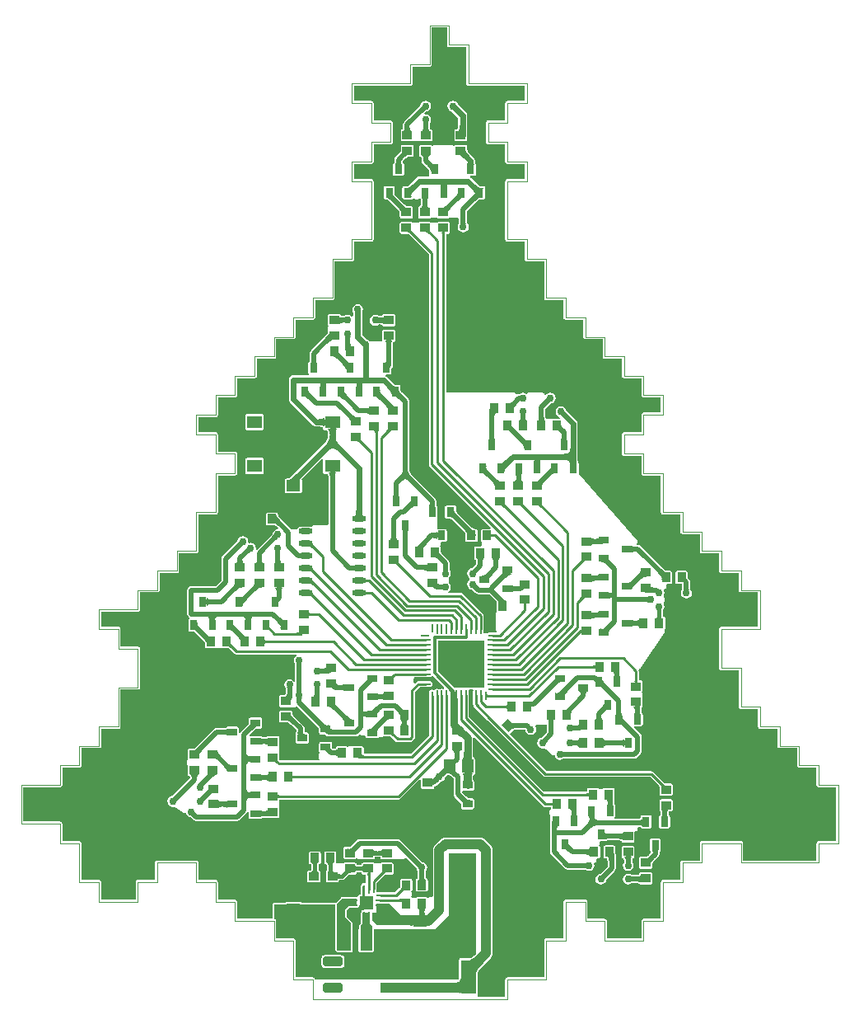
<source format=gtl>
G04 Layer_Physical_Order=1*
G04 Layer_Color=255*
%FSLAX24Y24*%
%MOIN*%
G70*
G01*
G75*
%ADD10O,0.0098X0.0374*%
%ADD11O,0.0098X0.0413*%
%ADD12O,0.0374X0.0098*%
%ADD13O,0.0413X0.0098*%
%ADD14R,0.0394X0.0394*%
%ADD15R,0.0354X0.0394*%
%ADD16R,0.0571X0.0453*%
%ADD17R,0.0394X0.0354*%
G04:AMPARAMS|DCode=18|XSize=78.7mil|YSize=39.4mil|CornerRadius=6.9mil|HoleSize=0mil|Usage=FLASHONLY|Rotation=180.000|XOffset=0mil|YOffset=0mil|HoleType=Round|Shape=RoundedRectangle|*
%AMROUNDEDRECTD18*
21,1,0.0787,0.0256,0,0,180.0*
21,1,0.0650,0.0394,0,0,180.0*
1,1,0.0138,-0.0325,0.0128*
1,1,0.0138,0.0325,0.0128*
1,1,0.0138,0.0325,-0.0128*
1,1,0.0138,-0.0325,-0.0128*
%
%ADD18ROUNDEDRECTD18*%
%ADD19R,0.0787X0.0394*%
%ADD20R,0.0484X0.0874*%
%ADD21R,0.0394X0.0315*%
%ADD22R,0.0315X0.0394*%
%ADD23R,0.0571X0.0236*%
%ADD24O,0.0571X0.0236*%
G04:AMPARAMS|DCode=25|XSize=39.4mil|YSize=35.4mil|CornerRadius=0mil|HoleSize=0mil|Usage=FLASHONLY|Rotation=135.000|XOffset=0mil|YOffset=0mil|HoleType=Round|Shape=Rectangle|*
%AMROTATEDRECTD25*
4,1,4,0.0264,-0.0014,0.0014,-0.0264,-0.0264,0.0014,-0.0014,0.0264,0.0264,-0.0014,0.0*
%
%ADD25ROTATEDRECTD25*%

%ADD26R,0.0630X0.0512*%
%ADD27R,0.0480X0.0358*%
%ADD28R,0.0512X0.0512*%
%ADD29O,0.0354X0.0098*%
%ADD30O,0.0098X0.0354*%
%ADD31R,0.0630X0.1378*%
%ADD32R,0.0453X0.0571*%
%ADD33C,0.0236*%
%ADD34C,0.0197*%
%ADD35C,0.0295*%
%ADD36C,0.0138*%
%ADD37C,0.0098*%
%ADD38C,0.0394*%
%ADD39C,0.0177*%
%ADD40C,0.0157*%
%ADD41C,0.0150*%
%ADD42C,0.0049*%
%ADD43C,0.0300*%
G36*
X-18907Y5099D02*
X-18915Y5096D01*
X-18923Y5091D01*
X-18929Y5084D01*
X-18935Y5075D01*
X-18939Y5064D01*
X-18942Y5052D01*
X-18945Y5037D01*
X-18946Y5020D01*
X-18947Y5001D01*
X-19045D01*
X-19046Y5020D01*
X-19047Y5037D01*
X-19050Y5052D01*
X-19053Y5064D01*
X-19058Y5075D01*
X-19063Y5084D01*
X-19069Y5091D01*
X-19077Y5096D01*
X-19085Y5099D01*
X-19094Y5100D01*
X-18898D01*
X-18907Y5099D01*
D02*
G37*
G36*
X-18304Y5100D02*
X-18313Y5104D01*
X-18323Y5106D01*
X-18334Y5106D01*
X-18346Y5103D01*
X-18359Y5097D01*
X-18374Y5089D01*
X-18389Y5078D01*
X-18406Y5065D01*
X-18424Y5049D01*
X-18444Y5030D01*
X-18533Y5080D01*
X-18512Y5101D01*
X-18481Y5138D01*
X-18469Y5155D01*
X-18461Y5170D01*
X-18455Y5183D01*
X-18453Y5194D01*
X-18453Y5204D01*
X-18457Y5212D01*
X-18463Y5219D01*
X-18304Y5100D01*
D02*
G37*
G36*
X-20277Y5103D02*
X-20272Y5090D01*
X-20264Y5078D01*
X-20253Y5068D01*
X-20238Y5059D01*
X-20221Y5052D01*
X-20200Y5046D01*
X-20177Y5043D01*
X-20150Y5040D01*
X-20119Y5039D01*
Y4882D01*
X-20150Y4881D01*
X-20177Y4879D01*
X-20200Y4875D01*
X-20221Y4869D01*
X-20238Y4862D01*
X-20253Y4854D01*
X-20264Y4843D01*
X-20272Y4832D01*
X-20277Y4818D01*
X-20278Y4803D01*
Y5118D01*
X-20277Y5103D01*
D02*
G37*
G36*
X-17655Y3898D02*
X-17656Y3907D01*
X-17659Y3915D01*
X-17664Y3923D01*
X-17671Y3929D01*
X-17680Y3935D01*
X-17691Y3939D01*
X-17704Y3942D01*
X-17719Y3945D01*
X-17736Y3946D01*
X-17755Y3947D01*
Y4045D01*
X-17736Y4045D01*
X-17665Y4049D01*
X-17660Y4051D01*
X-17657Y4052D01*
X-17656Y4054D01*
X-17655Y3898D01*
D02*
G37*
G36*
X-17537Y4412D02*
X-17543Y4418D01*
X-17552Y4422D01*
X-17562Y4422D01*
X-17573Y4419D01*
X-17586Y4414D01*
X-17601Y4405D01*
X-17617Y4394D01*
X-17635Y4379D01*
X-17676Y4341D01*
X-17726Y4430D01*
X-17707Y4450D01*
X-17677Y4485D01*
X-17666Y4501D01*
X-17658Y4515D01*
X-17652Y4529D01*
X-17649Y4541D01*
X-17648Y4552D01*
X-17650Y4561D01*
X-17655Y4570D01*
X-17537Y4412D01*
D02*
G37*
G36*
X-19717Y5100D02*
X-19730Y5108D01*
X-19745Y5112D01*
X-19762Y5111D01*
X-19782Y5106D01*
X-19803Y5097D01*
X-19826Y5084D01*
X-19852Y5066D01*
X-19879Y5045D01*
X-19908Y5019D01*
X-19940Y4988D01*
X-20071Y5080D01*
X-20039Y5113D01*
X-19988Y5172D01*
X-19970Y5198D01*
X-19957Y5222D01*
X-19948Y5243D01*
X-19944Y5261D01*
X-19944Y5278D01*
X-19950Y5291D01*
X-19959Y5303D01*
X-19717Y5100D01*
D02*
G37*
G36*
X-20409Y5512D02*
X-20422Y5507D01*
X-20434Y5499D01*
X-20444Y5488D01*
X-20453Y5474D01*
X-20460Y5456D01*
X-20465Y5436D01*
X-20469Y5412D01*
X-20472Y5386D01*
X-20472Y5356D01*
X-20630D01*
X-20631Y5386D01*
X-20633Y5412D01*
X-20637Y5436D01*
X-20643Y5456D01*
X-20650Y5474D01*
X-20658Y5488D01*
X-20669Y5499D01*
X-20680Y5507D01*
X-20694Y5512D01*
X-20709Y5513D01*
X-20394D01*
X-20409Y5512D01*
D02*
G37*
G36*
X-15839Y38583D02*
X-15832Y38548D01*
X-15813Y38518D01*
X-15783Y38498D01*
X-15748Y38491D01*
X-15052D01*
Y37008D01*
X-15045Y36973D01*
X-15025Y36943D01*
X-14996Y36923D01*
X-14961Y36917D01*
X-12690D01*
Y36312D01*
X-13386D01*
X-13421Y36305D01*
X-13450Y36285D01*
X-13470Y36255D01*
X-13477Y36220D01*
Y35524D01*
X-14173D01*
X-14208Y35517D01*
X-14238Y35498D01*
X-14258Y35468D01*
X-14265Y35433D01*
Y34646D01*
X-14258Y34611D01*
X-14238Y34581D01*
X-14208Y34561D01*
X-14173Y34554D01*
X-13477D01*
Y33858D01*
X-13470Y33823D01*
X-13450Y33794D01*
X-13421Y33774D01*
X-13386Y33767D01*
X-12690D01*
Y33162D01*
X-13386D01*
X-13421Y33155D01*
X-13450Y33135D01*
X-13470Y33106D01*
X-13477Y33071D01*
Y32283D01*
Y30709D01*
X-13470Y30674D01*
X-13450Y30644D01*
X-13421Y30624D01*
X-13386Y30617D01*
X-12690D01*
Y29921D01*
X-12683Y29886D01*
X-12663Y29857D01*
X-12633Y29837D01*
X-12598Y29830D01*
X-11902D01*
Y28346D01*
X-11895Y28311D01*
X-11876Y28282D01*
X-11846Y28262D01*
X-11811Y28255D01*
X-11115D01*
Y27559D01*
X-11108Y27524D01*
X-11088Y27494D01*
X-11059Y27475D01*
X-11024Y27468D01*
X-10328D01*
Y26772D01*
X-10321Y26737D01*
X-10301Y26707D01*
X-10271Y26687D01*
X-10236Y26680D01*
X-9540D01*
Y25984D01*
X-9533Y25949D01*
X-9513Y25920D01*
X-9484Y25900D01*
X-9449Y25893D01*
X-8753D01*
Y25197D01*
X-8746Y25162D01*
X-8726Y25132D01*
X-8696Y25112D01*
X-8661Y25105D01*
X-7965D01*
Y24409D01*
X-7958Y24374D01*
X-7939Y24345D01*
X-7909Y24325D01*
X-7874Y24318D01*
X-7178D01*
Y23713D01*
X-7874D01*
X-7909Y23706D01*
X-7939Y23687D01*
X-7958Y23657D01*
X-7965Y23622D01*
Y22926D01*
X-8661D01*
X-8696Y22919D01*
X-8726Y22899D01*
X-8746Y22870D01*
X-8753Y22835D01*
Y22047D01*
X-8746Y22012D01*
X-8726Y21983D01*
X-8696Y21963D01*
X-8661Y21956D01*
X-7965D01*
Y21260D01*
X-7958Y21225D01*
X-7939Y21195D01*
X-7909Y21175D01*
X-7874Y21168D01*
X-7178D01*
Y19685D01*
X-7171Y19650D01*
X-7151Y19620D01*
X-7122Y19601D01*
X-7087Y19594D01*
X-6391D01*
Y18898D01*
X-6384Y18863D01*
X-6364Y18833D01*
X-6334Y18813D01*
X-6299Y18806D01*
X-5603D01*
Y18110D01*
X-5596Y18075D01*
X-5576Y18046D01*
X-5547Y18026D01*
X-5512Y18019D01*
X-4816D01*
Y17323D01*
X-4809Y17288D01*
X-4789Y17258D01*
X-4759Y17238D01*
X-4724Y17231D01*
X-4028D01*
Y16535D01*
X-4021Y16500D01*
X-4002Y16471D01*
X-3972Y16451D01*
X-3937Y16444D01*
X-3241D01*
Y15052D01*
X-4724D01*
X-4759Y15045D01*
X-4789Y15025D01*
X-4809Y14996D01*
X-4816Y14961D01*
Y13386D01*
X-4809Y13351D01*
X-4789Y13321D01*
X-4759Y13301D01*
X-4724Y13294D01*
X-4028D01*
Y11811D01*
X-4021Y11776D01*
X-4002Y11746D01*
X-3972Y11727D01*
X-3937Y11720D01*
X-3241D01*
Y11024D01*
X-3234Y10989D01*
X-3214Y10959D01*
X-3185Y10939D01*
X-3150Y10932D01*
X-2454D01*
Y10236D01*
X-2447Y10201D01*
X-2427Y10172D01*
X-2397Y10152D01*
X-2362Y10145D01*
X-1666D01*
Y9449D01*
X-1659Y9414D01*
X-1639Y9384D01*
X-1610Y9364D01*
X-1575Y9357D01*
X-879D01*
Y8661D01*
X-872Y8626D01*
X-852Y8597D01*
X-822Y8577D01*
X-787Y8570D01*
X-91D01*
Y6391D01*
X-787D01*
X-822Y6384D01*
X-852Y6364D01*
X-872Y6334D01*
X-879Y6299D01*
Y5603D01*
X-3846D01*
Y6299D01*
X-3853Y6334D01*
X-3872Y6364D01*
X-3902Y6384D01*
X-3937Y6391D01*
X-5512D01*
X-5547Y6384D01*
X-5576Y6364D01*
X-5596Y6334D01*
X-5603Y6299D01*
Y5603D01*
X-6299D01*
X-6334Y5596D01*
X-6364Y5576D01*
X-6384Y5547D01*
X-6391Y5512D01*
Y4816D01*
X-7087D01*
X-7122Y4809D01*
X-7151Y4789D01*
X-7171Y4759D01*
X-7178Y4724D01*
Y3241D01*
X-7874D01*
X-7909Y3234D01*
X-7939Y3214D01*
X-7958Y3185D01*
X-7965Y3150D01*
Y2454D01*
X-9357D01*
Y3150D01*
X-9364Y3185D01*
X-9384Y3214D01*
X-9414Y3234D01*
X-9449Y3241D01*
X-10145D01*
Y3937D01*
X-10152Y3972D01*
X-10172Y4002D01*
X-10201Y4021D01*
X-10236Y4028D01*
X-11024D01*
X-11059Y4021D01*
X-11088Y4002D01*
X-11108Y3972D01*
X-11115Y3937D01*
Y2454D01*
X-11811D01*
X-11846Y2447D01*
X-11876Y2427D01*
X-11895Y2397D01*
X-11902Y2362D01*
Y879D01*
X-13386D01*
X-13421Y872D01*
X-13450Y852D01*
X-13470Y822D01*
X-13477Y787D01*
Y91D01*
X-14579D01*
Y118D01*
X-14584Y143D01*
X-14598Y167D01*
X-14584Y191D01*
X-14579Y217D01*
Y1075D01*
X-14571Y1095D01*
X-14541Y1147D01*
X-14502Y1204D01*
X-14391Y1336D01*
X-14357Y1371D01*
X-14065Y1664D01*
X-14023Y1718D01*
X-13997Y1782D01*
X-13988Y1850D01*
Y6024D01*
X-13997Y6092D01*
X-14023Y6156D01*
X-14065Y6210D01*
X-14301Y6447D01*
X-14356Y6489D01*
X-14420Y6515D01*
X-14488Y6524D01*
X-15906D01*
X-15974Y6515D01*
X-16038Y6489D01*
X-16092Y6447D01*
X-16328Y6210D01*
X-16370Y6156D01*
X-16397Y6092D01*
X-16406Y6024D01*
Y4158D01*
X-16409Y4152D01*
X-16456Y4121D01*
X-16457Y4121D01*
X-16535D01*
X-16561Y4116D01*
X-16582Y4102D01*
X-16626D01*
X-16648Y4116D01*
X-16673Y4121D01*
X-17028D01*
X-17053Y4116D01*
X-17074Y4102D01*
X-17101Y4077D01*
X-17126Y4082D01*
X-17205D01*
X-17230Y4077D01*
X-17256Y4102D01*
X-17269Y4110D01*
X-17277Y4151D01*
X-17276Y4166D01*
X-17262Y4187D01*
X-17257Y4213D01*
Y4291D01*
X-17262Y4317D01*
X-17274Y4341D01*
X-17256Y4363D01*
X-17242Y4384D01*
X-17237Y4409D01*
Y4803D01*
X-17242Y4829D01*
X-17256Y4850D01*
X-17278Y4864D01*
X-17303Y4869D01*
X-17657D01*
X-17683Y4864D01*
X-17704Y4850D01*
X-17719Y4829D01*
X-17724Y4803D01*
Y4534D01*
X-17730Y4525D01*
X-17752Y4499D01*
X-17942Y4309D01*
X-18636D01*
X-18668Y4324D01*
X-18683Y4356D01*
Y4696D01*
X-18373Y5006D01*
X-18364Y5014D01*
X-18350Y5025D01*
X-18339Y5032D01*
X-18071D01*
X-18046Y5037D01*
X-18024Y5052D01*
X-18010Y5073D01*
X-18005Y5098D01*
Y5453D01*
X-18010Y5478D01*
X-18024Y5500D01*
X-18046Y5514D01*
X-18071Y5519D01*
X-18465D01*
X-18490Y5514D01*
X-18511Y5500D01*
X-18520Y5487D01*
X-18560Y5479D01*
X-18575Y5480D01*
X-18597Y5494D01*
X-18622Y5499D01*
X-18701D01*
X-18726Y5494D01*
X-18750Y5482D01*
X-18772Y5500D01*
X-18794Y5514D01*
X-18819Y5519D01*
X-19213D01*
X-19238Y5514D01*
X-19259Y5500D01*
X-19274Y5478D01*
X-19279Y5453D01*
Y5434D01*
X-19280Y5433D01*
X-19288Y5430D01*
X-19302Y5426D01*
X-19320Y5423D01*
X-19333Y5422D01*
X-19447D01*
X-19460Y5423D01*
X-19478Y5426D01*
X-19491Y5430D01*
X-19500Y5433D01*
X-19501Y5434D01*
Y5453D01*
X-19506Y5478D01*
X-19520Y5500D01*
X-19542Y5514D01*
X-19567Y5519D01*
X-19961D01*
X-19986Y5514D01*
X-20007Y5500D01*
X-20037Y5484D01*
X-20066Y5494D01*
X-20091Y5499D01*
X-20236D01*
X-20262Y5494D01*
X-20279Y5501D01*
X-20308Y5524D01*
Y5906D01*
X-20313Y5931D01*
X-20327Y5952D01*
X-20349Y5967D01*
X-20374Y5972D01*
X-20728D01*
X-20754Y5967D01*
X-20775Y5952D01*
X-20790Y5931D01*
X-20795Y5906D01*
Y5512D01*
X-20790Y5486D01*
X-20775Y5465D01*
X-20754Y5451D01*
X-20728Y5446D01*
X-20710D01*
X-20709Y5444D01*
X-20705Y5435D01*
X-20702Y5422D01*
X-20699Y5404D01*
X-20698Y5391D01*
Y5247D01*
X-20699Y5220D01*
X-20701Y5204D01*
X-20704Y5193D01*
X-20716Y5185D01*
X-20731Y5163D01*
X-20736Y5138D01*
Y4783D01*
X-20731Y4758D01*
X-20716Y4737D01*
X-20695Y4722D01*
X-20669Y4717D01*
X-20276D01*
X-20250Y4722D01*
X-20229Y4737D01*
X-20214Y4758D01*
X-20209Y4783D01*
Y4802D01*
X-20209Y4803D01*
X-20200Y4806D01*
X-20186Y4810D01*
X-20168Y4813D01*
X-20155Y4814D01*
X-20079D01*
X-20023Y4825D01*
X-19975Y4857D01*
X-19853Y4979D01*
X-19836Y4994D01*
X-19812Y5013D01*
X-19791Y5028D01*
X-19783Y5032D01*
X-19567D01*
X-19542Y5037D01*
X-19520Y5052D01*
X-19506Y5073D01*
X-19501Y5098D01*
Y5117D01*
X-19500Y5118D01*
X-19491Y5121D01*
X-19478Y5125D01*
X-19460Y5128D01*
X-19447Y5129D01*
X-19333D01*
X-19320Y5128D01*
X-19302Y5125D01*
X-19288Y5121D01*
X-19280Y5118D01*
X-19279Y5117D01*
Y5098D01*
X-19274Y5073D01*
X-19259Y5052D01*
X-19238Y5037D01*
X-19213Y5032D01*
X-19114D01*
X-19113Y5028D01*
X-19113Y5022D01*
Y4716D01*
X-19163Y4687D01*
X-19193Y4693D01*
X-19237Y4684D01*
X-19275Y4659D01*
X-19301Y4621D01*
X-19309Y4577D01*
Y4301D01*
X-19308Y4296D01*
Y4220D01*
X-19370D01*
X-19395Y4215D01*
X-19417Y4200D01*
X-19431Y4179D01*
X-19436Y4154D01*
Y4148D01*
X-19441Y4141D01*
X-19486Y4111D01*
X-19488Y4112D01*
X-19493D01*
X-19498Y4113D01*
X-19774D01*
X-19778Y4112D01*
X-20089D01*
X-20114Y4107D01*
X-20135Y4092D01*
X-20322Y3905D01*
X-20336Y3884D01*
X-20342Y3885D01*
X-21708D01*
X-21715Y3895D01*
X-21736Y3910D01*
X-21762Y3915D01*
X-22333D01*
X-22358Y3910D01*
X-22380Y3895D01*
X-22386Y3885D01*
X-22835D01*
X-22860Y3880D01*
X-22882Y3866D01*
X-22896Y3844D01*
X-22901Y3819D01*
Y3241D01*
X-24318D01*
Y3937D01*
X-24325Y3972D01*
X-24345Y4002D01*
X-24374Y4021D01*
X-24409Y4028D01*
X-25105D01*
Y4724D01*
X-25112Y4759D01*
X-25132Y4789D01*
X-25162Y4809D01*
X-25197Y4816D01*
X-25893D01*
Y5512D01*
X-25900Y5547D01*
X-25920Y5576D01*
X-25949Y5596D01*
X-25984Y5603D01*
X-27559D01*
X-27594Y5596D01*
X-27624Y5576D01*
X-27643Y5547D01*
X-27650Y5512D01*
Y4816D01*
X-28346D01*
X-28381Y4809D01*
X-28411Y4789D01*
X-28431Y4759D01*
X-28438Y4724D01*
Y4028D01*
X-29830D01*
Y4724D01*
X-29837Y4759D01*
X-29857Y4789D01*
X-29886Y4809D01*
X-29921Y4816D01*
X-30617D01*
Y6299D01*
X-30624Y6334D01*
X-30644Y6364D01*
X-30674Y6384D01*
X-30709Y6391D01*
X-31405D01*
Y7087D01*
X-31412Y7122D01*
X-31431Y7151D01*
X-31461Y7171D01*
X-31496Y7178D01*
X-32980D01*
Y8570D01*
X-31496D01*
X-31461Y8577D01*
X-31431Y8597D01*
X-31412Y8626D01*
X-31405Y8661D01*
Y9357D01*
X-30709D01*
X-30674Y9364D01*
X-30644Y9384D01*
X-30624Y9414D01*
X-30617Y9449D01*
Y10145D01*
X-29921D01*
X-29886Y10152D01*
X-29857Y10172D01*
X-29837Y10201D01*
X-29830Y10236D01*
Y10932D01*
X-29134D01*
X-29099Y10939D01*
X-29069Y10959D01*
X-29049Y10989D01*
X-29042Y11024D01*
Y12507D01*
X-28346D01*
X-28311Y12514D01*
X-28282Y12534D01*
X-28262Y12563D01*
X-28255Y12598D01*
Y14173D01*
X-28262Y14208D01*
X-28282Y14238D01*
X-28311Y14258D01*
X-28346Y14265D01*
X-29042D01*
Y14961D01*
X-29049Y14996D01*
X-29069Y15025D01*
X-29099Y15045D01*
X-29134Y15052D01*
X-29830D01*
Y15657D01*
X-28346D01*
X-28311Y15664D01*
X-28282Y15683D01*
X-28262Y15713D01*
X-28255Y15748D01*
Y16444D01*
X-27559D01*
X-27524Y16451D01*
X-27494Y16471D01*
X-27475Y16500D01*
X-27468Y16535D01*
Y17231D01*
X-26772D01*
X-26737Y17238D01*
X-26707Y17258D01*
X-26687Y17288D01*
X-26680Y17323D01*
Y18019D01*
X-25984D01*
X-25949Y18026D01*
X-25920Y18046D01*
X-25900Y18075D01*
X-25893Y18110D01*
Y19594D01*
X-25197D01*
X-25162Y19601D01*
X-25132Y19620D01*
X-25112Y19650D01*
X-25105Y19685D01*
Y21168D01*
X-24409D01*
X-24374Y21175D01*
X-24345Y21195D01*
X-24325Y21225D01*
X-24318Y21260D01*
Y22047D01*
X-24325Y22082D01*
X-24345Y22112D01*
X-24374Y22132D01*
X-24409Y22139D01*
X-25105D01*
Y22835D01*
X-25112Y22870D01*
X-25132Y22899D01*
X-25162Y22919D01*
X-25197Y22926D01*
X-25893D01*
Y23531D01*
X-25197D01*
X-25162Y23538D01*
X-25132Y23557D01*
X-25112Y23587D01*
X-25105Y23622D01*
Y24318D01*
X-24409D01*
X-24374Y24325D01*
X-24345Y24345D01*
X-24325Y24374D01*
X-24318Y24409D01*
Y25105D01*
X-23622D01*
X-23587Y25112D01*
X-23557Y25132D01*
X-23538Y25162D01*
X-23531Y25197D01*
Y25893D01*
X-22835D01*
X-22800Y25900D01*
X-22770Y25920D01*
X-22750Y25949D01*
X-22743Y25984D01*
Y26680D01*
X-22047D01*
X-22012Y26687D01*
X-21983Y26707D01*
X-21963Y26737D01*
X-21956Y26772D01*
Y27468D01*
X-21260D01*
X-21225Y27475D01*
X-21195Y27494D01*
X-21175Y27524D01*
X-21168Y27559D01*
Y28255D01*
X-20472D01*
X-20437Y28262D01*
X-20408Y28282D01*
X-20388Y28311D01*
X-20381Y28346D01*
Y29830D01*
X-19685D01*
X-19650Y29837D01*
X-19620Y29857D01*
X-19601Y29886D01*
X-19594Y29921D01*
Y30617D01*
X-18898D01*
X-18863Y30624D01*
X-18833Y30644D01*
X-18813Y30674D01*
X-18806Y30709D01*
Y33071D01*
X-18813Y33106D01*
X-18833Y33135D01*
X-18863Y33155D01*
X-18898Y33162D01*
X-19594D01*
Y33767D01*
X-18898D01*
X-18863Y33774D01*
X-18833Y33794D01*
X-18813Y33823D01*
X-18806Y33858D01*
Y34554D01*
X-18110D01*
X-18075Y34561D01*
X-18046Y34581D01*
X-18026Y34611D01*
X-18019Y34646D01*
Y35433D01*
X-18026Y35468D01*
X-18046Y35498D01*
X-18075Y35517D01*
X-18110Y35524D01*
X-18806D01*
Y36220D01*
X-18813Y36255D01*
X-18833Y36285D01*
X-18863Y36305D01*
X-18898Y36312D01*
X-19594D01*
Y36917D01*
X-17323D01*
X-17288Y36923D01*
X-17258Y36943D01*
X-17238Y36973D01*
X-17231Y37008D01*
Y37704D01*
X-16535D01*
X-16500Y37711D01*
X-16471Y37731D01*
X-16451Y37760D01*
X-16444Y37795D01*
Y39279D01*
X-15839D01*
Y38583D01*
D02*
G37*
G36*
X-20472Y5264D02*
X-20469Y5237D01*
X-20465Y5213D01*
X-20460Y5193D01*
X-20453Y5175D01*
X-20444Y5161D01*
X-20434Y5150D01*
X-20422Y5142D01*
X-20409Y5137D01*
X-20394Y5135D01*
X-20668Y5137D01*
X-20661Y5138D01*
X-20654Y5143D01*
X-20649Y5151D01*
X-20644Y5162D01*
X-20639Y5176D01*
X-20636Y5193D01*
X-20633Y5214D01*
X-20630Y5264D01*
X-20630Y5294D01*
X-20472D01*
X-20472Y5264D01*
D02*
G37*
G36*
X-19568Y5418D02*
X-19563Y5405D01*
X-19555Y5393D01*
X-19544Y5383D01*
X-19530Y5374D01*
X-19512Y5367D01*
X-19492Y5361D01*
X-19468Y5357D01*
X-19441Y5355D01*
X-19411Y5354D01*
Y5197D01*
X-19441Y5196D01*
X-19468Y5194D01*
X-19492Y5190D01*
X-19512Y5184D01*
X-19530Y5177D01*
X-19544Y5169D01*
X-19555Y5158D01*
X-19563Y5146D01*
X-19568Y5133D01*
X-19569Y5118D01*
Y5433D01*
X-19568Y5418D01*
D02*
G37*
G36*
X-19210Y5118D02*
X-19212Y5133D01*
X-19216Y5146D01*
X-19224Y5158D01*
X-19235Y5169D01*
X-19250Y5177D01*
X-19267Y5184D01*
X-19288Y5190D01*
X-19312Y5194D01*
X-19339Y5196D01*
X-19369Y5197D01*
Y5354D01*
X-19339Y5355D01*
X-19312Y5357D01*
X-19288Y5361D01*
X-19267Y5367D01*
X-19250Y5374D01*
X-19235Y5383D01*
X-19224Y5393D01*
X-19216Y5405D01*
X-19212Y5418D01*
X-19210Y5433D01*
Y5118D01*
D02*
G37*
G36*
X-18947Y3504D02*
Y3041D01*
X-18858Y2953D01*
Y1969D01*
X-19331D01*
Y2953D01*
X-19242Y3041D01*
Y3504D01*
X-18947Y3504D01*
D02*
G37*
G36*
X-14646Y1835D02*
X-14720Y1766D01*
X-14789Y1709D01*
X-14851Y1665D01*
X-14859Y1661D01*
X-15276D01*
X-15301Y1656D01*
X-15322Y1641D01*
X-15337Y1620D01*
X-15342Y1594D01*
Y829D01*
X-15368Y787D01*
X-21168Y787D01*
X-21175Y822D01*
X-21195Y852D01*
X-21225Y872D01*
X-21260Y879D01*
X-21956D01*
Y2362D01*
X-21963Y2397D01*
X-21983Y2427D01*
X-22012Y2447D01*
X-22047Y2454D01*
X-22743D01*
Y3150D01*
X-22750Y3185D01*
X-22770Y3214D01*
X-22800Y3234D01*
X-22835Y3241D01*
Y3819D01*
X-20342D01*
Y1969D01*
X-20337Y1943D01*
X-20322Y1922D01*
X-20301Y1907D01*
X-20276Y1902D01*
X-20217D01*
X-20197Y1898D01*
X-19713D01*
X-19687Y1903D01*
X-19666Y1918D01*
X-19651Y1939D01*
X-19646Y1965D01*
Y2839D01*
X-19651Y2864D01*
X-19658Y2874D01*
Y3071D01*
X-19663Y3096D01*
X-19678Y3118D01*
X-19894Y3335D01*
Y3595D01*
X-19805Y3684D01*
X-19778D01*
X-19774Y3683D01*
X-19498D01*
X-19493Y3684D01*
X-19488D01*
X-19463Y3689D01*
X-19461Y3690D01*
X-19453Y3692D01*
X-19416Y3717D01*
X-19390Y3755D01*
X-19387Y3774D01*
X-19370Y3819D01*
X-19370Y3819D01*
X-19370Y3819D01*
Y4154D01*
X-19242D01*
Y4567D01*
X-19144D01*
Y4154D01*
X-18839D01*
Y3612D01*
X-19193D01*
Y3611D01*
X-19237Y3602D01*
X-19275Y3576D01*
X-19301Y3539D01*
X-19302Y3531D01*
X-19303Y3529D01*
X-19308Y3504D01*
Y3499D01*
X-19309Y3494D01*
Y3219D01*
X-19308Y3214D01*
Y3069D01*
X-19378Y3000D01*
X-19392Y2978D01*
X-19397Y2953D01*
Y2874D01*
X-19404Y2864D01*
X-19409Y2839D01*
Y1965D01*
X-19404Y1939D01*
X-19389Y1918D01*
X-19368Y1903D01*
X-19343Y1898D01*
X-18858D01*
X-18833Y1903D01*
X-18811Y1918D01*
X-18797Y1939D01*
X-18792Y1965D01*
Y2835D01*
X-16309Y2835D01*
X-15748Y3396D01*
X-15748Y5906D01*
X-14646Y5906D01*
X-14646Y1835D01*
D02*
G37*
G36*
X-19488Y3750D02*
X-19833D01*
X-19961Y3622D01*
Y3307D01*
X-19724Y3071D01*
Y1969D01*
X-20276D01*
Y3858D01*
X-20089Y4045D01*
X-19488D01*
Y3750D01*
D02*
G37*
G36*
X-15274Y218D02*
X-15278Y225D01*
X-15290Y232D01*
X-15310Y237D01*
X-15337Y242D01*
X-15373Y246D01*
X-15467Y252D01*
X-15668Y256D01*
Y650D01*
X-15593Y652D01*
X-15526Y657D01*
X-15467Y667D01*
X-15415Y681D01*
X-15372Y699D01*
X-15336Y720D01*
X-15309Y746D01*
X-15289Y776D01*
X-15277Y809D01*
X-15273Y846D01*
X-15274Y218D01*
D02*
G37*
G36*
X-14369Y1455D02*
X-14440Y1381D01*
X-14555Y1244D01*
X-14598Y1182D01*
X-14630Y1124D01*
X-14653Y1071D01*
X-14667Y1021D01*
X-14670Y976D01*
X-14664Y935D01*
X-14648Y899D01*
X-15066Y1592D01*
X-15042Y1564D01*
X-15010Y1548D01*
X-14972Y1545D01*
X-14927Y1554D01*
X-14875Y1575D01*
X-14815Y1610D01*
X-14749Y1656D01*
X-14676Y1716D01*
X-14509Y1872D01*
X-14369Y1455D01*
D02*
G37*
G36*
X-16752Y3663D02*
X-16675D01*
X-16689Y3661D01*
X-16702Y3655D01*
X-16714Y3645D01*
X-16724Y3631D01*
X-16733Y3614D01*
X-16740Y3592D01*
X-16745Y3566D01*
X-16746Y3558D01*
X-16739Y3457D01*
X-16736Y3445D01*
X-16727Y3423D01*
X-16717Y3405D01*
X-16704Y3391D01*
X-16689Y3381D01*
X-16672Y3375D01*
X-16654Y3373D01*
X-16734D01*
X-16732Y3344D01*
X-16726Y3319D01*
X-16719Y3300D01*
X-16711Y3289D01*
X-16990D01*
X-16982Y3300D01*
X-16975Y3319D01*
X-16969Y3344D01*
X-16964Y3373D01*
X-17047D01*
X-17029Y3375D01*
X-17012Y3381D01*
X-16997Y3391D01*
X-16984Y3405D01*
X-16973Y3423D01*
X-16965Y3445D01*
X-16958Y3471D01*
X-16954Y3491D01*
X-16953Y3536D01*
X-16956Y3566D01*
X-16961Y3592D01*
X-16968Y3614D01*
X-16977Y3631D01*
X-16987Y3645D01*
X-16998Y3655D01*
X-17012Y3661D01*
X-17026Y3663D01*
X-16949D01*
X-16949Y3714D01*
X-16752D01*
X-16752Y3663D01*
D02*
G37*
G36*
X-17607Y3276D02*
Y3386D01*
X-17213Y3375D01*
Y2925D01*
X-17217Y2937D01*
X-17229Y2949D01*
X-17249Y2959D01*
X-17276Y2968D01*
X-17312Y2975D01*
X-17355Y2981D01*
X-17465Y2989D01*
X-17607Y2992D01*
Y2992D01*
X-18652D01*
X-18848Y3189D01*
X-18848Y3504D01*
X-18701Y3504D01*
Y3848D01*
X-18179D01*
X-17607Y3276D01*
D02*
G37*
%LPC*%
G36*
X-17992Y27684D02*
X-18386D01*
X-18411Y27679D01*
X-18433Y27665D01*
X-18447Y27643D01*
X-18451Y27624D01*
X-18458Y27620D01*
X-18472Y27616D01*
X-18491Y27612D01*
X-18535Y27608D01*
X-18603D01*
X-18656Y27643D01*
X-18740Y27660D01*
X-18824Y27643D01*
X-18895Y27596D01*
X-18943Y27525D01*
X-18959Y27441D01*
X-18943Y27357D01*
X-18895Y27286D01*
X-18824Y27238D01*
X-18740Y27222D01*
X-18656Y27238D01*
X-18604Y27273D01*
X-18585Y27274D01*
X-18530D01*
X-18517Y27273D01*
X-18492Y27270D01*
X-18472Y27266D01*
X-18458Y27261D01*
X-18451Y27258D01*
X-18447Y27238D01*
X-18433Y27217D01*
X-18411Y27203D01*
X-18386Y27198D01*
X-17992D01*
X-17967Y27203D01*
X-17945Y27217D01*
X-17931Y27238D01*
X-17926Y27264D01*
Y27618D01*
X-17931Y27643D01*
X-17945Y27665D01*
X-17967Y27679D01*
X-17992Y27684D01*
D02*
G37*
G36*
X-15591Y36322D02*
X-15674Y36305D01*
X-15746Y36257D01*
X-15793Y36186D01*
X-15810Y36102D01*
X-15793Y36018D01*
X-15746Y35947D01*
X-15674Y35900D01*
X-15647Y35894D01*
X-15384Y35631D01*
Y35278D01*
X-15385Y35256D01*
X-15390Y35226D01*
X-15397Y35203D01*
X-15404Y35185D01*
X-15411Y35174D01*
X-15416Y35168D01*
X-15421Y35165D01*
X-15422Y35165D01*
X-15472D01*
X-15498Y35160D01*
X-15519Y35145D01*
X-15534Y35124D01*
X-15539Y35098D01*
Y34744D01*
X-15534Y34719D01*
X-15519Y34697D01*
X-15498Y34683D01*
X-15472Y34678D01*
X-15079D01*
X-15053Y34683D01*
X-15032Y34697D01*
X-15018Y34719D01*
X-15012Y34744D01*
Y34910D01*
X-15010Y34921D01*
Y35709D01*
X-15024Y35780D01*
X-15065Y35841D01*
X-15382Y36158D01*
X-15388Y36186D01*
X-15436Y36257D01*
X-15507Y36305D01*
X-15591Y36322D01*
D02*
G37*
G36*
X-17244Y34535D02*
X-17638D01*
X-17663Y34530D01*
X-17685Y34515D01*
X-17699Y34494D01*
X-17704Y34469D01*
Y34283D01*
X-17707Y34278D01*
X-17726Y34251D01*
X-17777Y34191D01*
X-17913Y34055D01*
X-17949Y34001D01*
X-17962Y33937D01*
Y33878D01*
X-17962Y33869D01*
X-17965Y33844D01*
X-17968Y33823D01*
X-17972Y33807D01*
X-17973Y33802D01*
X-17978Y33801D01*
X-18000Y33787D01*
X-18014Y33766D01*
X-18019Y33740D01*
Y33346D01*
X-18014Y33321D01*
X-18000Y33300D01*
X-17978Y33285D01*
X-17953Y33280D01*
X-17638D01*
X-17612Y33285D01*
X-17591Y33300D01*
X-17577Y33321D01*
X-17572Y33346D01*
Y33740D01*
X-17577Y33766D01*
X-17591Y33787D01*
X-17612Y33801D01*
X-17617Y33802D01*
X-17619Y33807D01*
X-17623Y33823D01*
X-17626Y33843D01*
X-17628Y33869D01*
X-17520Y33977D01*
X-17498Y33996D01*
X-17467Y34021D01*
X-17439Y34040D01*
X-17426Y34048D01*
X-17244D01*
X-17219Y34053D01*
X-17197Y34067D01*
X-17183Y34089D01*
X-17178Y34114D01*
Y34469D01*
X-17183Y34494D01*
X-17197Y34515D01*
X-17219Y34530D01*
X-17244Y34535D01*
D02*
G37*
G36*
X-23307Y21877D02*
X-23937D01*
X-23962Y21872D01*
X-23984Y21858D01*
X-23998Y21836D01*
X-24003Y21811D01*
Y21299D01*
X-23998Y21274D01*
X-23984Y21252D01*
X-23962Y21238D01*
X-23937Y21233D01*
X-23307D01*
X-23282Y21238D01*
X-23260Y21252D01*
X-23246Y21274D01*
X-23241Y21299D01*
Y21811D01*
X-23246Y21836D01*
X-23260Y21858D01*
X-23282Y21872D01*
X-23307Y21877D01*
D02*
G37*
G36*
X-6772Y8078D02*
X-7165D01*
X-7191Y8073D01*
X-7212Y8059D01*
X-7227Y8037D01*
X-7232Y8012D01*
Y7657D01*
X-7227Y7632D01*
X-7212Y7611D01*
X-7202Y7604D01*
X-7201Y7597D01*
X-7198Y7581D01*
X-7194Y7521D01*
Y7500D01*
X-7194Y7491D01*
X-7197Y7466D01*
X-7200Y7445D01*
X-7204Y7429D01*
X-7206Y7424D01*
X-7210Y7423D01*
X-7232Y7409D01*
X-7246Y7388D01*
X-7251Y7362D01*
Y6969D01*
X-7246Y6943D01*
X-7232Y6922D01*
X-7210Y6907D01*
X-7185Y6902D01*
X-6870D01*
X-6845Y6907D01*
X-6823Y6922D01*
X-6809Y6943D01*
X-6804Y6969D01*
Y7362D01*
X-6809Y7388D01*
X-6823Y7409D01*
X-6845Y7423D01*
X-6849Y7424D01*
X-6851Y7429D01*
X-6855Y7445D01*
X-6858Y7465D01*
X-6861Y7504D01*
Y7507D01*
X-6859Y7524D01*
X-6855Y7548D01*
X-6850Y7567D01*
X-6845Y7580D01*
X-6841Y7587D01*
X-6838Y7590D01*
X-6836Y7591D01*
X-6836Y7591D01*
X-6772D01*
X-6746Y7596D01*
X-6725Y7611D01*
X-6710Y7632D01*
X-6705Y7657D01*
Y8012D01*
X-6710Y8037D01*
X-6725Y8059D01*
X-6746Y8073D01*
X-6772Y8078D01*
D02*
G37*
G36*
X-7244Y6484D02*
X-7559D01*
X-7584Y6479D01*
X-7606Y6464D01*
X-7620Y6443D01*
X-7625Y6417D01*
Y6024D01*
X-7620Y5998D01*
X-7606Y5977D01*
X-7598Y5971D01*
X-7589Y5925D01*
X-7591Y5913D01*
X-7665Y5838D01*
X-7703Y5803D01*
X-7735Y5777D01*
X-7763Y5757D01*
X-7767Y5755D01*
X-7992D01*
X-8017Y5750D01*
X-8039Y5736D01*
X-8053Y5714D01*
X-8058Y5689D01*
Y5335D01*
X-8053Y5309D01*
X-8039Y5288D01*
X-8017Y5273D01*
X-7992Y5268D01*
X-7598D01*
X-7573Y5273D01*
X-7552Y5288D01*
X-7537Y5309D01*
X-7532Y5335D01*
Y5478D01*
X-7525Y5490D01*
X-7506Y5517D01*
X-7457Y5575D01*
X-7284Y5748D01*
X-7248Y5802D01*
X-7235Y5866D01*
Y5915D01*
X-7235Y5917D01*
X-7232Y5937D01*
X-7229Y5952D01*
X-7227Y5961D01*
X-7219Y5962D01*
X-7197Y5977D01*
X-7183Y5998D01*
X-7178Y6024D01*
Y6417D01*
X-7183Y6443D01*
X-7197Y6464D01*
X-7219Y6479D01*
X-7244Y6484D01*
D02*
G37*
G36*
X-17835Y6466D02*
X-19370D01*
X-19434Y6453D01*
X-19488Y6417D01*
X-19672Y6233D01*
X-19708Y6200D01*
X-19739Y6175D01*
X-19766Y6156D01*
X-19778Y6149D01*
X-19961D01*
X-19986Y6144D01*
X-20007Y6130D01*
X-20022Y6108D01*
X-20027Y6083D01*
Y5728D01*
X-20022Y5703D01*
X-20007Y5681D01*
X-19986Y5667D01*
X-19961Y5662D01*
X-19567D01*
X-19542Y5667D01*
X-19520Y5681D01*
X-19505Y5682D01*
X-19465Y5674D01*
X-19456Y5662D01*
X-19435Y5647D01*
X-19409Y5642D01*
X-19331D01*
X-19305Y5647D01*
X-19284Y5662D01*
X-19262Y5679D01*
X-19238Y5667D01*
X-19213Y5662D01*
X-18819D01*
X-18794Y5667D01*
X-18772Y5681D01*
X-18758Y5703D01*
X-18753Y5728D01*
Y5747D01*
X-18752Y5748D01*
X-18743Y5751D01*
X-18730Y5755D01*
X-18712Y5758D01*
X-18699Y5759D01*
X-18585D01*
X-18572Y5758D01*
X-18554Y5755D01*
X-18540Y5751D01*
X-18532Y5748D01*
X-18531Y5747D01*
Y5728D01*
X-18526Y5703D01*
X-18511Y5681D01*
X-18490Y5667D01*
X-18465Y5662D01*
X-18071D01*
X-18046Y5667D01*
X-18021Y5679D01*
X-18000Y5662D01*
X-17978Y5647D01*
X-17953Y5642D01*
X-17611D01*
X-17586Y5647D01*
X-17564Y5662D01*
X-17550Y5683D01*
X-17546Y5704D01*
X-17524Y5717D01*
X-17499Y5728D01*
X-17066Y5294D01*
X-17053Y5231D01*
X-17018Y5179D01*
X-17017Y5160D01*
Y4947D01*
X-17018Y4934D01*
X-17021Y4909D01*
X-17025Y4890D01*
X-17030Y4876D01*
X-17033Y4868D01*
X-17053Y4864D01*
X-17074Y4850D01*
X-17089Y4829D01*
X-17094Y4803D01*
Y4409D01*
X-17089Y4384D01*
X-17074Y4363D01*
X-17053Y4348D01*
X-17028Y4343D01*
X-16673D01*
X-16648Y4348D01*
X-16626Y4363D01*
X-16612Y4384D01*
X-16607Y4409D01*
Y4803D01*
X-16612Y4829D01*
X-16626Y4850D01*
X-16648Y4864D01*
X-16667Y4868D01*
X-16671Y4876D01*
X-16675Y4890D01*
X-16679Y4908D01*
X-16684Y4953D01*
Y5177D01*
X-16648Y5231D01*
X-16631Y5315D01*
X-16648Y5399D01*
X-16695Y5470D01*
X-16767Y5517D01*
X-16828Y5530D01*
X-16842Y5542D01*
X-17717Y6417D01*
X-17771Y6453D01*
X-17835Y6466D01*
D02*
G37*
G36*
X-8307Y6188D02*
X-8701D01*
X-8726Y6183D01*
X-8748Y6169D01*
X-8762Y6147D01*
X-8767Y6122D01*
Y5768D01*
X-8762Y5742D01*
X-8748Y5721D01*
X-8726Y5706D01*
X-8701Y5701D01*
X-8695D01*
X-8694Y5701D01*
X-8691Y5698D01*
X-8686Y5690D01*
X-8681Y5677D01*
X-8676Y5659D01*
X-8672Y5635D01*
X-8671Y5618D01*
Y5531D01*
X-8706Y5478D01*
X-8723Y5394D01*
X-8706Y5310D01*
X-8659Y5239D01*
X-8588Y5191D01*
X-8504Y5174D01*
X-8420Y5191D01*
X-8349Y5239D01*
X-8301Y5310D01*
X-8285Y5394D01*
X-8301Y5478D01*
X-8336Y5530D01*
X-8337Y5549D01*
Y5618D01*
X-8336Y5635D01*
X-8332Y5659D01*
X-8327Y5677D01*
X-8322Y5690D01*
X-8317Y5698D01*
X-8314Y5701D01*
X-8313Y5701D01*
X-8307D01*
X-8282Y5706D01*
X-8260Y5721D01*
X-8246Y5742D01*
X-8241Y5768D01*
Y6122D01*
X-8246Y6147D01*
X-8260Y6169D01*
X-8282Y6183D01*
X-8307Y6188D01*
D02*
G37*
G36*
X-6161Y17310D02*
X-6516D01*
X-6541Y17305D01*
X-6563Y17291D01*
X-6577Y17269D01*
X-6582Y17244D01*
Y16850D01*
X-6577Y16825D01*
X-6563Y16804D01*
X-6541Y16789D01*
X-6516Y16784D01*
X-6311D01*
X-6308Y16781D01*
Y16555D01*
X-6344Y16501D01*
X-6361Y16417D01*
X-6344Y16333D01*
X-6297Y16262D01*
X-6226Y16215D01*
X-6142Y16198D01*
X-6058Y16215D01*
X-5987Y16262D01*
X-5939Y16333D01*
X-5923Y16417D01*
X-5939Y16501D01*
X-5974Y16553D01*
X-5975Y16572D01*
Y16850D01*
X-5988Y16914D01*
X-6024Y16968D01*
X-6095Y17039D01*
Y17244D01*
X-6100Y17269D01*
X-6115Y17291D01*
X-6136Y17305D01*
X-6161Y17310D01*
D02*
G37*
G36*
X-9075Y6208D02*
X-9429D01*
X-9455Y6203D01*
X-9476Y6189D01*
X-9490Y6167D01*
X-9495Y6142D01*
Y5748D01*
X-9490Y5723D01*
X-9476Y5701D01*
X-9455Y5687D01*
X-9429Y5682D01*
X-9365D01*
X-9365Y5682D01*
X-9363Y5681D01*
X-9360Y5678D01*
X-9356Y5670D01*
X-9350Y5657D01*
X-9345Y5639D01*
X-9341Y5615D01*
X-9340Y5598D01*
Y5345D01*
X-9627Y5058D01*
X-9690Y5045D01*
X-9761Y4998D01*
X-9809Y4926D01*
X-9826Y4843D01*
X-9809Y4759D01*
X-9761Y4688D01*
X-9690Y4640D01*
X-9606Y4623D01*
X-9522Y4640D01*
X-9451Y4688D01*
X-9404Y4759D01*
X-9392Y4820D01*
X-9379Y4834D01*
X-9055Y5158D01*
X-9019Y5212D01*
X-9007Y5276D01*
Y5866D01*
X-9009Y5876D01*
Y6142D01*
X-9014Y6167D01*
X-9028Y6189D01*
X-9049Y6203D01*
X-9075Y6208D01*
D02*
G37*
G36*
X-15532Y19948D02*
X-15846D01*
X-15872Y19943D01*
X-15893Y19929D01*
X-15908Y19907D01*
X-15913Y19882D01*
Y19488D01*
X-15908Y19463D01*
X-15893Y19441D01*
X-15872Y19427D01*
X-15846Y19422D01*
X-15679D01*
X-15651Y19403D01*
X-15590Y19350D01*
X-15166Y18927D01*
X-15129Y18887D01*
X-15102Y18853D01*
X-15086Y18831D01*
Y18543D01*
X-15081Y18518D01*
X-15067Y18496D01*
X-15045Y18482D01*
X-15020Y18477D01*
X-14665D01*
X-14640Y18482D01*
X-14618Y18496D01*
X-14604Y18518D01*
X-14599Y18543D01*
Y18750D01*
X-14597Y18760D01*
X-14599Y18770D01*
Y18937D01*
X-14604Y18962D01*
X-14618Y18984D01*
X-14640Y18998D01*
X-14665Y19003D01*
X-14688D01*
X-14707Y19006D01*
X-14728Y19012D01*
X-14749Y19019D01*
X-14772Y19030D01*
X-14795Y19042D01*
X-14818Y19058D01*
X-14843Y19076D01*
X-14857Y19089D01*
X-15393Y19625D01*
X-15412Y19647D01*
X-15437Y19677D01*
X-15456Y19705D01*
X-15465Y19721D01*
Y19882D01*
X-15470Y19907D01*
X-15485Y19929D01*
X-15506Y19943D01*
X-15532Y19948D01*
D02*
G37*
G36*
X-22165Y11661D02*
X-22559D01*
X-22584Y11656D01*
X-22606Y11641D01*
X-22620Y11620D01*
X-22625Y11594D01*
Y11240D01*
X-22620Y11215D01*
X-22606Y11193D01*
X-22584Y11179D01*
X-22559Y11174D01*
X-22251D01*
X-22231Y11160D01*
X-22167Y11105D01*
X-21938Y10876D01*
Y10811D01*
X-21941Y10762D01*
X-21942Y10748D01*
X-21943Y10747D01*
X-21951Y10734D01*
X-21956Y10709D01*
Y10394D01*
X-21951Y10368D01*
X-21937Y10347D01*
X-21915Y10332D01*
X-21890Y10327D01*
X-21496D01*
X-21471Y10332D01*
X-21449Y10347D01*
X-21435Y10368D01*
X-21430Y10394D01*
Y10709D01*
X-21435Y10734D01*
X-21449Y10756D01*
X-21471Y10770D01*
X-21496Y10775D01*
X-21582D01*
X-21585Y10778D01*
X-21589Y10786D01*
X-21595Y10799D01*
X-21600Y10817D01*
X-21604Y10841D01*
X-21605Y10859D01*
Y10945D01*
X-21618Y11009D01*
X-21654Y11063D01*
X-22010Y11418D01*
X-22027Y11437D01*
X-22045Y11461D01*
X-22061Y11483D01*
X-22074Y11505D01*
X-22084Y11525D01*
X-22091Y11544D01*
X-22096Y11562D01*
X-22099Y11576D01*
Y11594D01*
X-22104Y11620D01*
X-22118Y11641D01*
X-22140Y11656D01*
X-22165Y11661D01*
D02*
G37*
G36*
X-21004Y5972D02*
X-21358D01*
X-21384Y5967D01*
X-21405Y5952D01*
X-21419Y5931D01*
X-21425Y5906D01*
Y5512D01*
X-21419Y5486D01*
X-21405Y5465D01*
X-21384Y5451D01*
X-21358Y5446D01*
X-21340D01*
X-21339Y5444D01*
X-21335Y5435D01*
X-21332Y5422D01*
X-21329Y5404D01*
X-21328Y5391D01*
Y5258D01*
X-21329Y5245D01*
X-21332Y5227D01*
X-21335Y5214D01*
X-21339Y5205D01*
X-21339Y5204D01*
X-21417D01*
X-21443Y5199D01*
X-21464Y5185D01*
X-21479Y5163D01*
X-21484Y5138D01*
Y4783D01*
X-21479Y4758D01*
X-21464Y4737D01*
X-21443Y4722D01*
X-21417Y4717D01*
X-21024D01*
X-20998Y4722D01*
X-20977Y4737D01*
X-20962Y4758D01*
X-20957Y4783D01*
Y5138D01*
X-20962Y5163D01*
X-20977Y5185D01*
X-20998Y5199D01*
X-21023Y5204D01*
X-21023Y5205D01*
X-21027Y5214D01*
X-21031Y5228D01*
X-21033Y5246D01*
X-21035Y5258D01*
Y5391D01*
X-21033Y5404D01*
X-21030Y5422D01*
X-21027Y5435D01*
X-21023Y5444D01*
X-21022Y5446D01*
X-21004D01*
X-20979Y5451D01*
X-20957Y5465D01*
X-20943Y5486D01*
X-20938Y5512D01*
Y5906D01*
X-20943Y5931D01*
X-20957Y5952D01*
X-20979Y5967D01*
X-21004Y5972D01*
D02*
G37*
G36*
X-23307Y23649D02*
X-23937D01*
X-23962Y23644D01*
X-23984Y23630D01*
X-23998Y23608D01*
X-24003Y23583D01*
Y23071D01*
X-23998Y23045D01*
X-23984Y23024D01*
X-23962Y23010D01*
X-23937Y23005D01*
X-23307D01*
X-23282Y23010D01*
X-23260Y23024D01*
X-23246Y23045D01*
X-23241Y23071D01*
Y23583D01*
X-23246Y23608D01*
X-23260Y23630D01*
X-23282Y23644D01*
X-23307Y23649D01*
D02*
G37*
G36*
X-15787Y31425D02*
X-16181D01*
X-16206Y31419D01*
X-16228Y31405D01*
X-16236Y31393D01*
X-16277Y31385D01*
X-16292Y31385D01*
X-16313Y31400D01*
X-16339Y31405D01*
X-16417D01*
X-16443Y31400D01*
X-16467Y31387D01*
X-16489Y31405D01*
X-16510Y31419D01*
X-16535Y31425D01*
X-16929D01*
X-16954Y31419D01*
X-16976Y31405D01*
X-16984Y31393D01*
X-17025Y31385D01*
X-17040Y31385D01*
X-17061Y31400D01*
X-17087Y31405D01*
X-17165D01*
X-17191Y31400D01*
X-17215Y31387D01*
X-17237Y31405D01*
X-17258Y31419D01*
X-17283Y31425D01*
X-17677D01*
X-17703Y31419D01*
X-17724Y31405D01*
X-17738Y31384D01*
X-17743Y31358D01*
Y31004D01*
X-17738Y30979D01*
X-17724Y30957D01*
X-17703Y30943D01*
X-17677Y30938D01*
X-17409D01*
X-17399Y30931D01*
X-17373Y30909D01*
X-16573Y30109D01*
Y21614D01*
X-16573Y21614D01*
X-16564Y21570D01*
X-16539Y21532D01*
X-14060Y19053D01*
X-14081Y19003D01*
X-14390D01*
X-14415Y18998D01*
X-14437Y18984D01*
X-14451Y18962D01*
X-14456Y18937D01*
Y18543D01*
X-14451Y18518D01*
X-14437Y18496D01*
X-14419Y18475D01*
X-14431Y18451D01*
X-14436Y18425D01*
Y18346D01*
X-14436Y18345D01*
X-14466Y18299D01*
X-14473Y18295D01*
X-14665D01*
X-14691Y18290D01*
X-14712Y18275D01*
X-14727Y18254D01*
X-14732Y18228D01*
Y17835D01*
X-14727Y17809D01*
X-14712Y17788D01*
X-14691Y17773D01*
X-14671Y17770D01*
X-14668Y17762D01*
X-14663Y17748D01*
X-14659Y17729D01*
X-14655Y17685D01*
Y17589D01*
X-14824Y17420D01*
X-14887Y17407D01*
X-14958Y17360D01*
X-15006Y17289D01*
X-15022Y17205D01*
X-15006Y17121D01*
X-14958Y17050D01*
X-14909Y17017D01*
Y16959D01*
X-14958Y16927D01*
X-15006Y16856D01*
X-15022Y16772D01*
X-15006Y16688D01*
X-14958Y16617D01*
X-14887Y16569D01*
X-14826Y16557D01*
X-14811Y16544D01*
X-14685Y16418D01*
X-14631Y16381D01*
X-14567Y16369D01*
X-14124D01*
X-13905Y16149D01*
X-13866Y16108D01*
X-13837Y16073D01*
X-13826Y16057D01*
Y15709D01*
X-13821Y15683D01*
X-13809Y15659D01*
X-13826Y15637D01*
X-13841Y15616D01*
X-13846Y15591D01*
Y14921D01*
X-13841Y14896D01*
X-13826Y14874D01*
X-13822Y14871D01*
X-13837Y14821D01*
X-14124D01*
X-14169Y14812D01*
X-14206Y14787D01*
X-14266Y14786D01*
X-14291Y14791D01*
X-14334D01*
X-14352Y14813D01*
Y15128D01*
Y15492D01*
X-14352Y15492D01*
X-14361Y15537D01*
X-14386Y15574D01*
X-15193Y16382D01*
X-15231Y16407D01*
X-15276Y16416D01*
X-15276Y16416D01*
X-15785D01*
X-15800Y16466D01*
X-15751Y16499D01*
X-15703Y16570D01*
X-15686Y16654D01*
X-15703Y16737D01*
X-15751Y16809D01*
X-15766Y16864D01*
X-15761Y16890D01*
Y16968D01*
X-15766Y16994D01*
X-15751Y17050D01*
X-15703Y17121D01*
X-15686Y17205D01*
X-15703Y17289D01*
X-15738Y17341D01*
X-15739Y17360D01*
Y17638D01*
X-15752Y17702D01*
X-15788Y17756D01*
X-16011Y17979D01*
X-16044Y18015D01*
X-16069Y18046D01*
X-16088Y18073D01*
X-16095Y18085D01*
Y18268D01*
X-16100Y18293D01*
X-16113Y18317D01*
X-16095Y18339D01*
X-16080Y18360D01*
X-16075Y18386D01*
Y18465D01*
X-16065Y18477D01*
X-15906D01*
X-15880Y18482D01*
X-15859Y18496D01*
X-15844Y18518D01*
X-15839Y18543D01*
Y18937D01*
X-15844Y18962D01*
X-15859Y18984D01*
X-15880Y18998D01*
X-15906Y19003D01*
X-16184D01*
X-16223Y19013D01*
X-16233Y19052D01*
Y19402D01*
X-16238Y19427D01*
X-16243Y19435D01*
X-16233Y19441D01*
X-16218Y19463D01*
X-16213Y19488D01*
Y19882D01*
X-16218Y19907D01*
X-16233Y19929D01*
X-16254Y19943D01*
X-16259Y19944D01*
X-16261Y19949D01*
X-16264Y19964D01*
X-16267Y19985D01*
X-16270Y20024D01*
Y20138D01*
X-16283Y20202D01*
X-16319Y20256D01*
X-17262Y21199D01*
X-17279Y21219D01*
X-17297Y21246D01*
X-17312Y21273D01*
X-17325Y21301D01*
X-17336Y21330D01*
X-17344Y21360D01*
X-17350Y21392D01*
X-17353Y21418D01*
Y24154D01*
X-17366Y24217D01*
X-17402Y24271D01*
X-17637Y24507D01*
X-17656Y24528D01*
X-17681Y24559D01*
X-17700Y24587D01*
X-17709Y24603D01*
Y24764D01*
X-17714Y24789D01*
X-17729Y24811D01*
X-17750Y24825D01*
X-17776Y24830D01*
X-17909D01*
X-17914Y24833D01*
X-17948Y24857D01*
X-18022Y24920D01*
X-18274Y25171D01*
X-18314Y25199D01*
X-18299Y25249D01*
X-18150D01*
X-18124Y25254D01*
X-18103Y25268D01*
X-18088Y25290D01*
X-18083Y25315D01*
Y25500D01*
X-18071Y25512D01*
X-18035Y25566D01*
X-18022Y25630D01*
Y26484D01*
X-18021Y26501D01*
X-18017Y26525D01*
X-18012Y26543D01*
X-18007Y26556D01*
X-18002Y26564D01*
X-17999Y26567D01*
X-17998Y26568D01*
X-17992D01*
X-17967Y26573D01*
X-17945Y26587D01*
X-17931Y26609D01*
X-17926Y26634D01*
Y26988D01*
X-17931Y27014D01*
X-17945Y27035D01*
X-17967Y27049D01*
X-17992Y27054D01*
X-18386D01*
X-18411Y27049D01*
X-18433Y27035D01*
X-18447Y27014D01*
X-18452Y26988D01*
Y26650D01*
X-18457Y26630D01*
X-18497Y26602D01*
X-18858D01*
X-18884Y26597D01*
X-18901Y26585D01*
X-18908Y26582D01*
X-18962Y26586D01*
X-18979Y26612D01*
X-19050Y26659D01*
X-19078Y26665D01*
X-19262Y26849D01*
Y27766D01*
X-19246Y27790D01*
X-19230Y27874D01*
X-19246Y27958D01*
X-19294Y28029D01*
X-19365Y28077D01*
X-19449Y28093D01*
X-19533Y28077D01*
X-19604Y28029D01*
X-19651Y27958D01*
X-19668Y27874D01*
X-19651Y27790D01*
X-19636Y27766D01*
Y27608D01*
X-19686Y27593D01*
X-19688Y27596D01*
X-19759Y27643D01*
X-19843Y27660D01*
X-19926Y27643D01*
X-19979Y27609D01*
X-19998Y27608D01*
X-20053D01*
X-20066Y27608D01*
X-20090Y27612D01*
X-20110Y27616D01*
X-20124Y27620D01*
X-20132Y27624D01*
X-20136Y27643D01*
X-20150Y27665D01*
X-20171Y27679D01*
X-20197Y27684D01*
X-20591D01*
X-20616Y27679D01*
X-20637Y27665D01*
X-20652Y27643D01*
X-20657Y27618D01*
Y27264D01*
X-20652Y27238D01*
X-20639Y27215D01*
X-20652Y27191D01*
X-20657Y27165D01*
Y27087D01*
X-20652Y27061D01*
X-20639Y27037D01*
X-20652Y27014D01*
X-20657Y26988D01*
Y26970D01*
X-20659Y26955D01*
X-20665Y26938D01*
X-20672Y26919D01*
X-20682Y26898D01*
X-20695Y26877D01*
X-20710Y26855D01*
X-20743Y26815D01*
X-21338Y26220D01*
X-21374Y26166D01*
X-21387Y26102D01*
Y25846D01*
X-21387Y25838D01*
X-21390Y25812D01*
X-21393Y25791D01*
X-21397Y25776D01*
X-21399Y25771D01*
X-21403Y25770D01*
X-21425Y25756D01*
X-21439Y25734D01*
X-21444Y25709D01*
Y25315D01*
X-21439Y25290D01*
X-21430Y25276D01*
X-21439Y25246D01*
X-21452Y25226D01*
X-22047D01*
X-22119Y25212D01*
X-22179Y25171D01*
X-22220Y25111D01*
X-22234Y25039D01*
Y24252D01*
X-22220Y24181D01*
X-22179Y24120D01*
X-21254Y23195D01*
X-21193Y23154D01*
X-21122Y23140D01*
X-20967D01*
X-20945Y23138D01*
X-20915Y23133D01*
X-20892Y23127D01*
X-20874Y23120D01*
X-20863Y23113D01*
X-20857Y23107D01*
X-20854Y23103D01*
X-20854Y23102D01*
Y23071D01*
X-20849Y23045D01*
X-20834Y23024D01*
X-20813Y23010D01*
X-20787Y23005D01*
X-20701D01*
X-20696Y23003D01*
X-20692Y23000D01*
X-20686Y22994D01*
X-20679Y22983D01*
X-20672Y22966D01*
X-20666Y22942D01*
X-20661Y22913D01*
X-20659Y22891D01*
Y22756D01*
X-20663Y22723D01*
X-20670Y22684D01*
X-20680Y22647D01*
X-20694Y22611D01*
X-20710Y22577D01*
X-20729Y22543D01*
X-20751Y22511D01*
X-20772Y22485D01*
X-22044Y21212D01*
X-22118Y21147D01*
X-22158Y21117D01*
X-22195Y21092D01*
X-22229Y21072D01*
X-22261Y21057D01*
X-22288Y21047D01*
X-22312Y21041D01*
X-22319Y21041D01*
X-22333D01*
X-22358Y21036D01*
X-22380Y21021D01*
X-22394Y21000D01*
X-22399Y20974D01*
Y20522D01*
X-22394Y20496D01*
X-22380Y20475D01*
X-22358Y20460D01*
X-22333Y20455D01*
X-21762D01*
X-21736Y20460D01*
X-21715Y20475D01*
X-21701Y20496D01*
X-21696Y20522D01*
Y20974D01*
X-21701Y21000D01*
X-21710Y21014D01*
X-21710Y21014D01*
X-21683Y21045D01*
X-20902Y21827D01*
X-20871Y21817D01*
X-20854Y21804D01*
Y21299D01*
X-20849Y21274D01*
X-20834Y21252D01*
X-20813Y21238D01*
X-20787Y21233D01*
X-20664D01*
X-20664Y21233D01*
X-20662Y21232D01*
X-20659Y21229D01*
X-20655Y21221D01*
X-20650Y21208D01*
X-20645Y21190D01*
X-20641Y21166D01*
X-20639Y21149D01*
Y19186D01*
X-20677Y19160D01*
X-20689Y19157D01*
X-20709Y19161D01*
X-21220D01*
X-21246Y19156D01*
X-21267Y19141D01*
X-21282Y19120D01*
X-21301Y19094D01*
X-21337Y19092D01*
X-21378Y19100D01*
X-21713D01*
X-21784Y19086D01*
X-21845Y19045D01*
X-21874Y19002D01*
X-21887Y18997D01*
X-21925Y18991D01*
X-21935Y18992D01*
X-21943Y18998D01*
X-21969Y19003D01*
X-22047D01*
X-22073Y18998D01*
X-22078Y18994D01*
X-22101Y18986D01*
X-22146Y18996D01*
X-22532Y19381D01*
X-22584Y19441D01*
X-22609Y19473D01*
X-22630Y19503D01*
X-22646Y19530D01*
X-22658Y19555D01*
X-22666Y19575D01*
X-22670Y19592D01*
X-22670Y19593D01*
Y19606D01*
X-22675Y19632D01*
X-22689Y19653D01*
X-22711Y19668D01*
X-22736Y19673D01*
X-23091D01*
X-23116Y19668D01*
X-23137Y19653D01*
X-23152Y19632D01*
X-23157Y19606D01*
Y19213D01*
X-23152Y19187D01*
X-23137Y19166D01*
X-23116Y19151D01*
X-23091Y19146D01*
X-22781D01*
X-22767Y19137D01*
X-22701Y19080D01*
X-22665Y19043D01*
X-22689Y18996D01*
X-22761Y18982D01*
X-22832Y18935D01*
X-22880Y18863D01*
X-22892Y18802D01*
X-22905Y18788D01*
X-23521Y18172D01*
X-23567Y18196D01*
X-23560Y18228D01*
X-23577Y18312D01*
X-23625Y18383D01*
X-23696Y18431D01*
X-23780Y18448D01*
X-23838Y18436D01*
X-23881Y18475D01*
X-23875Y18504D01*
X-23892Y18588D01*
X-23939Y18659D01*
X-24011Y18706D01*
X-24094Y18723D01*
X-24178Y18706D01*
X-24249Y18659D01*
X-24297Y18588D01*
X-24309Y18526D01*
X-24322Y18512D01*
X-24921Y17913D01*
X-24957Y17859D01*
X-24970Y17795D01*
Y16919D01*
X-25187Y16702D01*
X-26181D01*
X-26245Y16689D01*
X-26299Y16653D01*
X-26335Y16599D01*
X-26348Y16535D01*
Y15571D01*
X-26335Y15507D01*
X-26299Y15453D01*
X-26261Y15428D01*
X-26264Y15392D01*
X-26268Y15374D01*
X-26287Y15362D01*
X-26301Y15340D01*
X-26306Y15315D01*
Y14921D01*
X-26301Y14896D01*
X-26287Y14874D01*
X-26266Y14860D01*
X-26240Y14855D01*
X-26072D01*
X-26045Y14836D01*
X-25984Y14783D01*
X-25709Y14509D01*
X-25690Y14487D01*
X-25666Y14457D01*
X-25647Y14429D01*
X-25637Y14413D01*
Y14252D01*
X-25632Y14227D01*
X-25618Y14205D01*
X-25596Y14191D01*
X-25571Y14186D01*
X-25217D01*
X-25191Y14191D01*
X-25167Y14204D01*
X-25143Y14191D01*
X-25118Y14186D01*
X-25039D01*
X-25014Y14191D01*
X-24990Y14204D01*
X-24966Y14191D01*
X-24941Y14186D01*
X-24670D01*
X-24668Y14184D01*
X-24639Y14159D01*
X-24452Y13973D01*
X-24452Y13973D01*
X-24415Y13948D01*
X-24370Y13939D01*
X-21932D01*
X-21917Y13889D01*
X-21966Y13856D01*
X-22014Y13785D01*
X-22030Y13701D01*
X-22014Y13617D01*
X-21979Y13565D01*
X-21978Y13546D01*
Y12854D01*
X-22028Y12839D01*
X-22050Y12872D01*
X-22121Y12919D01*
X-22205Y12936D01*
X-22289Y12919D01*
X-22360Y12872D01*
X-22407Y12800D01*
X-22424Y12717D01*
X-22407Y12633D01*
X-22372Y12581D01*
X-22371Y12561D01*
Y12375D01*
X-22373Y12357D01*
X-22377Y12333D01*
X-22382Y12315D01*
X-22387Y12302D01*
X-22392Y12294D01*
X-22395Y12291D01*
X-22559D01*
X-22584Y12286D01*
X-22606Y12271D01*
X-22620Y12250D01*
X-22625Y12224D01*
Y11870D01*
X-22620Y11845D01*
X-22606Y11823D01*
X-22584Y11809D01*
X-22559Y11804D01*
X-22165D01*
X-22140Y11809D01*
X-22138Y11810D01*
X-22133Y11804D01*
X-22112Y11789D01*
X-22087Y11784D01*
X-22008D01*
X-21983Y11789D01*
X-21961Y11804D01*
X-21950Y11820D01*
X-21941Y11826D01*
X-21894Y11835D01*
X-21093Y11035D01*
X-21057Y10996D01*
X-21031Y10964D01*
X-21011Y10935D01*
Y10768D01*
X-21006Y10742D01*
X-20992Y10721D01*
X-20970Y10706D01*
X-20945Y10701D01*
X-20760D01*
X-20728Y10670D01*
X-20674Y10633D01*
X-20610Y10621D01*
X-19528D01*
X-19464Y10633D01*
X-19410Y10670D01*
X-19364Y10715D01*
X-19315Y10693D01*
X-19313Y10683D01*
X-19299Y10662D01*
X-19277Y10647D01*
X-19252Y10642D01*
X-19173D01*
X-19171Y10643D01*
X-19125Y10613D01*
X-19121Y10606D01*
X-19116Y10585D01*
X-19102Y10563D01*
X-19080Y10549D01*
X-19055Y10544D01*
X-18661D01*
X-18636Y10549D01*
X-18615Y10563D01*
X-18600Y10585D01*
X-18570Y10607D01*
X-18548Y10604D01*
X-18543Y10603D01*
X-18465D01*
X-18439Y10608D01*
X-18418Y10622D01*
X-18413Y10629D01*
X-18411Y10628D01*
X-18386Y10623D01*
X-18117D01*
X-18108Y10616D01*
X-18081Y10594D01*
X-17917Y10429D01*
X-17917Y10429D01*
X-17879Y10404D01*
X-17835Y10395D01*
X-17835Y10395D01*
X-17339D01*
X-17339Y10395D01*
X-17294Y10404D01*
X-17256Y10429D01*
X-17162Y10524D01*
X-17162Y10524D01*
X-17137Y10562D01*
X-17128Y10606D01*
Y12432D01*
X-16940Y12620D01*
X-16545D01*
X-16501Y12629D01*
X-16463Y12654D01*
X-16438Y12692D01*
X-16429Y12736D01*
X-16438Y12781D01*
X-16463Y12819D01*
X-16501Y12844D01*
X-16545Y12853D01*
X-16988D01*
X-17033Y12844D01*
X-17071Y12819D01*
X-17071Y12819D01*
X-17128Y12761D01*
X-17178Y12782D01*
Y12953D01*
X-17180Y12963D01*
X-17157Y13003D01*
X-17146Y13013D01*
X-16545D01*
X-16501Y13022D01*
X-16463Y13048D01*
X-16462Y13049D01*
X-16398Y13055D01*
X-15945Y12602D01*
X-15951Y12541D01*
X-15976Y12525D01*
X-15980Y12526D01*
X-15999Y12539D01*
X-16043Y12548D01*
X-16088Y12539D01*
X-16106Y12526D01*
X-16142Y12517D01*
X-16177Y12526D01*
X-16196Y12539D01*
X-16240Y12548D01*
X-16285Y12539D01*
X-16322Y12513D01*
X-16325Y12510D01*
X-16352Y12478D01*
X-16389Y12497D01*
X-16392Y12499D01*
X-16437Y12508D01*
X-16482Y12499D01*
X-16519Y12474D01*
X-16545Y12436D01*
X-16553Y12392D01*
Y12116D01*
Y10658D01*
X-17292Y9920D01*
X-19196D01*
X-19202Y9920D01*
X-19205Y9921D01*
Y10157D01*
X-19210Y10183D01*
X-19225Y10204D01*
X-19246Y10219D01*
X-19272Y10224D01*
X-19626D01*
X-19651Y10219D01*
X-19675Y10206D01*
X-19699Y10219D01*
X-19724Y10224D01*
X-19803D01*
X-19829Y10219D01*
X-19852Y10206D01*
X-19876Y10219D01*
X-19902Y10224D01*
X-20256D01*
X-20281Y10219D01*
X-20303Y10204D01*
X-20317Y10183D01*
X-20322Y10157D01*
Y10151D01*
X-20323Y10150D01*
X-20326Y10147D01*
X-20334Y10143D01*
X-20346Y10138D01*
X-20365Y10133D01*
X-20389Y10129D01*
X-20406Y10127D01*
X-20462D01*
X-20485Y10150D01*
Y10335D01*
X-20490Y10360D01*
X-20504Y10382D01*
X-20526Y10396D01*
X-20551Y10401D01*
X-20945D01*
X-20970Y10396D01*
X-20992Y10382D01*
X-21006Y10360D01*
X-21011Y10335D01*
Y10020D01*
X-21006Y9994D01*
X-20993Y9970D01*
X-21006Y9947D01*
X-21011Y9921D01*
Y9724D01*
X-21006Y9699D01*
X-21003Y9694D01*
X-21025Y9644D01*
X-21025Y9644D01*
X-22589D01*
X-22594Y9649D01*
X-22605Y9662D01*
X-22611Y9670D01*
Y9941D01*
X-22616Y9966D01*
X-22629Y9990D01*
X-22616Y10014D01*
X-22611Y10039D01*
Y10118D01*
X-22616Y10143D01*
X-22629Y10167D01*
X-22616Y10191D01*
X-22611Y10217D01*
Y10571D01*
X-22616Y10596D01*
X-22630Y10618D01*
X-22652Y10632D01*
X-22677Y10637D01*
X-23071D01*
X-23096Y10632D01*
X-23118Y10618D01*
X-23132Y10596D01*
X-23133Y10592D01*
X-23138Y10590D01*
X-23153Y10586D01*
X-23174Y10583D01*
X-23213Y10580D01*
X-23248D01*
X-23257Y10580D01*
X-23282Y10583D01*
X-23303Y10586D01*
X-23319Y10590D01*
X-23324Y10592D01*
X-23325Y10596D01*
X-23339Y10618D01*
X-23360Y10632D01*
X-23386Y10637D01*
X-23780D01*
X-23805Y10632D01*
X-23807Y10631D01*
X-23839Y10669D01*
X-23643Y10865D01*
X-23621Y10884D01*
X-23591Y10909D01*
X-23564Y10928D01*
X-23546Y10938D01*
X-23386D01*
X-23360Y10943D01*
X-23339Y10957D01*
X-23325Y10979D01*
X-23320Y11004D01*
Y11319D01*
X-23325Y11344D01*
X-23339Y11366D01*
X-23360Y11380D01*
X-23386Y11385D01*
X-23780D01*
X-23805Y11380D01*
X-23826Y11366D01*
X-23841Y11344D01*
X-23846Y11319D01*
Y11152D01*
X-23846Y11151D01*
X-23866Y11123D01*
X-23918Y11062D01*
X-24173Y10807D01*
X-24209Y10753D01*
X-24214Y10726D01*
X-24264Y10731D01*
Y10945D01*
X-24269Y10970D01*
X-24284Y10992D01*
X-24305Y11006D01*
X-24331Y11011D01*
X-24724D01*
X-24750Y11006D01*
X-24771Y10992D01*
X-24786Y10970D01*
X-24787Y10966D01*
X-24791Y10964D01*
X-24807Y10960D01*
X-24827Y10957D01*
X-24867Y10954D01*
X-25157D01*
X-25221Y10941D01*
X-25275Y10905D01*
X-25971Y10210D01*
X-26007Y10176D01*
X-26038Y10152D01*
X-26065Y10132D01*
X-26078Y10125D01*
X-26260D01*
X-26285Y10120D01*
X-26307Y10106D01*
X-26321Y10084D01*
X-26326Y10059D01*
Y9705D01*
X-26321Y9679D01*
X-26320Y9678D01*
X-26325Y9668D01*
X-26346Y9653D01*
X-26360Y9632D01*
X-26365Y9606D01*
Y9528D01*
X-26360Y9502D01*
X-26346Y9481D01*
X-26325Y9466D01*
X-26326Y9429D01*
Y9075D01*
X-26321Y9049D01*
X-26307Y9028D01*
X-26285Y9014D01*
X-26260Y9009D01*
X-26254D01*
X-26253Y9008D01*
X-26250Y9005D01*
X-26245Y8997D01*
X-26240Y8984D01*
X-26235Y8966D01*
X-26231Y8942D01*
X-26230Y8927D01*
X-26950Y8207D01*
X-27013Y8195D01*
X-27084Y8147D01*
X-27132Y8076D01*
X-27148Y7992D01*
X-27132Y7908D01*
X-27084Y7837D01*
X-27013Y7790D01*
X-26929Y7773D01*
X-26879Y7783D01*
X-26832Y7767D01*
X-26820Y7747D01*
X-26818Y7742D01*
X-26800Y7724D01*
X-26800Y7724D01*
X-26500Y7531D01*
X-26500Y7531D01*
X-26476Y7522D01*
X-26450Y7522D01*
X-26444Y7525D01*
X-26397Y7507D01*
X-26389Y7500D01*
X-26384Y7475D01*
X-26336Y7404D01*
X-26265Y7357D01*
X-26204Y7344D01*
X-26189Y7332D01*
X-26102Y7244D01*
X-26048Y7208D01*
X-25984Y7196D01*
X-24331D01*
X-24267Y7208D01*
X-24213Y7244D01*
X-23937Y7520D01*
X-23901Y7574D01*
X-23896Y7601D01*
X-23846Y7596D01*
Y7343D01*
X-23841Y7317D01*
X-23826Y7296D01*
X-23805Y7281D01*
X-23780Y7276D01*
X-23386D01*
X-23360Y7281D01*
X-23339Y7296D01*
X-23325Y7317D01*
X-23324Y7322D01*
X-23319Y7324D01*
X-23303Y7327D01*
X-23283Y7330D01*
X-23244Y7333D01*
X-23173D01*
X-23124Y7331D01*
X-23110Y7329D01*
X-23109Y7329D01*
X-23096Y7321D01*
X-23071Y7316D01*
X-22677D01*
X-22652Y7321D01*
X-22630Y7335D01*
X-22616Y7357D01*
X-22611Y7382D01*
Y7736D01*
X-22616Y7762D01*
X-22629Y7785D01*
X-22616Y7809D01*
X-22611Y7835D01*
Y7913D01*
X-22616Y7939D01*
X-22629Y7963D01*
X-22616Y7986D01*
X-22611Y8012D01*
Y8071D01*
X-22608Y8072D01*
X-22601Y8073D01*
X-17795D01*
X-17795Y8073D01*
X-17751Y8081D01*
X-17713Y8107D01*
X-16927Y8892D01*
X-16877Y8872D01*
Y8563D01*
X-16872Y8538D01*
X-16858Y8516D01*
X-16836Y8502D01*
X-16811Y8497D01*
X-16417D01*
X-16392Y8502D01*
X-16370Y8516D01*
X-16356Y8538D01*
X-16351Y8563D01*
Y8579D01*
X-16314Y8586D01*
X-16260Y8622D01*
X-16121Y8761D01*
X-16058Y8774D01*
X-15987Y8821D01*
X-15939Y8892D01*
X-15927Y8954D01*
X-15914Y8968D01*
X-15906Y8977D01*
X-15866Y9013D01*
X-15834Y9040D01*
X-15809Y9058D01*
X-15737D01*
X-15715Y9045D01*
X-15689Y9027D01*
X-15633Y8980D01*
X-15560Y8907D01*
Y8287D01*
X-15548Y8224D01*
X-15512Y8170D01*
X-15345Y8003D01*
X-15309Y7965D01*
X-15283Y7932D01*
X-15263Y7904D01*
Y7736D01*
X-15258Y7711D01*
X-15244Y7689D01*
X-15222Y7675D01*
X-15197Y7670D01*
X-14803D01*
X-14778Y7675D01*
X-14756Y7689D01*
X-14742Y7711D01*
X-14737Y7736D01*
Y8051D01*
X-14742Y8077D01*
X-14756Y8098D01*
X-14778Y8112D01*
X-14803Y8117D01*
X-14964D01*
X-14980Y8127D01*
X-15007Y8145D01*
X-15064Y8193D01*
X-15227Y8356D01*
Y8373D01*
X-15197Y8418D01*
X-14803D01*
X-14778Y8423D01*
X-14756Y8437D01*
X-14742Y8459D01*
X-14737Y8484D01*
Y8799D01*
X-14742Y8825D01*
X-14756Y8846D01*
X-14769Y8854D01*
X-14771Y8861D01*
X-14775Y8881D01*
X-14780Y8964D01*
X-14780Y8973D01*
X-14775Y9007D01*
X-14769Y9034D01*
X-14763Y9053D01*
X-14759Y9061D01*
X-14748Y9063D01*
X-14727Y9077D01*
X-14712Y9099D01*
X-14707Y9124D01*
Y9695D01*
X-14712Y9720D01*
X-14727Y9742D01*
X-14748Y9756D01*
X-14759Y9758D01*
X-14763Y9766D01*
X-14769Y9785D01*
X-14774Y9810D01*
X-14783Y9911D01*
Y10551D01*
X-14783Y10551D01*
X-14788Y10576D01*
X-14742Y10601D01*
X-11933Y7792D01*
X-11933Y7792D01*
X-11895Y7766D01*
X-11850Y7758D01*
X-11631D01*
X-11625Y7757D01*
X-11621Y7756D01*
Y7677D01*
X-11619Y7664D01*
X-11640Y7660D01*
X-11661Y7645D01*
X-11675Y7624D01*
X-11680Y7598D01*
Y7520D01*
X-11675Y7494D01*
X-11661Y7473D01*
X-11643Y7451D01*
X-11656Y7427D01*
X-11661Y7402D01*
Y7155D01*
X-11663Y7146D01*
Y5945D01*
X-11650Y5881D01*
X-11614Y5827D01*
X-11063Y5276D01*
X-11009Y5240D01*
X-10945Y5227D01*
X-10216D01*
X-10163Y5191D01*
X-10079Y5174D01*
X-9995Y5191D01*
X-9924Y5239D01*
X-9876Y5310D01*
X-9860Y5394D01*
X-9876Y5474D01*
X-9875Y5485D01*
X-9854Y5524D01*
X-9843D01*
X-9817Y5529D01*
X-9796Y5544D01*
X-9781Y5565D01*
X-9776Y5591D01*
Y5669D01*
X-9766Y5682D01*
X-9705D01*
X-9679Y5687D01*
X-9658Y5701D01*
X-9643Y5723D01*
X-9638Y5748D01*
Y6142D01*
X-9643Y6167D01*
X-9658Y6189D01*
X-9676Y6210D01*
X-9663Y6234D01*
X-9658Y6260D01*
Y6339D01*
X-9658Y6340D01*
X-9628Y6386D01*
X-9621Y6390D01*
X-9449D01*
X-9423Y6395D01*
X-9413Y6402D01*
X-9317Y6408D01*
X-8845D01*
X-8832Y6407D01*
X-8807Y6404D01*
X-8787Y6400D01*
X-8773Y6395D01*
X-8766Y6392D01*
X-8762Y6372D01*
X-8748Y6351D01*
X-8726Y6336D01*
X-8701Y6331D01*
X-8307D01*
X-8282Y6336D01*
X-8260Y6351D01*
X-8246Y6372D01*
X-8241Y6398D01*
Y6752D01*
X-8196Y6784D01*
X-8189D01*
X-8164Y6789D01*
X-8142Y6804D01*
X-8128Y6825D01*
X-8123Y6850D01*
Y6929D01*
X-8078Y6959D01*
X-8071D01*
X-8062Y6959D01*
X-8037Y6957D01*
X-8016Y6953D01*
X-8000Y6950D01*
X-7995Y6948D01*
X-7994Y6943D01*
X-7980Y6922D01*
X-7958Y6907D01*
X-7933Y6902D01*
X-7618D01*
X-7593Y6907D01*
X-7571Y6922D01*
X-7557Y6943D01*
X-7552Y6969D01*
Y7362D01*
X-7557Y7388D01*
X-7571Y7409D01*
X-7593Y7423D01*
X-7618Y7428D01*
X-7933D01*
X-7958Y7423D01*
X-7980Y7409D01*
X-7994Y7388D01*
X-7999Y7362D01*
Y7316D01*
X-8002Y7313D01*
X-8010Y7308D01*
X-8023Y7303D01*
X-8042Y7298D01*
X-8066Y7294D01*
X-8083Y7293D01*
X-9017D01*
X-9047Y7339D01*
X-9046Y7343D01*
X-9028Y7355D01*
X-9014Y7376D01*
X-9009Y7402D01*
Y7795D01*
X-9014Y7821D01*
X-9028Y7842D01*
X-9049Y7857D01*
X-9054Y7857D01*
X-9056Y7862D01*
X-9060Y7878D01*
X-9063Y7898D01*
X-9066Y7937D01*
Y7968D01*
X-9063Y8018D01*
X-9062Y8031D01*
X-9061Y8033D01*
X-9053Y8046D01*
X-9048Y8071D01*
Y8465D01*
X-9053Y8490D01*
X-9067Y8511D01*
X-9089Y8526D01*
X-9114Y8531D01*
X-9469D01*
X-9494Y8526D01*
X-9515Y8511D01*
X-9542Y8486D01*
X-9567Y8491D01*
X-9646D01*
X-9671Y8486D01*
X-9697Y8511D01*
X-9719Y8526D01*
X-9744Y8531D01*
X-10098D01*
X-10124Y8526D01*
X-10145Y8511D01*
X-10160Y8490D01*
X-10165Y8465D01*
Y8385D01*
X-10168Y8385D01*
X-10174Y8384D01*
X-11920D01*
X-14943Y11407D01*
Y12274D01*
Y12431D01*
X-14951Y12476D01*
X-14956Y12482D01*
X-14929Y12532D01*
X-14795D01*
X-14769Y12482D01*
X-14773Y12476D01*
X-14782Y12431D01*
Y11909D01*
X-14782Y11909D01*
X-14773Y11865D01*
X-14748Y11827D01*
X-14175Y11255D01*
X-14157Y11243D01*
X-11927Y9012D01*
X-11889Y8987D01*
X-11844Y8978D01*
X-11844Y8978D01*
X-7607D01*
X-7261Y8632D01*
X-7242Y8612D01*
X-7232Y8599D01*
Y8287D01*
X-7227Y8262D01*
X-7212Y8241D01*
X-7191Y8226D01*
X-7165Y8221D01*
X-6772D01*
X-6746Y8226D01*
X-6725Y8241D01*
X-6710Y8262D01*
X-6705Y8287D01*
Y8642D01*
X-6710Y8667D01*
X-6725Y8689D01*
X-6746Y8703D01*
X-6772Y8708D01*
X-6998D01*
X-7004Y8712D01*
X-7015Y8719D01*
X-7039Y8739D01*
X-7477Y9177D01*
X-7514Y9202D01*
X-7559Y9211D01*
X-7559Y9211D01*
X-11796D01*
X-13279Y10694D01*
X-13273Y10758D01*
X-13162Y10870D01*
X-13157Y10871D01*
X-13124Y10876D01*
X-13046Y10883D01*
X-12656D01*
X-12643Y10822D01*
X-12596Y10751D01*
X-12525Y10703D01*
X-12441Y10686D01*
X-12357Y10703D01*
X-12286Y10751D01*
X-12238Y10822D01*
X-12222Y10906D01*
X-12238Y10989D01*
X-12263Y11025D01*
X-12236Y11075D01*
X-11781D01*
Y10778D01*
X-11989Y10569D01*
X-12052Y10557D01*
X-12124Y10509D01*
X-12171Y10438D01*
X-12188Y10354D01*
X-12171Y10270D01*
X-12124Y10199D01*
X-12052Y10152D01*
X-11968Y10135D01*
X-11896Y10149D01*
X-11868Y10137D01*
X-11845Y10118D01*
X-11841Y10105D01*
X-11824Y10085D01*
X-11579Y9883D01*
X-11556Y9871D01*
X-11530Y9869D01*
X-11528Y9869D01*
X-11477Y9847D01*
X-11471Y9840D01*
X-11462Y9798D01*
X-11415Y9727D01*
X-11344Y9679D01*
X-11260Y9663D01*
X-11176Y9679D01*
X-11124Y9714D01*
X-11105Y9715D01*
X-8268D01*
X-8204Y9728D01*
X-8150Y9764D01*
X-7992Y9922D01*
X-7956Y9976D01*
X-7944Y10039D01*
Y10591D01*
X-7956Y10654D01*
X-7992Y10708D01*
X-8270Y10986D01*
X-8249Y11036D01*
X-7972D01*
X-7947Y11041D01*
X-7926Y11056D01*
X-7911Y11077D01*
X-7906Y11102D01*
Y11496D01*
X-7911Y11521D01*
X-7926Y11543D01*
X-7947Y11557D01*
X-7952Y11558D01*
X-7953Y11563D01*
X-7957Y11579D01*
X-7960Y11599D01*
X-7963Y11638D01*
Y11703D01*
X-7962Y11731D01*
X-7960Y11753D01*
X-7957Y11770D01*
X-7955Y11777D01*
X-7945Y11784D01*
X-7931Y11805D01*
X-7926Y11831D01*
Y12185D01*
X-7931Y12210D01*
X-7944Y12234D01*
X-7931Y12258D01*
X-7926Y12283D01*
Y12362D01*
X-7931Y12388D01*
X-7944Y12411D01*
X-7931Y12435D01*
X-7926Y12461D01*
Y12815D01*
X-7931Y12840D01*
X-7945Y12862D01*
X-7967Y12876D01*
X-7992Y12881D01*
X-8071D01*
X-8072Y12884D01*
X-8073Y12891D01*
Y13268D01*
X-8080Y13303D01*
X-8079Y13306D01*
X-8060Y13334D01*
X-8046Y13349D01*
X-8041Y13349D01*
X-8017Y13359D01*
X-7999Y13378D01*
X-7038Y14823D01*
X-7028Y14847D01*
X-7028Y14873D01*
X-7035Y14889D01*
X-7037Y14902D01*
X-7023Y14951D01*
X-7020Y14953D01*
X-7006Y14975D01*
X-7001Y15000D01*
Y15394D01*
X-7006Y15419D01*
X-7020Y15441D01*
X-7042Y15455D01*
X-7067Y15460D01*
X-7091D01*
X-7094Y15467D01*
X-7097Y15479D01*
X-7100Y15496D01*
X-7101Y15508D01*
Y15676D01*
X-7101Y15683D01*
X-7099Y15692D01*
X-7098Y15699D01*
X-7096Y15705D01*
X-7095Y15707D01*
X-7089Y15711D01*
X-7042Y15782D01*
X-7025Y15866D01*
X-7042Y15950D01*
X-7068Y15989D01*
X-7061Y16041D01*
X-7051Y16048D01*
X-7040Y16056D01*
X-7025Y16077D01*
X-7020Y16102D01*
Y16181D01*
X-7025Y16206D01*
X-7040Y16228D01*
X-7051Y16236D01*
X-7061Y16243D01*
X-7068Y16295D01*
X-7042Y16333D01*
X-7025Y16417D01*
X-7042Y16501D01*
X-7066Y16537D01*
X-7039Y16587D01*
X-7008D01*
X-6983Y16592D01*
X-6961Y16607D01*
X-6947Y16628D01*
X-6942Y16654D01*
Y16732D01*
X-6942Y16734D01*
X-6912Y16780D01*
X-6905Y16784D01*
X-6791D01*
X-6766Y16789D01*
X-6744Y16804D01*
X-6730Y16825D01*
X-6725Y16850D01*
Y17244D01*
X-6730Y17269D01*
X-6744Y17291D01*
X-6766Y17305D01*
X-6791Y17310D01*
X-6977D01*
X-6981Y17313D01*
X-7008Y17332D01*
X-7069Y17383D01*
X-7992Y18307D01*
X-8046Y18343D01*
X-8110Y18356D01*
X-8137D01*
X-8156Y18406D01*
X-8146Y18414D01*
X-8130Y18434D01*
X-8123Y18459D01*
X-8126Y18485D01*
X-8139Y18507D01*
X-10484Y21239D01*
X-10484Y21239D01*
X-10504Y21255D01*
X-10505Y21255D01*
X-10505Y21260D01*
Y21654D01*
X-10510Y21679D01*
X-10524Y21700D01*
X-10532Y21706D01*
X-10532Y21706D01*
X-10535Y21720D01*
X-10542Y21818D01*
Y21929D01*
Y23248D01*
X-10542Y23248D01*
X-10556Y23319D01*
X-10596Y23380D01*
X-11012Y23796D01*
X-11018Y23824D01*
X-11065Y23895D01*
X-11137Y23943D01*
X-11220Y23959D01*
X-11304Y23943D01*
X-11375Y23895D01*
X-11423Y23824D01*
X-11440Y23740D01*
X-11423Y23656D01*
X-11375Y23585D01*
X-11304Y23538D01*
X-11281Y23533D01*
X-11257Y23498D01*
X-11278Y23452D01*
X-11555D01*
X-11580Y23447D01*
X-11602Y23433D01*
X-11628Y23447D01*
X-11654Y23452D01*
X-11732D01*
X-11758Y23447D01*
X-11778Y23436D01*
X-11802Y23445D01*
X-11805Y23447D01*
X-11811Y23448D01*
X-11826Y23454D01*
X-11828Y23458D01*
X-11833Y23472D01*
X-11837Y23491D01*
X-11841Y23535D01*
Y23868D01*
X-11633Y24076D01*
X-11570Y24089D01*
X-11499Y24136D01*
X-11451Y24207D01*
X-11434Y24291D01*
X-11451Y24375D01*
X-11499Y24446D01*
X-11570Y24494D01*
X-11654Y24511D01*
X-11737Y24494D01*
X-11809Y24446D01*
X-11826Y24421D01*
X-11893Y24411D01*
X-11902Y24418D01*
Y24449D01*
X-11907Y24474D01*
X-11922Y24496D01*
X-11943Y24510D01*
X-11968Y24515D01*
X-12520D01*
X-12545Y24510D01*
X-12567Y24496D01*
X-12574Y24484D01*
X-12581Y24474D01*
X-12633Y24468D01*
X-12672Y24494D01*
X-12756Y24511D01*
X-12840Y24494D01*
X-12894Y24458D01*
X-12913D01*
X-12977Y24445D01*
X-13006Y24426D01*
X-13056Y24449D01*
X-13061Y24474D01*
X-13076Y24496D01*
X-13097Y24510D01*
X-13123Y24515D01*
X-15787D01*
X-15813Y24510D01*
X-15818Y24507D01*
X-15867Y24528D01*
X-15868Y24529D01*
Y30928D01*
X-15867Y30934D01*
X-15867Y30938D01*
X-15787D01*
X-15762Y30943D01*
X-15741Y30957D01*
X-15726Y30979D01*
X-15721Y31004D01*
Y31358D01*
X-15726Y31384D01*
X-15741Y31405D01*
X-15762Y31419D01*
X-15787Y31425D01*
D02*
G37*
G36*
X-16693Y36322D02*
X-16777Y36305D01*
X-16848Y36257D01*
X-16895Y36186D01*
X-16908Y36125D01*
X-16920Y36111D01*
X-17559Y35472D01*
X-17595Y35418D01*
X-17608Y35354D01*
Y35248D01*
X-17609Y35231D01*
X-17613Y35208D01*
X-17618Y35189D01*
X-17623Y35176D01*
X-17628Y35169D01*
X-17631Y35165D01*
X-17632Y35165D01*
X-17638D01*
X-17663Y35160D01*
X-17685Y35145D01*
X-17699Y35124D01*
X-17704Y35098D01*
Y34744D01*
X-17699Y34719D01*
X-17685Y34697D01*
X-17663Y34683D01*
X-17638Y34678D01*
X-17244D01*
X-17219Y34683D01*
X-17197Y34697D01*
X-17175Y34715D01*
X-17151Y34703D01*
X-17126Y34698D01*
X-17047D01*
X-17022Y34703D01*
X-17000Y34717D01*
X-16985Y34717D01*
X-16945Y34710D01*
X-16937Y34697D01*
X-16915Y34683D01*
X-16890Y34678D01*
X-16496D01*
X-16471Y34683D01*
X-16449Y34697D01*
X-16435Y34719D01*
X-16430Y34744D01*
Y35098D01*
X-16435Y35124D01*
X-16449Y35145D01*
X-16471Y35160D01*
X-16496Y35165D01*
X-16502D01*
X-16503Y35165D01*
X-16506Y35169D01*
X-16511Y35176D01*
X-16516Y35189D01*
X-16521Y35208D01*
X-16525Y35231D01*
X-16526Y35248D01*
Y35414D01*
X-16490Y35467D01*
X-16474Y35551D01*
X-16490Y35635D01*
X-16538Y35706D01*
X-16609Y35754D01*
X-16693Y35770D01*
X-16725Y35764D01*
X-16750Y35810D01*
X-16672Y35887D01*
X-16609Y35900D01*
X-16538Y35947D01*
X-16490Y36018D01*
X-16474Y36102D01*
X-16490Y36186D01*
X-16538Y36257D01*
X-16609Y36305D01*
X-16693Y36322D01*
D02*
G37*
G36*
X-18012Y32862D02*
X-18327D01*
X-18352Y32857D01*
X-18374Y32842D01*
X-18388Y32821D01*
X-18393Y32795D01*
Y32402D01*
X-18388Y32376D01*
X-18374Y32355D01*
X-18352Y32340D01*
X-18327Y32335D01*
X-18309D01*
X-18294Y32333D01*
X-18276Y32328D01*
X-18257Y32320D01*
X-18237Y32310D01*
X-18215Y32297D01*
X-18194Y32282D01*
X-18154Y32249D01*
X-17826Y31921D01*
X-17791Y31883D01*
X-17765Y31852D01*
X-17746Y31824D01*
X-17743Y31820D01*
Y31634D01*
X-17738Y31609D01*
X-17724Y31587D01*
X-17703Y31573D01*
X-17677Y31568D01*
X-17283D01*
X-17258Y31573D01*
X-17237Y31587D01*
X-17222Y31609D01*
X-17217Y31634D01*
Y31988D01*
X-17222Y32014D01*
X-17237Y32035D01*
X-17258Y32049D01*
X-17283Y32054D01*
X-17466D01*
X-17478Y32062D01*
X-17505Y32080D01*
X-17563Y32129D01*
X-17864Y32430D01*
X-17900Y32469D01*
X-17926Y32502D01*
X-17946Y32529D01*
Y32795D01*
X-17951Y32821D01*
X-17965Y32842D01*
X-17986Y32857D01*
X-18012Y32862D01*
D02*
G37*
G36*
X-15079Y34535D02*
X-15472D01*
X-15498Y34530D01*
X-15519Y34515D01*
X-15528Y34503D01*
X-15568Y34495D01*
X-15583Y34496D01*
X-15605Y34510D01*
X-15630Y34515D01*
X-16378D01*
X-16403Y34510D01*
X-16427Y34498D01*
X-16449Y34515D01*
X-16471Y34530D01*
X-16496Y34535D01*
X-16890D01*
X-16915Y34530D01*
X-16937Y34515D01*
X-16951Y34494D01*
X-16956Y34469D01*
Y34114D01*
X-16951Y34089D01*
X-16937Y34067D01*
X-16915Y34053D01*
X-16890Y34048D01*
X-16884D01*
X-16883Y34047D01*
X-16880Y34044D01*
X-16875Y34037D01*
X-16870Y34024D01*
X-16865Y34005D01*
X-16861Y33981D01*
X-16860Y33964D01*
Y33898D01*
X-16847Y33834D01*
X-16811Y33780D01*
X-16634Y33604D01*
X-16615Y33582D01*
X-16591Y33551D01*
X-16572Y33524D01*
X-16562Y33507D01*
Y33346D01*
X-16557Y33321D01*
X-16548Y33308D01*
X-16557Y33277D01*
X-16570Y33258D01*
X-16949D01*
X-17020Y33243D01*
X-17081Y33203D01*
X-17081Y33203D01*
X-17320Y32964D01*
X-17366Y32921D01*
X-17405Y32889D01*
X-17440Y32865D01*
X-17446Y32862D01*
X-17579D01*
X-17604Y32857D01*
X-17626Y32842D01*
X-17640Y32821D01*
X-17645Y32795D01*
Y32402D01*
X-17640Y32376D01*
X-17626Y32355D01*
X-17604Y32340D01*
X-17579Y32335D01*
X-17264D01*
X-17238Y32340D01*
X-17217Y32355D01*
X-17203Y32376D01*
X-17201Y32386D01*
X-17150D01*
X-17148Y32376D01*
X-17133Y32355D01*
X-17112Y32340D01*
X-17087Y32335D01*
X-17008D01*
X-16983Y32340D01*
X-16961Y32355D01*
X-16911Y32349D01*
X-16907Y32346D01*
X-16905Y32341D01*
X-16903Y32325D01*
X-16899Y32265D01*
Y32138D01*
X-16900Y32121D01*
X-16904Y32097D01*
X-16909Y32079D01*
X-16914Y32066D01*
X-16919Y32058D01*
X-16922Y32055D01*
X-16923Y32054D01*
X-16929D01*
X-16954Y32049D01*
X-16976Y32035D01*
X-16990Y32014D01*
X-16995Y31988D01*
Y31634D01*
X-16990Y31609D01*
X-16976Y31587D01*
X-16954Y31573D01*
X-16929Y31568D01*
X-16535D01*
X-16510Y31573D01*
X-16489Y31587D01*
X-16467Y31605D01*
X-16443Y31592D01*
X-16417Y31587D01*
X-16339D01*
X-16313Y31592D01*
X-16292Y31607D01*
X-16277Y31607D01*
X-16236Y31600D01*
X-16228Y31587D01*
X-16206Y31573D01*
X-16181Y31568D01*
X-15787D01*
X-15762Y31573D01*
X-15741Y31587D01*
X-15732Y31600D01*
X-15692Y31607D01*
X-15677Y31607D01*
X-15655Y31592D01*
X-15630Y31587D01*
X-15394D01*
X-15391Y31588D01*
X-15346Y31558D01*
X-15341Y31551D01*
Y31358D01*
X-15377Y31304D01*
X-15394Y31220D01*
X-15377Y31137D01*
X-15329Y31065D01*
X-15258Y31018D01*
X-15174Y31001D01*
X-15091Y31018D01*
X-15019Y31065D01*
X-14972Y31137D01*
X-14955Y31220D01*
X-14972Y31304D01*
X-15007Y31356D01*
X-15008Y31376D01*
Y31863D01*
X-14617Y32253D01*
X-14579Y32289D01*
X-14546Y32315D01*
X-14518Y32335D01*
X-14350D01*
X-14325Y32340D01*
X-14304Y32355D01*
X-14289Y32376D01*
X-14284Y32402D01*
Y32795D01*
X-14289Y32821D01*
X-14304Y32842D01*
X-14325Y32857D01*
X-14350Y32862D01*
X-14483D01*
X-14489Y32865D01*
X-14523Y32889D01*
X-14597Y32952D01*
X-14848Y33203D01*
X-14889Y33230D01*
X-14874Y33280D01*
X-14724D01*
X-14699Y33285D01*
X-14678Y33300D01*
X-14663Y33321D01*
X-14658Y33346D01*
Y33740D01*
X-14663Y33766D01*
X-14678Y33787D01*
X-14690Y33795D01*
X-14692Y33805D01*
X-14695Y33846D01*
Y33898D01*
X-14709Y33969D01*
X-14750Y34030D01*
X-14909Y34188D01*
X-14951Y34234D01*
X-14982Y34273D01*
X-15006Y34307D01*
X-15012Y34318D01*
Y34469D01*
X-15018Y34494D01*
X-15032Y34515D01*
X-15053Y34530D01*
X-15079Y34535D01*
D02*
G37*
G36*
X-7598Y5125D02*
X-7992D01*
X-8017Y5120D01*
X-8039Y5106D01*
X-8053Y5084D01*
X-8058Y5059D01*
Y5032D01*
X-8062Y5030D01*
X-8069Y5025D01*
X-8082Y5020D01*
X-8101Y5015D01*
X-8125Y5011D01*
X-8142Y5009D01*
X-8366D01*
X-8420Y5045D01*
X-8504Y5062D01*
X-8588Y5045D01*
X-8659Y4998D01*
X-8706Y4926D01*
X-8723Y4843D01*
X-8706Y4759D01*
X-8659Y4688D01*
X-8588Y4640D01*
X-8504Y4623D01*
X-8420Y4640D01*
X-8368Y4675D01*
X-8349Y4676D01*
X-8120D01*
X-8092Y4675D01*
X-8070Y4672D01*
X-8053Y4670D01*
X-8046Y4668D01*
X-8039Y4658D01*
X-8017Y4643D01*
X-7992Y4638D01*
X-7598D01*
X-7573Y4643D01*
X-7552Y4658D01*
X-7537Y4679D01*
X-7532Y4705D01*
Y5059D01*
X-7537Y5084D01*
X-7552Y5106D01*
X-7573Y5120D01*
X-7598Y5125D01*
D02*
G37*
%LPD*%
G36*
X-18385Y27265D02*
X-18386Y27280D01*
X-18392Y27293D01*
X-18402Y27305D01*
X-18416Y27315D01*
X-18434Y27323D01*
X-18455Y27330D01*
X-18481Y27336D01*
X-18511Y27339D01*
X-18544Y27342D01*
X-18561Y27342D01*
X-18627Y27338D01*
X-18631Y27337D01*
X-18633Y27336D01*
Y27546D01*
X-18631Y27545D01*
X-18627Y27544D01*
X-18622Y27543D01*
X-18615Y27542D01*
X-18583Y27540D01*
X-18564Y27540D01*
X-18544Y27540D01*
X-18481Y27546D01*
X-18455Y27552D01*
X-18434Y27559D01*
X-18416Y27567D01*
X-18402Y27577D01*
X-18392Y27589D01*
X-18386Y27602D01*
X-18385Y27617D01*
Y27265D01*
D02*
G37*
G36*
X-15080Y35097D02*
X-15433Y35096D01*
X-15411Y35098D01*
X-15391Y35106D01*
X-15373Y35117D01*
X-15357Y35134D01*
X-15344Y35155D01*
X-15334Y35182D01*
X-15326Y35212D01*
X-15320Y35248D01*
X-15316Y35288D01*
X-15315Y35333D01*
X-15079D01*
X-15080Y35097D01*
D02*
G37*
G36*
X-17696Y33898D02*
X-17692Y33835D01*
X-17688Y33810D01*
X-17682Y33788D01*
X-17676Y33770D01*
X-17669Y33757D01*
X-17660Y33747D01*
X-17650Y33741D01*
X-17639Y33739D01*
X-17951D01*
X-17940Y33741D01*
X-17931Y33747D01*
X-17922Y33757D01*
X-17914Y33770D01*
X-17908Y33788D01*
X-17903Y33810D01*
X-17899Y33835D01*
X-17896Y33865D01*
X-17894Y33936D01*
X-17697D01*
X-17696Y33898D01*
D02*
G37*
G36*
X-17338Y34115D02*
X-17355Y34126D01*
X-17373Y34131D01*
X-17395Y34130D01*
X-17419Y34124D01*
X-17445Y34113D01*
X-17474Y34096D01*
X-17506Y34074D01*
X-17540Y34047D01*
X-17577Y34014D01*
X-17617Y33976D01*
X-17776Y34096D01*
X-17736Y34137D01*
X-17673Y34211D01*
X-17651Y34243D01*
X-17634Y34272D01*
X-17623Y34299D01*
X-17618Y34322D01*
X-17618Y34342D01*
X-17624Y34360D01*
X-17636Y34374D01*
X-17338Y34115D01*
D02*
G37*
G36*
X-6849Y7657D02*
X-6866Y7651D01*
X-6881Y7641D01*
X-6894Y7627D01*
X-6905Y7610D01*
X-6913Y7588D01*
X-6920Y7562D01*
X-6925Y7533D01*
X-6928Y7506D01*
X-6924Y7457D01*
X-6920Y7432D01*
X-6915Y7410D01*
X-6908Y7392D01*
X-6901Y7379D01*
X-6892Y7369D01*
X-6882Y7363D01*
X-6871Y7361D01*
X-7184D01*
X-7173Y7363D01*
X-7163Y7369D01*
X-7154Y7379D01*
X-7147Y7392D01*
X-7140Y7410D01*
X-7135Y7432D01*
X-7131Y7457D01*
X-7128Y7487D01*
X-7127Y7515D01*
X-7132Y7588D01*
X-7135Y7610D01*
X-7140Y7627D01*
X-7145Y7641D01*
X-7150Y7651D01*
X-7157Y7657D01*
X-7164Y7659D01*
X-6831D01*
X-6849Y7657D01*
D02*
G37*
G36*
X-7256Y6023D02*
X-7266Y6019D01*
X-7275Y6011D01*
X-7282Y6000D01*
X-7289Y5985D01*
X-7294Y5968D01*
X-7298Y5947D01*
X-7301Y5923D01*
X-7303Y5896D01*
X-7303Y5866D01*
X-7500D01*
X-7501Y5896D01*
X-7505Y5947D01*
X-7509Y5968D01*
X-7514Y5985D01*
X-7521Y6000D01*
X-7528Y6011D01*
X-7537Y6019D01*
X-7547Y6023D01*
X-7558Y6025D01*
X-7245D01*
X-7256Y6023D01*
D02*
G37*
G36*
X-7461Y5668D02*
X-7499Y5628D01*
X-7559Y5557D01*
X-7581Y5525D01*
X-7598Y5496D01*
X-7609Y5470D01*
X-7615Y5446D01*
X-7616Y5424D01*
X-7611Y5406D01*
X-7601Y5390D01*
X-7858Y5686D01*
X-7844Y5675D01*
X-7827Y5668D01*
X-7806Y5668D01*
X-7783Y5673D01*
X-7757Y5685D01*
X-7727Y5702D01*
X-7695Y5724D01*
X-7660Y5753D01*
X-7580Y5827D01*
X-7461Y5668D01*
D02*
G37*
G36*
X-19429Y6101D02*
X-19469Y6060D01*
X-19532Y5986D01*
X-19554Y5954D01*
X-19571Y5924D01*
X-19582Y5898D01*
X-19588Y5875D01*
X-19587Y5854D01*
X-19581Y5837D01*
X-19569Y5823D01*
X-19866Y6080D01*
X-19850Y6070D01*
X-19832Y6065D01*
X-19810Y6066D01*
X-19786Y6072D01*
X-19760Y6083D01*
X-19731Y6100D01*
X-19699Y6122D01*
X-19664Y6150D01*
X-19588Y6221D01*
X-19429Y6101D01*
D02*
G37*
G36*
X-16747Y5206D02*
X-16748Y5202D01*
X-16749Y5196D01*
X-16750Y5189D01*
X-16751Y5158D01*
X-16752Y5112D01*
X-16949D01*
X-16949Y5129D01*
X-16953Y5202D01*
X-16954Y5206D01*
X-16955Y5208D01*
X-16745D01*
X-16747Y5206D01*
D02*
G37*
G36*
X-16751Y4961D02*
X-16745Y4898D01*
X-16740Y4873D01*
X-16733Y4851D01*
X-16724Y4833D01*
X-16714Y4820D01*
X-16702Y4810D01*
X-16689Y4804D01*
X-16675Y4802D01*
X-17026D01*
X-17012Y4804D01*
X-16998Y4810D01*
X-16987Y4820D01*
X-16977Y4833D01*
X-16968Y4851D01*
X-16961Y4873D01*
X-16956Y4898D01*
X-16952Y4928D01*
X-16950Y4961D01*
X-16949Y4999D01*
X-16752D01*
X-16751Y4961D01*
D02*
G37*
G36*
X-18820Y6048D02*
X-18815Y6035D01*
X-18807Y6023D01*
X-18796Y6013D01*
X-18782Y6004D01*
X-18764Y5997D01*
X-18744Y5991D01*
X-18720Y5987D01*
X-18693Y5985D01*
X-18663Y5984D01*
Y5827D01*
X-18693Y5826D01*
X-18720Y5824D01*
X-18744Y5820D01*
X-18764Y5814D01*
X-18782Y5807D01*
X-18796Y5798D01*
X-18807Y5788D01*
X-18815Y5776D01*
X-18820Y5763D01*
X-18821Y5748D01*
Y6063D01*
X-18820Y6048D01*
D02*
G37*
G36*
X-18462Y5748D02*
X-18464Y5763D01*
X-18468Y5776D01*
X-18476Y5788D01*
X-18487Y5798D01*
X-18502Y5807D01*
X-18519Y5814D01*
X-18540Y5820D01*
X-18564Y5824D01*
X-18591Y5826D01*
X-18621Y5827D01*
Y5984D01*
X-18591Y5985D01*
X-18564Y5987D01*
X-18540Y5991D01*
X-18519Y5997D01*
X-18502Y6004D01*
X-18487Y6013D01*
X-18476Y6023D01*
X-18468Y6035D01*
X-18464Y6048D01*
X-18462Y6063D01*
Y5748D01*
D02*
G37*
G36*
X-16912Y5516D02*
X-16858Y5467D01*
X-16854Y5466D01*
X-16852Y5465D01*
X-17000Y5316D01*
X-17001Y5319D01*
X-17003Y5322D01*
X-17006Y5327D01*
X-17010Y5332D01*
X-17031Y5356D01*
X-17064Y5389D01*
X-16924Y5528D01*
X-16912Y5516D01*
D02*
G37*
G36*
X-8327Y5767D02*
X-8343Y5761D01*
X-8358Y5751D01*
X-8371Y5738D01*
X-8381Y5720D01*
X-8390Y5698D01*
X-8397Y5673D01*
X-8402Y5643D01*
X-8405Y5610D01*
X-8405Y5578D01*
X-8401Y5507D01*
X-8400Y5503D01*
X-8399Y5501D01*
X-8609D01*
X-8608Y5503D01*
X-8607Y5507D01*
X-8606Y5512D01*
X-8605Y5519D01*
X-8603Y5551D01*
X-8603Y5580D01*
X-8603Y5610D01*
X-8606Y5643D01*
X-8611Y5673D01*
X-8618Y5698D01*
X-8627Y5720D01*
X-8637Y5738D01*
X-8650Y5751D01*
X-8665Y5761D01*
X-8681Y5767D01*
X-8699Y5769D01*
X-8308D01*
X-8327Y5767D01*
D02*
G37*
G36*
X-6043Y16603D02*
X-6039Y16530D01*
X-6038Y16527D01*
X-6037Y16524D01*
X-6247D01*
X-6245Y16527D01*
X-6244Y16530D01*
X-6243Y16536D01*
X-6243Y16543D01*
X-6241Y16574D01*
X-6240Y16621D01*
X-6043D01*
X-6043Y16603D01*
D02*
G37*
G36*
X-9393Y4917D02*
X-9405Y4904D01*
X-9454Y4850D01*
X-9456Y4846D01*
X-9456Y4844D01*
X-9605Y4993D01*
X-9602Y4993D01*
X-9599Y4995D01*
X-9594Y4998D01*
X-9589Y5003D01*
X-9565Y5023D01*
X-9532Y5056D01*
X-9393Y4917D01*
D02*
G37*
G36*
X-9076Y5747D02*
X-9076Y5741D01*
X-9075Y5552D01*
X-9272D01*
X-9273Y5590D01*
X-9276Y5623D01*
X-9281Y5653D01*
X-9287Y5678D01*
X-9296Y5700D01*
X-9307Y5718D01*
X-9320Y5732D01*
X-9335Y5741D01*
X-9351Y5747D01*
X-9370Y5749D01*
X-9076D01*
X-9076Y5747D01*
D02*
G37*
G36*
X-14912Y19048D02*
X-14884Y19025D01*
X-14857Y19004D01*
X-14829Y18986D01*
X-14802Y18971D01*
X-14775Y18958D01*
X-14747Y18948D01*
X-14720Y18941D01*
X-14693Y18937D01*
X-14667Y18936D01*
X-15017Y18736D01*
X-15003Y18748D01*
X-14995Y18763D01*
X-14993Y18782D01*
X-14997Y18805D01*
X-15008Y18831D01*
X-15026Y18860D01*
X-15049Y18894D01*
X-15079Y18930D01*
X-15158Y19014D01*
X-14940Y19075D01*
X-14912Y19048D01*
D02*
G37*
G36*
X-15543Y19790D02*
X-15547Y19771D01*
X-15546Y19749D01*
X-15540Y19725D01*
X-15529Y19698D01*
X-15512Y19669D01*
X-15490Y19638D01*
X-15463Y19604D01*
X-15431Y19568D01*
X-15394Y19529D01*
X-15493Y19350D01*
X-15536Y19391D01*
X-15611Y19455D01*
X-15643Y19478D01*
X-15673Y19495D01*
X-15699Y19506D01*
X-15722Y19511D01*
X-15742Y19510D01*
X-15758Y19503D01*
X-15772Y19491D01*
X-15534Y19807D01*
X-15543Y19790D01*
D02*
G37*
G36*
X-22165Y11570D02*
X-22161Y11547D01*
X-22154Y11522D01*
X-22144Y11498D01*
X-22132Y11473D01*
X-22117Y11447D01*
X-22098Y11421D01*
X-22078Y11395D01*
X-22027Y11340D01*
X-22068Y11102D01*
X-22113Y11145D01*
X-22191Y11212D01*
X-22224Y11236D01*
X-22254Y11253D01*
X-22280Y11264D01*
X-22302Y11268D01*
X-22320Y11266D01*
X-22335Y11258D01*
X-22347Y11243D01*
X-22167Y11593D01*
X-22165Y11570D01*
D02*
G37*
G36*
X-21672Y10867D02*
X-21669Y10833D01*
X-21664Y10803D01*
X-21657Y10778D01*
X-21649Y10756D01*
X-21638Y10738D01*
X-21625Y10724D01*
X-21610Y10714D01*
X-21594Y10708D01*
X-21575Y10706D01*
X-21888Y10707D01*
X-21885Y10709D01*
X-21882Y10715D01*
X-21879Y10725D01*
X-21877Y10739D01*
X-21875Y10757D01*
X-21871Y10833D01*
X-21870Y10904D01*
X-21673D01*
X-21672Y10867D01*
D02*
G37*
G36*
X-21102Y5264D02*
X-21099Y5237D01*
X-21095Y5214D01*
X-21090Y5193D01*
X-21083Y5176D01*
X-21074Y5162D01*
X-21064Y5151D01*
X-21053Y5143D01*
X-21040Y5138D01*
X-21025Y5136D01*
X-21339Y5135D01*
X-21324Y5137D01*
X-21310Y5142D01*
X-21298Y5150D01*
X-21288Y5161D01*
X-21280Y5175D01*
X-21272Y5193D01*
X-21267Y5213D01*
X-21263Y5237D01*
X-21261Y5264D01*
X-21260Y5294D01*
X-21102D01*
X-21102Y5264D01*
D02*
G37*
G36*
X-21039Y5512D02*
X-21052Y5507D01*
X-21064Y5499D01*
X-21074Y5488D01*
X-21083Y5474D01*
X-21090Y5456D01*
X-21095Y5436D01*
X-21099Y5412D01*
X-21102Y5386D01*
X-21102Y5356D01*
X-21260D01*
X-21261Y5386D01*
X-21263Y5412D01*
X-21267Y5436D01*
X-21272Y5456D01*
X-21280Y5474D01*
X-21288Y5488D01*
X-21298Y5499D01*
X-21310Y5507D01*
X-21324Y5512D01*
X-21339Y5513D01*
X-21024D01*
X-21039Y5512D01*
D02*
G37*
G36*
X-19853Y11411D02*
X-19825Y11387D01*
X-19798Y11366D01*
X-19770Y11348D01*
X-19743Y11333D01*
X-19715Y11320D01*
X-19688Y11310D01*
X-19661Y11303D01*
X-19634Y11299D01*
X-19608Y11298D01*
X-19998Y11138D01*
X-19981Y11148D01*
X-19972Y11162D01*
X-19969Y11180D01*
X-19973Y11201D01*
X-19984Y11227D01*
X-20001Y11257D01*
X-20025Y11291D01*
X-20056Y11329D01*
X-20138Y11416D01*
X-19881Y11437D01*
X-19853Y11411D01*
D02*
G37*
G36*
X-18086Y11320D02*
X-18103Y11330D01*
X-18121Y11335D01*
X-18143Y11335D01*
X-18167Y11329D01*
X-18193Y11318D01*
X-18222Y11301D01*
X-18254Y11279D01*
X-18288Y11252D01*
X-18325Y11219D01*
X-18365Y11181D01*
X-18524Y11301D01*
X-18484Y11342D01*
X-18421Y11415D01*
X-18399Y11448D01*
X-18382Y11477D01*
X-18371Y11503D01*
X-18366Y11527D01*
X-18366Y11547D01*
X-18373Y11564D01*
X-18385Y11579D01*
X-18086Y11320D01*
D02*
G37*
G36*
X-9586Y11457D02*
X-9580Y11394D01*
X-9574Y11369D01*
X-9567Y11347D01*
X-9559Y11329D01*
X-9549Y11316D01*
X-9537Y11306D01*
X-9524Y11300D01*
X-9509Y11298D01*
X-9861D01*
X-9846Y11300D01*
X-9833Y11306D01*
X-9821Y11316D01*
X-9811Y11329D01*
X-9803Y11347D01*
X-9796Y11369D01*
X-9790Y11394D01*
X-9787Y11424D01*
X-9784Y11457D01*
X-9783Y11495D01*
X-9587D01*
X-9586Y11457D01*
D02*
G37*
G36*
X-18524Y11711D02*
X-18564Y11669D01*
X-18628Y11594D01*
X-18651Y11562D01*
X-18668Y11532D01*
X-18679Y11506D01*
X-18684Y11483D01*
X-18684Y11463D01*
X-18677Y11446D01*
X-18664Y11433D01*
X-18980Y11671D01*
X-18964Y11661D01*
X-18944Y11657D01*
X-18922Y11659D01*
X-18898Y11665D01*
X-18871Y11676D01*
X-18842Y11693D01*
X-18811Y11715D01*
X-18777Y11742D01*
X-18741Y11774D01*
X-18702Y11811D01*
X-18524Y11711D01*
D02*
G37*
G36*
X-20350Y12019D02*
X-20357Y12003D01*
X-20359Y11984D01*
X-20354Y11961D01*
X-20343Y11935D01*
X-20326Y11905D01*
X-20303Y11872D01*
X-20274Y11836D01*
X-20197Y11753D01*
X-20395Y11673D01*
X-20433Y11709D01*
X-20502Y11767D01*
X-20533Y11789D01*
X-20562Y11805D01*
X-20588Y11816D01*
X-20613Y11823D01*
X-20635Y11824D01*
X-20655Y11821D01*
X-20673Y11812D01*
X-20336Y12032D01*
X-20350Y12019D01*
D02*
G37*
G36*
X-10669Y11751D02*
X-10711Y11708D01*
X-10776Y11631D01*
X-10799Y11599D01*
X-10816Y11569D01*
X-10827Y11543D01*
X-10832Y11520D01*
X-10831Y11501D01*
X-10823Y11485D01*
X-10810Y11472D01*
X-11146Y11690D01*
X-11128Y11682D01*
X-11108Y11679D01*
X-11086Y11680D01*
X-11061Y11687D01*
X-11034Y11698D01*
X-11005Y11715D01*
X-10974Y11736D01*
X-10941Y11763D01*
X-10905Y11794D01*
X-10867Y11831D01*
X-10669Y11751D01*
D02*
G37*
G36*
X-8001Y11830D02*
X-8007Y11824D01*
X-8013Y11814D01*
X-8018Y11801D01*
X-8022Y11783D01*
X-8025Y11761D01*
X-8028Y11736D01*
X-8031Y11673D01*
X-8031Y11669D01*
X-8031Y11654D01*
X-8026Y11591D01*
X-8022Y11566D01*
X-8017Y11544D01*
X-8011Y11526D01*
X-8003Y11512D01*
X-7995Y11503D01*
X-7985Y11497D01*
X-7974Y11495D01*
X-8286D01*
X-8275Y11497D01*
X-8265Y11503D01*
X-8257Y11512D01*
X-8249Y11526D01*
X-8243Y11544D01*
X-8238Y11566D01*
X-8234Y11591D01*
X-8231Y11621D01*
X-8229Y11666D01*
X-8229Y11673D01*
X-8232Y11706D01*
X-8237Y11736D01*
X-8244Y11761D01*
X-8253Y11783D01*
X-8264Y11801D01*
X-8277Y11814D01*
X-8291Y11824D01*
X-8308Y11830D01*
X-8327Y11832D01*
X-7993D01*
X-8001Y11830D01*
D02*
G37*
G36*
X-19054Y11360D02*
X-19056Y11371D01*
X-19062Y11380D01*
X-19072Y11389D01*
X-19085Y11397D01*
X-19103Y11403D01*
X-19125Y11408D01*
X-19150Y11412D01*
X-19180Y11415D01*
X-19251Y11417D01*
Y11614D01*
X-19213Y11615D01*
X-19150Y11619D01*
X-19125Y11623D01*
X-19103Y11629D01*
X-19085Y11635D01*
X-19072Y11642D01*
X-19062Y11651D01*
X-19056Y11661D01*
X-19054Y11672D01*
Y11360D01*
D02*
G37*
G36*
X-17713Y11791D02*
X-17640Y11728D01*
X-17607Y11705D01*
X-17578Y11689D01*
X-17552Y11677D01*
X-17528Y11672D01*
X-17508Y11672D01*
X-17491Y11679D01*
X-17476Y11690D01*
X-17734Y11394D01*
X-17724Y11410D01*
X-17719Y11428D01*
X-17719Y11450D01*
X-17725Y11474D01*
X-17737Y11500D01*
X-17753Y11529D01*
X-17776Y11561D01*
X-17803Y11595D01*
X-17874Y11672D01*
X-17755Y11831D01*
X-17713Y11791D01*
D02*
G37*
G36*
X-8779Y11654D02*
X-8774Y11591D01*
X-8770Y11566D01*
X-8765Y11544D01*
X-8759Y11526D01*
X-8751Y11512D01*
X-8743Y11503D01*
X-8733Y11497D01*
X-8722Y11495D01*
X-9034D01*
X-9023Y11497D01*
X-9013Y11503D01*
X-9005Y11512D01*
X-8997Y11526D01*
X-8991Y11544D01*
X-8986Y11566D01*
X-8982Y11591D01*
X-8979Y11621D01*
X-8976Y11692D01*
X-8780D01*
X-8779Y11654D01*
D02*
G37*
G36*
X-17398Y11299D02*
X-17411Y11293D01*
X-17423Y11283D01*
X-17433Y11269D01*
X-17441Y11251D01*
X-17448Y11230D01*
X-17454Y11204D01*
X-17456Y11184D01*
X-17454Y11158D01*
X-17448Y11133D01*
X-17441Y11111D01*
X-17433Y11093D01*
X-17423Y11079D01*
X-17411Y11070D01*
X-17398Y11064D01*
X-17383Y11062D01*
X-17735D01*
X-17720Y11064D01*
X-17707Y11070D01*
X-17695Y11079D01*
X-17685Y11093D01*
X-17677Y11111D01*
X-17670Y11133D01*
X-17664Y11158D01*
X-17662Y11178D01*
X-17664Y11204D01*
X-17670Y11230D01*
X-17677Y11251D01*
X-17685Y11269D01*
X-17695Y11283D01*
X-17707Y11293D01*
X-17720Y11299D01*
X-17735Y11301D01*
X-17383D01*
X-17398Y11299D01*
D02*
G37*
G36*
X-18000Y10803D02*
X-18003Y10795D01*
X-18004Y10785D01*
X-18001Y10773D01*
X-17996Y10760D01*
X-17987Y10745D01*
X-17976Y10729D01*
X-17962Y10711D01*
X-17924Y10671D01*
X-18013Y10621D01*
X-18032Y10639D01*
X-18067Y10669D01*
X-18083Y10680D01*
X-18098Y10688D01*
X-18111Y10693D01*
X-18123Y10697D01*
X-18134Y10697D01*
X-18144Y10695D01*
X-18152Y10690D01*
X-17993Y10810D01*
X-18000Y10803D01*
D02*
G37*
G36*
X-24723Y10631D02*
X-24725Y10642D01*
X-24731Y10652D01*
X-24741Y10661D01*
X-24755Y10668D01*
X-24772Y10675D01*
X-24794Y10680D01*
X-24820Y10684D01*
X-24849Y10687D01*
X-24920Y10689D01*
Y10886D01*
X-24883Y10886D01*
X-24820Y10891D01*
X-24794Y10895D01*
X-24772Y10900D01*
X-24755Y10907D01*
X-24741Y10914D01*
X-24731Y10923D01*
X-24725Y10933D01*
X-24723Y10944D01*
Y10631D01*
D02*
G37*
G36*
X-20552Y10966D02*
X-20546Y10949D01*
X-20536Y10934D01*
X-20522Y10921D01*
X-20504Y10910D01*
X-20482Y10902D01*
X-20456Y10895D01*
X-20427Y10890D01*
X-20393Y10887D01*
X-20356Y10886D01*
Y10689D01*
X-20552Y10769D01*
X-20554Y10984D01*
X-20552Y10966D01*
D02*
G37*
G36*
X-23070Y10218D02*
X-23072Y10236D01*
X-23077Y10253D01*
X-23087Y10267D01*
X-23101Y10280D01*
X-23119Y10291D01*
X-23140Y10299D01*
X-23166Y10306D01*
X-23196Y10311D01*
X-23229Y10314D01*
X-23232Y10314D01*
X-23291Y10310D01*
X-23316Y10306D01*
X-23338Y10301D01*
X-23356Y10294D01*
X-23369Y10287D01*
X-23379Y10278D01*
X-23385Y10268D01*
X-23387Y10257D01*
Y10570D01*
X-23385Y10559D01*
X-23379Y10549D01*
X-23369Y10540D01*
X-23356Y10533D01*
X-23338Y10526D01*
X-23316Y10521D01*
X-23291Y10517D01*
X-23261Y10514D01*
X-23223Y10513D01*
X-23166Y10517D01*
X-23140Y10521D01*
X-23119Y10526D01*
X-23101Y10533D01*
X-23087Y10540D01*
X-23077Y10549D01*
X-23072Y10559D01*
X-23070Y10570D01*
Y10218D01*
D02*
G37*
G36*
X-11755Y10428D02*
X-11767Y10416D01*
X-11816Y10362D01*
X-11818Y10358D01*
X-11819Y10356D01*
X-11967Y10504D01*
X-11965Y10505D01*
X-11961Y10507D01*
X-11957Y10510D01*
X-11951Y10514D01*
X-11928Y10535D01*
X-11894Y10568D01*
X-11755Y10428D01*
D02*
G37*
G36*
X-10491Y10159D02*
X-10493Y10177D01*
X-10499Y10194D01*
X-10509Y10208D01*
X-10522Y10221D01*
X-10540Y10232D01*
X-10562Y10240D01*
X-10587Y10247D01*
X-10617Y10252D01*
X-10650Y10255D01*
X-10682Y10256D01*
X-10753Y10252D01*
X-10757Y10251D01*
X-10759Y10249D01*
Y10459D01*
X-10757Y10458D01*
X-10753Y10457D01*
X-10748Y10456D01*
X-10741Y10455D01*
X-10709Y10453D01*
X-10680Y10453D01*
X-10650Y10454D01*
X-10617Y10457D01*
X-10587Y10461D01*
X-10562Y10468D01*
X-10540Y10477D01*
X-10522Y10488D01*
X-10509Y10500D01*
X-10499Y10515D01*
X-10493Y10531D01*
X-10491Y10550D01*
Y10159D01*
D02*
G37*
G36*
X-15235Y11031D02*
X-15229Y11018D01*
X-15219Y11001D01*
X-15204Y10980D01*
X-15162Y10929D01*
X-15104Y10866D01*
X-15029Y10789D01*
X-15139Y10481D01*
X-15201Y10541D01*
X-15311Y10634D01*
X-15359Y10668D01*
X-15403Y10693D01*
X-15442Y10710D01*
X-15478Y10718D01*
X-15508Y10718D01*
X-15535Y10709D01*
X-15557Y10691D01*
X-15238Y11042D01*
X-15235Y11031D01*
D02*
G37*
G36*
X-8730Y11461D02*
X-8732Y11439D01*
X-8729Y11416D01*
X-8722Y11391D01*
X-8710Y11364D01*
X-8694Y11335D01*
X-8673Y11305D01*
X-8647Y11272D01*
X-8617Y11238D01*
X-8583Y11202D01*
X-8623Y10964D01*
X-8668Y11008D01*
X-8747Y11075D01*
X-8780Y11099D01*
X-8810Y11117D01*
X-8836Y11127D01*
X-8858Y11131D01*
X-8876Y11129D01*
X-8891Y11120D01*
X-8902Y11105D01*
X-8723Y11480D01*
X-8730Y11461D01*
D02*
G37*
G36*
X-23460Y11005D02*
X-23478Y11015D01*
X-23497Y11019D01*
X-23519Y11018D01*
X-23543Y11012D01*
X-23570Y11000D01*
X-23599Y10984D01*
X-23630Y10962D01*
X-23664Y10935D01*
X-23700Y10903D01*
X-23739Y10866D01*
X-23917Y10966D01*
X-23877Y11008D01*
X-23813Y11083D01*
X-23790Y11115D01*
X-23773Y11145D01*
X-23762Y11171D01*
X-23757Y11194D01*
X-23758Y11214D01*
X-23765Y11231D01*
X-23778Y11244D01*
X-23460Y11005D01*
D02*
G37*
G36*
X-10491Y10907D02*
X-10663Y10854D01*
Y10846D01*
X-10680Y10846D01*
X-10753Y10842D01*
X-10757Y10841D01*
X-10759Y10840D01*
Y11050D01*
X-10757Y11049D01*
X-10753Y11048D01*
X-10748Y11047D01*
X-10741Y11046D01*
X-10709Y11044D01*
X-10680Y11044D01*
X-10650Y11044D01*
X-10617Y11047D01*
X-10587Y11052D01*
X-10561Y11059D01*
X-10539Y11068D01*
X-10522Y11079D01*
X-10508Y11092D01*
X-10498Y11106D01*
X-10492Y11123D01*
X-10490Y11142D01*
X-10491Y10907D01*
D02*
G37*
G36*
X-18524Y11022D02*
X-18567Y10977D01*
X-18634Y10899D01*
X-18658Y10866D01*
X-18676Y10836D01*
X-18686Y10810D01*
X-18691Y10788D01*
X-18688Y10769D01*
X-18679Y10755D01*
X-18664Y10744D01*
X-19040Y10923D01*
X-19020Y10916D01*
X-18998Y10914D01*
X-18975Y10917D01*
X-18950Y10924D01*
X-18923Y10936D01*
X-18894Y10952D01*
X-18864Y10973D01*
X-18831Y10998D01*
X-18797Y11028D01*
X-18761Y11063D01*
X-18524Y11022D01*
D02*
G37*
G36*
X-20865Y11183D02*
X-20795Y11124D01*
X-20764Y11102D01*
X-20735Y11086D01*
X-20708Y11074D01*
X-20684Y11068D01*
X-20662Y11067D01*
X-20643Y11071D01*
X-20626Y11080D01*
X-20942Y10842D01*
X-20930Y10856D01*
X-20923Y10872D01*
X-20922Y10892D01*
X-20927Y10915D01*
X-20938Y10942D01*
X-20955Y10971D01*
X-20978Y11004D01*
X-21007Y11039D01*
X-21083Y11121D01*
X-20904Y11221D01*
X-20865Y11183D01*
D02*
G37*
G36*
X-13299Y11227D02*
X-13289Y11210D01*
X-13273Y11196D01*
X-13252Y11183D01*
X-13225Y11172D01*
X-13193Y11164D01*
X-13155Y11157D01*
X-13111Y11152D01*
X-13007Y11148D01*
X-12979Y10951D01*
X-13036Y10950D01*
X-13133Y10942D01*
X-13172Y10935D01*
X-13205Y10927D01*
X-13231Y10916D01*
X-13251Y10903D01*
X-13265Y10889D01*
X-13273Y10872D01*
X-13275Y10853D01*
X-13303Y11245D01*
X-13299Y11227D01*
D02*
G37*
G36*
X-8843Y13228D02*
X-8846Y13222D01*
X-8849Y13212D01*
X-8852Y13198D01*
X-8854Y13180D01*
X-8855Y13153D01*
X-8853Y13127D01*
X-8849Y13101D01*
X-8844Y13079D01*
X-8837Y13062D01*
X-8830Y13048D01*
X-8821Y13038D01*
X-8811Y13032D01*
X-8801Y13030D01*
X-9113D01*
X-9102Y13032D01*
X-9092Y13038D01*
X-9083Y13048D01*
X-9076Y13062D01*
X-9070Y13079D01*
X-9064Y13101D01*
X-9062Y13119D01*
X-9064Y13133D01*
X-9071Y13159D01*
X-9080Y13180D01*
X-9091Y13198D01*
X-9103Y13212D01*
X-9118Y13222D01*
X-9135Y13228D01*
X-9154Y13230D01*
X-8840D01*
X-8843Y13228D01*
D02*
G37*
G36*
X-17924Y13070D02*
X-17944Y13048D01*
X-17976Y13011D01*
X-17988Y12995D01*
X-17996Y12980D01*
X-18002Y12967D01*
X-18005Y12955D01*
X-18004Y12945D01*
X-18001Y12937D01*
X-17995Y12930D01*
X-18152Y13049D01*
X-18144Y13044D01*
X-18134Y13042D01*
X-18123Y13043D01*
X-18111Y13046D01*
X-18098Y13052D01*
X-18083Y13060D01*
X-18068Y13071D01*
X-18051Y13085D01*
X-18013Y13119D01*
X-17924Y13070D01*
D02*
G37*
G36*
X-9820Y13327D02*
X-9821Y13336D01*
X-9824Y13344D01*
X-9829Y13352D01*
X-9836Y13358D01*
X-9845Y13364D01*
X-9856Y13368D01*
X-9869Y13372D01*
X-9884Y13374D01*
X-9901Y13375D01*
X-9920Y13376D01*
Y13474D01*
X-9901Y13475D01*
X-9884Y13476D01*
X-9869Y13479D01*
X-9856Y13482D01*
X-9845Y13487D01*
X-9836Y13492D01*
X-9829Y13499D01*
X-9824Y13506D01*
X-9821Y13514D01*
X-9820Y13524D01*
Y13327D01*
D02*
G37*
G36*
X-11157Y12816D02*
X-11174Y12827D01*
X-11192Y12831D01*
X-11214Y12831D01*
X-11238Y12825D01*
X-11264Y12814D01*
X-11293Y12797D01*
X-11325Y12775D01*
X-11359Y12748D01*
X-11396Y12715D01*
X-11436Y12677D01*
X-11595Y12797D01*
X-11555Y12838D01*
X-11492Y12911D01*
X-11470Y12944D01*
X-11453Y12973D01*
X-11442Y12999D01*
X-11437Y13023D01*
X-11437Y13043D01*
X-11443Y13061D01*
X-11455Y13075D01*
X-11157Y12816D01*
D02*
G37*
G36*
X-15603Y12549D02*
X-15586Y12531D01*
X-15502Y12450D01*
X-15509Y12444D01*
X-15492Y12425D01*
X-15481Y12405D01*
X-15482Y12397D01*
X-15482Y12378D01*
X-15478Y12334D01*
X-15474Y12313D01*
X-15470Y12294D01*
X-15465Y12276D01*
X-15458Y12259D01*
X-15451Y12243D01*
X-15443Y12229D01*
X-15433Y12215D01*
X-15669D01*
X-15660Y12229D01*
X-15651Y12243D01*
X-15644Y12259D01*
X-15638Y12276D01*
X-15632Y12294D01*
X-15628Y12313D01*
X-15624Y12334D01*
X-15622Y12355D01*
X-15620Y12402D01*
X-15609D01*
X-15615Y12466D01*
X-15697Y12354D01*
X-15691Y12366D01*
X-15688Y12379D01*
X-15689Y12395D01*
X-15693Y12411D01*
X-15701Y12430D01*
X-15712Y12450D01*
X-15727Y12471D01*
X-15745Y12494D01*
X-15767Y12519D01*
X-15793Y12546D01*
X-15690Y12599D01*
X-15691Y12604D01*
X-15685Y12608D01*
X-15678Y12605D01*
X-15665Y12613D01*
X-15603Y12549D01*
D02*
G37*
G36*
X-8139Y12893D02*
X-8138Y12876D01*
X-8135Y12861D01*
X-8132Y12848D01*
X-8127Y12837D01*
X-8122Y12828D01*
X-8116Y12821D01*
X-8108Y12816D01*
X-8100Y12813D01*
X-8091Y12812D01*
X-8287D01*
X-8278Y12813D01*
X-8270Y12816D01*
X-8262Y12821D01*
X-8256Y12828D01*
X-8250Y12837D01*
X-8246Y12848D01*
X-8243Y12861D01*
X-8240Y12876D01*
X-8239Y12893D01*
X-8238Y12912D01*
X-8140D01*
X-8139Y12893D01*
D02*
G37*
G36*
X-18736Y12816D02*
X-18753Y12826D01*
X-18773Y12830D01*
X-18794Y12829D01*
X-18819Y12823D01*
X-18845Y12811D01*
X-18874Y12795D01*
X-18906Y12773D01*
X-18940Y12746D01*
X-18976Y12714D01*
X-19014Y12677D01*
X-19193Y12777D01*
X-19152Y12819D01*
X-19089Y12894D01*
X-19066Y12926D01*
X-19049Y12956D01*
X-19038Y12982D01*
X-19033Y13005D01*
X-19034Y13025D01*
X-19041Y13042D01*
X-19054Y13055D01*
X-18736Y12816D01*
D02*
G37*
G36*
X-23210Y14538D02*
X-23207Y14530D01*
X-23202Y14522D01*
X-23195Y14516D01*
X-23186Y14510D01*
X-23175Y14506D01*
X-23162Y14502D01*
X-23147Y14500D01*
X-23130Y14499D01*
X-23112Y14498D01*
Y14400D01*
X-23130Y14399D01*
X-23147Y14398D01*
X-23162Y14395D01*
X-23175Y14392D01*
X-23186Y14387D01*
X-23195Y14382D01*
X-23202Y14375D01*
X-23207Y14368D01*
X-23210Y14360D01*
X-23211Y14350D01*
Y14547D01*
X-23210Y14538D01*
D02*
G37*
G36*
X-24114Y14746D02*
X-24043Y14687D01*
X-24012Y14665D01*
X-23983Y14649D01*
X-23956Y14637D01*
X-23932Y14631D01*
X-23910Y14630D01*
X-23891Y14634D01*
X-23874Y14643D01*
X-24190Y14405D01*
X-24178Y14419D01*
X-24171Y14435D01*
X-24170Y14455D01*
X-24175Y14478D01*
X-24186Y14505D01*
X-24203Y14534D01*
X-24226Y14567D01*
X-24255Y14602D01*
X-24331Y14684D01*
X-24152Y14784D01*
X-24114Y14746D01*
D02*
G37*
G36*
X-21810Y14745D02*
X-21908Y14715D01*
Y14813D01*
X-21889Y14813D01*
X-21872Y14815D01*
X-21858Y14817D01*
X-21845Y14821D01*
X-21834Y14825D01*
X-21825Y14831D01*
X-21818Y14837D01*
X-21813Y14844D01*
X-21810Y14853D01*
X-21809Y14862D01*
X-21810Y14745D01*
D02*
G37*
G36*
X-25567Y14743D02*
X-25492Y14679D01*
X-25459Y14656D01*
X-25430Y14639D01*
X-25404Y14628D01*
X-25380Y14623D01*
X-25361Y14624D01*
X-25344Y14630D01*
X-25331Y14643D01*
X-25568Y14327D01*
X-25559Y14344D01*
X-25555Y14363D01*
X-25556Y14385D01*
X-25562Y14409D01*
X-25574Y14436D01*
X-25590Y14465D01*
X-25612Y14496D01*
X-25639Y14530D01*
X-25671Y14566D01*
X-25709Y14605D01*
X-25609Y14784D01*
X-25567Y14743D01*
D02*
G37*
G36*
X-20707Y13210D02*
X-20899Y13170D01*
Y13169D01*
X-20916Y13169D01*
X-20989Y13165D01*
X-20993Y13164D01*
X-20995Y13163D01*
Y13373D01*
X-20993Y13371D01*
X-20989Y13370D01*
X-20984Y13369D01*
X-20977Y13369D01*
X-20945Y13367D01*
X-20903Y13366D01*
X-20867Y13367D01*
X-20833Y13370D01*
X-20803Y13375D01*
X-20778Y13382D01*
X-20756Y13391D01*
X-20738Y13402D01*
X-20724Y13414D01*
X-20714Y13429D01*
X-20708Y13446D01*
X-20706Y13465D01*
X-20707Y13210D01*
D02*
G37*
G36*
X-21707Y13592D02*
X-21708Y13588D01*
X-21709Y13582D01*
X-21710Y13575D01*
X-21712Y13544D01*
X-21713Y13498D01*
X-21909D01*
X-21910Y13515D01*
X-21914Y13588D01*
X-21915Y13592D01*
X-21916Y13594D01*
X-21706D01*
X-21707Y13592D01*
D02*
G37*
G36*
X-24594Y14404D02*
X-24596Y14394D01*
X-24595Y14383D01*
X-24592Y14371D01*
X-24586Y14358D01*
X-24578Y14343D01*
X-24567Y14328D01*
X-24553Y14311D01*
X-24518Y14273D01*
X-24568Y14184D01*
X-24589Y14204D01*
X-24627Y14236D01*
X-24643Y14248D01*
X-24658Y14256D01*
X-24671Y14262D01*
X-24683Y14265D01*
X-24692Y14264D01*
X-24701Y14261D01*
X-24707Y14254D01*
X-24589Y14412D01*
X-24594Y14404D01*
D02*
G37*
G36*
X-14331Y12598D02*
X-15512D01*
X-16181Y13268D01*
Y14488D01*
X-14331D01*
Y12598D01*
D02*
G37*
G36*
X-21004Y12363D02*
X-20998Y12274D01*
X-20994Y12253D01*
X-20990Y12235D01*
X-20985Y12221D01*
X-20980Y12211D01*
X-20973Y12205D01*
X-20966Y12203D01*
X-21299Y12202D01*
X-21281Y12204D01*
X-21264Y12210D01*
X-21249Y12220D01*
X-21236Y12234D01*
X-21225Y12252D01*
X-21217Y12274D01*
X-21210Y12299D01*
X-21205Y12329D01*
X-21202Y12363D01*
X-21201Y12400D01*
X-21004D01*
X-21004Y12363D01*
D02*
G37*
G36*
X-22107Y12383D02*
X-22112Y12320D01*
X-22116Y12294D01*
X-22121Y12272D01*
X-22128Y12255D01*
X-22136Y12241D01*
X-22145Y12231D01*
X-22155Y12225D01*
X-22167Y12223D01*
X-22402Y12222D01*
X-22383Y12224D01*
X-22366Y12230D01*
X-22351Y12240D01*
X-22339Y12254D01*
X-22328Y12272D01*
X-22319Y12293D01*
X-22312Y12319D01*
X-22307Y12349D01*
X-22304Y12382D01*
X-22303Y12420D01*
X-22106D01*
X-22107Y12383D01*
D02*
G37*
G36*
X-10138Y12440D02*
X-10154Y12434D01*
X-10169Y12425D01*
X-10182Y12411D01*
X-10192Y12393D01*
X-10201Y12371D01*
X-10208Y12346D01*
X-10213Y12316D01*
X-10216Y12283D01*
X-10217Y12245D01*
X-10413D01*
X-10414Y12283D01*
X-10417Y12316D01*
X-10422Y12346D01*
X-10429Y12371D01*
X-10438Y12393D01*
X-10448Y12411D01*
X-10461Y12425D01*
X-10476Y12434D01*
X-10492Y12440D01*
X-10511Y12442D01*
X-10119D01*
X-10138Y12440D01*
D02*
G37*
G36*
X-14223Y12343D02*
X-14220Y12335D01*
X-14215Y12327D01*
X-14208Y12321D01*
X-14199Y12315D01*
X-14188Y12311D01*
X-14175Y12308D01*
X-14160Y12305D01*
X-14143Y12304D01*
X-14124Y12303D01*
Y12205D01*
X-14143Y12204D01*
X-14160Y12203D01*
X-14175Y12200D01*
X-14188Y12197D01*
X-14199Y12192D01*
X-14208Y12187D01*
X-14215Y12181D01*
X-14220Y12173D01*
X-14223Y12165D01*
X-14224Y12156D01*
Y12352D01*
X-14223Y12343D01*
D02*
G37*
G36*
X-9248Y11695D02*
X-9261Y11708D01*
X-9278Y11715D01*
X-9298Y11716D01*
X-9321Y11711D01*
X-9347Y11700D01*
X-9377Y11683D01*
X-9409Y11660D01*
X-9445Y11631D01*
X-9526Y11555D01*
X-9626Y11734D01*
X-9589Y11772D01*
X-9530Y11842D01*
X-9508Y11874D01*
X-9491Y11903D01*
X-9480Y11930D01*
X-9473Y11954D01*
X-9472Y11976D01*
X-9476Y11995D01*
X-9486Y12012D01*
X-9248Y11695D01*
D02*
G37*
G36*
X-13403Y11713D02*
X-13404Y11722D01*
X-13407Y11730D01*
X-13412Y11738D01*
X-13419Y11744D01*
X-13428Y11750D01*
X-13439Y11754D01*
X-13452Y11757D01*
X-13467Y11760D01*
X-13484Y11761D01*
X-13503Y11762D01*
Y11860D01*
X-13484Y11861D01*
X-13467Y11862D01*
X-13452Y11865D01*
X-13439Y11868D01*
X-13428Y11873D01*
X-13419Y11878D01*
X-13412Y11884D01*
X-13407Y11892D01*
X-13404Y11900D01*
X-13403Y11909D01*
Y11713D01*
D02*
G37*
G36*
X-21707Y12174D02*
X-21708Y12170D01*
X-21709Y12165D01*
X-21710Y12158D01*
X-21712Y12127D01*
X-21713Y12080D01*
X-21909D01*
X-21910Y12097D01*
X-21914Y12170D01*
X-21915Y12174D01*
X-21916Y12176D01*
X-21706D01*
X-21707Y12174D01*
D02*
G37*
G36*
X-9556Y12996D02*
X-9558Y12975D01*
X-9556Y12952D01*
X-9549Y12926D01*
X-9537Y12900D01*
X-9521Y12871D01*
X-9500Y12840D01*
X-9474Y12808D01*
X-9444Y12774D01*
X-9409Y12738D01*
X-9450Y12500D01*
X-9495Y12543D01*
X-9573Y12611D01*
X-9607Y12635D01*
X-9637Y12652D01*
X-9663Y12663D01*
X-9685Y12667D01*
X-9703Y12665D01*
X-9718Y12656D01*
X-9729Y12640D01*
X-9550Y13016D01*
X-9556Y12996D01*
D02*
G37*
G36*
X-22101Y12607D02*
X-22102Y12604D01*
X-22103Y12598D01*
X-22104Y12591D01*
X-22106Y12560D01*
X-22106Y12513D01*
X-22303D01*
X-22303Y12530D01*
X-22307Y12604D01*
X-22308Y12607D01*
X-22310Y12609D01*
X-22100D01*
X-22101Y12607D01*
D02*
G37*
G36*
X-20999D02*
X-21000Y12604D01*
X-21001Y12598D01*
X-21002Y12591D01*
X-21003Y12560D01*
X-21004Y12513D01*
X-21201D01*
X-21201Y12530D01*
X-21205Y12604D01*
X-21206Y12607D01*
X-21207Y12609D01*
X-20997D01*
X-20999Y12607D01*
D02*
G37*
G36*
X-20315Y12777D02*
X-20309Y12760D01*
X-20299Y12745D01*
X-20286Y12732D01*
X-20268Y12721D01*
X-20246Y12713D01*
X-20220Y12706D01*
X-20191Y12701D01*
X-20157Y12698D01*
X-20154Y12698D01*
X-20095Y12702D01*
X-20070Y12706D01*
X-20048Y12711D01*
X-20030Y12718D01*
X-20016Y12725D01*
X-20007Y12734D01*
X-20001Y12744D01*
X-19999Y12755D01*
Y12442D01*
X-20001Y12453D01*
X-20007Y12463D01*
X-20016Y12472D01*
X-20030Y12479D01*
X-20048Y12486D01*
X-20070Y12491D01*
X-20095Y12495D01*
X-20125Y12498D01*
X-20196Y12500D01*
Y12531D01*
X-20316Y12580D01*
X-20317Y12795D01*
X-20315Y12777D01*
D02*
G37*
G36*
X-18385Y12068D02*
X-18386Y12079D01*
X-18392Y12089D01*
X-18402Y12098D01*
X-18416Y12105D01*
X-18434Y12112D01*
X-18455Y12117D01*
X-18481Y12121D01*
X-18511Y12124D01*
X-18522Y12124D01*
X-18566Y12121D01*
X-18592Y12117D01*
X-18614Y12112D01*
X-18631Y12105D01*
X-18645Y12098D01*
X-18655Y12089D01*
X-18661Y12079D01*
X-18663Y12068D01*
Y12381D01*
X-18661Y12370D01*
X-18655Y12360D01*
X-18645Y12351D01*
X-18631Y12344D01*
X-18614Y12337D01*
X-18592Y12332D01*
X-18566Y12328D01*
X-18537Y12325D01*
X-18531Y12325D01*
X-18511Y12327D01*
X-18481Y12332D01*
X-18455Y12338D01*
X-18434Y12347D01*
X-18416Y12358D01*
X-18402Y12370D01*
X-18392Y12385D01*
X-18386Y12402D01*
X-18385Y12420D01*
Y12068D01*
D02*
G37*
G36*
X-10925Y12479D02*
X-10969Y12434D01*
X-11036Y12356D01*
X-11060Y12322D01*
X-11077Y12292D01*
X-11088Y12267D01*
X-11092Y12244D01*
X-11090Y12226D01*
X-11081Y12211D01*
X-11065Y12201D01*
X-11441Y12379D01*
X-11421Y12373D01*
X-11400Y12371D01*
X-11377Y12373D01*
X-11352Y12380D01*
X-11325Y12392D01*
X-11296Y12409D01*
X-11265Y12429D01*
X-11233Y12455D01*
X-11199Y12485D01*
X-11163Y12520D01*
X-10925Y12479D01*
D02*
G37*
G36*
X-21713Y12470D02*
X-21708Y12396D01*
X-21707Y12393D01*
X-21706Y12391D01*
X-21916D01*
X-21915Y12393D01*
X-21914Y12396D01*
X-21913Y12402D01*
X-21912Y12409D01*
X-21910Y12440D01*
X-21909Y12487D01*
X-21713D01*
X-21713Y12470D01*
D02*
G37*
G36*
X-9449Y6753D02*
X-9443Y6736D01*
X-9433Y6721D01*
X-9419Y6709D01*
X-9402Y6698D01*
X-9380Y6689D01*
X-9354Y6682D01*
X-9324Y6677D01*
X-9291Y6674D01*
X-9253Y6673D01*
Y6476D01*
X-9291Y6476D01*
X-9432Y6467D01*
X-9442Y6465D01*
X-9448Y6461D01*
X-9450Y6458D01*
X-9451Y6772D01*
X-9449Y6753D01*
D02*
G37*
G36*
X-11318Y7007D02*
X-11335Y7001D01*
X-11349Y6991D01*
X-11362Y6978D01*
X-11373Y6960D01*
X-11382Y6938D01*
X-11389Y6913D01*
X-11394Y6883D01*
X-11397Y6850D01*
X-11398Y6812D01*
X-11594D01*
X-11593Y7009D01*
X-11299D01*
X-11318Y7007D01*
D02*
G37*
G36*
X-9861Y7403D02*
X-9824D01*
X-9831Y7401D01*
X-9838Y7395D01*
X-9844Y7385D01*
X-9848Y7371D01*
X-9853Y7354D01*
X-9854Y7348D01*
X-9844Y7321D01*
X-9831Y7295D01*
X-9813Y7274D01*
X-9791Y7256D01*
X-9766Y7242D01*
X-9736Y7232D01*
X-9703Y7226D01*
X-9665Y7224D01*
X-9723Y7028D01*
X-9762Y7026D01*
X-9799Y7022D01*
X-9836Y7015D01*
X-9871Y7005D01*
X-9905Y6993D01*
X-9938Y6977D01*
X-9970Y6959D01*
X-10001Y6938D01*
X-10031Y6915D01*
X-10059Y6888D01*
X-10198Y7028D01*
X-10172Y7056D01*
X-10148Y7086D01*
X-10127Y7116D01*
X-10109Y7148D01*
X-10094Y7181D01*
X-10081Y7215D01*
X-10072Y7251D01*
X-10065Y7287D01*
X-10064Y7290D01*
X-10066Y7306D01*
X-10071Y7332D01*
X-10078Y7354D01*
X-10087Y7371D01*
X-10097Y7385D01*
X-10109Y7395D01*
X-10122Y7401D01*
X-10136Y7403D01*
X-9925D01*
X-9862Y7421D01*
X-9861Y7403D01*
D02*
G37*
G36*
X-8699Y6399D02*
X-8701Y6414D01*
X-8707Y6427D01*
X-8717Y6438D01*
X-8731Y6449D01*
X-8749Y6457D01*
X-8770Y6464D01*
X-8796Y6469D01*
X-8825Y6473D01*
X-8859Y6476D01*
X-8896Y6476D01*
Y6673D01*
X-8859Y6674D01*
X-8796Y6680D01*
X-8770Y6686D01*
X-8749Y6693D01*
X-8731Y6701D01*
X-8717Y6711D01*
X-8707Y6723D01*
X-8701Y6736D01*
X-8699Y6751D01*
Y6399D01*
D02*
G37*
G36*
X-10917Y6365D02*
X-10921Y6346D01*
X-10920Y6324D01*
X-10914Y6300D01*
X-10903Y6273D01*
X-10886Y6244D01*
X-10864Y6213D01*
X-10837Y6179D01*
X-10805Y6142D01*
X-10768Y6104D01*
X-10867Y5925D01*
X-10910Y5966D01*
X-10985Y6030D01*
X-11017Y6053D01*
X-11047Y6070D01*
X-11073Y6081D01*
X-11096Y6086D01*
X-11116Y6085D01*
X-11132Y6078D01*
X-11146Y6065D01*
X-10908Y6382D01*
X-10917Y6365D01*
D02*
G37*
G36*
X-23070Y7383D02*
X-23072Y7387D01*
X-23077Y7390D01*
X-23087Y7393D01*
X-23101Y7395D01*
X-23119Y7397D01*
X-23196Y7401D01*
X-23221Y7401D01*
X-23228Y7401D01*
X-23291Y7396D01*
X-23316Y7392D01*
X-23338Y7387D01*
X-23356Y7381D01*
X-23369Y7373D01*
X-23379Y7365D01*
X-23385Y7355D01*
X-23387Y7344D01*
Y7656D01*
X-23385Y7645D01*
X-23379Y7635D01*
X-23369Y7627D01*
X-23356Y7619D01*
X-23338Y7613D01*
X-23316Y7608D01*
X-23291Y7604D01*
X-23261Y7601D01*
X-23227Y7600D01*
X-23195Y7602D01*
X-23166Y7607D01*
X-23140Y7614D01*
X-23118Y7623D01*
X-23100Y7634D01*
X-23086Y7647D01*
X-23076Y7661D01*
X-23070Y7678D01*
X-23068Y7697D01*
X-23070Y7383D01*
D02*
G37*
G36*
X-25078Y8035D02*
X-25072Y8022D01*
X-25062Y8010D01*
X-25049Y8000D01*
X-25031Y7992D01*
X-25009Y7985D01*
X-24984Y7979D01*
X-24954Y7976D01*
X-24921Y7973D01*
X-24899Y7973D01*
X-24883Y7973D01*
X-24820Y7978D01*
X-24794Y7982D01*
X-24772Y7987D01*
X-24755Y7993D01*
X-24741Y8001D01*
X-24731Y8009D01*
X-24725Y8019D01*
X-24723Y8030D01*
Y7718D01*
X-24725Y7729D01*
X-24731Y7739D01*
X-24741Y7747D01*
X-24755Y7755D01*
X-24772Y7761D01*
X-24794Y7766D01*
X-24820Y7770D01*
X-24849Y7773D01*
X-24906Y7775D01*
X-24921Y7775D01*
X-24984Y7769D01*
X-25009Y7763D01*
X-25031Y7756D01*
X-25049Y7748D01*
X-25062Y7738D01*
X-25072Y7726D01*
X-25078Y7713D01*
X-25080Y7698D01*
Y8050D01*
X-25078Y8035D01*
D02*
G37*
G36*
X-11553Y7776D02*
X-11554Y7785D01*
X-11557Y7793D01*
X-11562Y7801D01*
X-11569Y7807D01*
X-11578Y7812D01*
X-11588Y7817D01*
X-11601Y7820D01*
X-11616Y7823D01*
X-11633Y7824D01*
X-11652Y7825D01*
Y7923D01*
X-11633Y7924D01*
X-11616Y7925D01*
X-11601Y7928D01*
X-11588Y7931D01*
X-11578Y7936D01*
X-11569Y7941D01*
X-11562Y7947D01*
X-11557Y7955D01*
X-11554Y7963D01*
X-11553Y7972D01*
Y7776D01*
D02*
G37*
G36*
X-10576Y7677D02*
X-10579Y7671D01*
X-10582Y7661D01*
X-10584Y7647D01*
X-10586Y7629D01*
X-10590Y7556D01*
X-10585Y7497D01*
X-10581Y7471D01*
X-10576Y7449D01*
X-10570Y7432D01*
X-10562Y7418D01*
X-10554Y7408D01*
X-10544Y7402D01*
X-10533Y7400D01*
X-10845D01*
X-10834Y7402D01*
X-10824Y7408D01*
X-10816Y7418D01*
X-10808Y7432D01*
X-10802Y7449D01*
X-10797Y7471D01*
X-10793Y7497D01*
X-10790Y7526D01*
X-10790Y7532D01*
X-10791Y7552D01*
X-10796Y7582D01*
X-10803Y7608D01*
X-10812Y7629D01*
X-10823Y7647D01*
X-10836Y7661D01*
X-10850Y7671D01*
X-10867Y7677D01*
X-10886Y7678D01*
X-10572D01*
X-10576Y7677D01*
D02*
G37*
G36*
X-7932Y6970D02*
X-7934Y6981D01*
X-7940Y6991D01*
X-7949Y6999D01*
X-7963Y7007D01*
X-7981Y7013D01*
X-8003Y7018D01*
X-8028Y7022D01*
X-8058Y7025D01*
X-8129Y7028D01*
Y7224D01*
X-8091Y7225D01*
X-8057Y7228D01*
X-8028Y7233D01*
X-8002Y7240D01*
X-7980Y7249D01*
X-7962Y7260D01*
X-7949Y7273D01*
X-7939Y7287D01*
X-7933Y7304D01*
X-7931Y7323D01*
X-7932Y6970D01*
D02*
G37*
G36*
X-26030Y7555D02*
X-26029Y7552D01*
X-26025Y7547D01*
X-26021Y7542D01*
X-26000Y7518D01*
X-25968Y7485D01*
X-26107Y7346D01*
X-26119Y7358D01*
X-26174Y7407D01*
X-26177Y7408D01*
X-26180Y7409D01*
X-26031Y7558D01*
X-26030Y7555D01*
D02*
G37*
G36*
X-10058Y5749D02*
X-10060Y5768D01*
X-10066Y5784D01*
X-10075Y5799D01*
X-10089Y5811D01*
X-10107Y5822D01*
X-10129Y5831D01*
X-10154Y5838D01*
X-10184Y5843D01*
X-10217Y5845D01*
X-10255Y5846D01*
Y6043D01*
X-10217Y6044D01*
X-10184Y6047D01*
X-10154Y6052D01*
X-10129Y6059D01*
X-10107Y6068D01*
X-10089Y6078D01*
X-10075Y6091D01*
X-10066Y6105D01*
X-10060Y6122D01*
X-10058Y6140D01*
Y5749D01*
D02*
G37*
G36*
X-10186Y5289D02*
X-10188Y5290D01*
X-10192Y5291D01*
X-10197Y5292D01*
X-10204Y5293D01*
X-10236Y5295D01*
X-10282Y5295D01*
Y5492D01*
X-10265Y5492D01*
X-10192Y5496D01*
X-10188Y5497D01*
X-10186Y5499D01*
Y5289D01*
D02*
G37*
G36*
X-23955Y9963D02*
X-23949Y9929D01*
X-23939Y9900D01*
X-23925Y9874D01*
X-23907Y9852D01*
X-23886Y9835D01*
X-23860Y9821D01*
X-23841Y9814D01*
X-23827Y9818D01*
X-23810Y9824D01*
X-23796Y9831D01*
X-23786Y9840D01*
X-23780Y9850D01*
X-23778Y9861D01*
Y9804D01*
X-23760Y9803D01*
Y9606D01*
X-23778Y9605D01*
Y9549D01*
X-23780Y9560D01*
X-23786Y9569D01*
X-23796Y9578D01*
X-23810Y9586D01*
X-23827Y9592D01*
X-23841Y9595D01*
X-23860Y9589D01*
X-23886Y9575D01*
X-23907Y9557D01*
X-23925Y9535D01*
X-23939Y9510D01*
X-23949Y9480D01*
X-23955Y9447D01*
X-23957Y9409D01*
X-24154Y9705D01*
X-23957Y10000D01*
X-23955Y9963D01*
D02*
G37*
G36*
X-25118Y10035D02*
X-25114Y10011D01*
X-25107Y9987D01*
X-25097Y9962D01*
X-25085Y9937D01*
X-25069Y9912D01*
X-25051Y9886D01*
X-25030Y9859D01*
X-24980Y9804D01*
X-25021Y9567D01*
X-25065Y9610D01*
X-25143Y9677D01*
X-25177Y9700D01*
X-25206Y9718D01*
X-25232Y9729D01*
X-25255Y9733D01*
X-25273Y9731D01*
X-25288Y9722D01*
X-25299Y9707D01*
X-25119Y10058D01*
X-25118Y10035D01*
D02*
G37*
G36*
X-14852Y9933D02*
X-14840Y9800D01*
X-14833Y9767D01*
X-14824Y9741D01*
X-14814Y9720D01*
X-14803Y9705D01*
X-14790Y9697D01*
X-14775Y9694D01*
X-15225D01*
X-15210Y9697D01*
X-15197Y9705D01*
X-15186Y9720D01*
X-15176Y9741D01*
X-15167Y9767D01*
X-15160Y9800D01*
X-15155Y9838D01*
X-15151Y9883D01*
X-15148Y9989D01*
X-14852D01*
X-14852Y9933D01*
D02*
G37*
G36*
X-22683Y9684D02*
X-22685Y9677D01*
X-22685Y9669D01*
X-22682Y9659D01*
X-22676Y9648D01*
X-22668Y9635D01*
X-22657Y9621D01*
X-22643Y9605D01*
X-22609Y9568D01*
X-22698Y9518D01*
X-22716Y9535D01*
X-22747Y9563D01*
X-22761Y9573D01*
X-22774Y9581D01*
X-22785Y9587D01*
X-22796Y9591D01*
X-22805Y9592D01*
X-22812Y9591D01*
X-22819Y9588D01*
X-22678Y9689D01*
X-22683Y9684D01*
D02*
G37*
G36*
X-15745Y9174D02*
X-15484Y9345D01*
X-15497Y9332D01*
X-15505Y9316D01*
X-15506Y9297D01*
X-15502Y9274D01*
X-15491Y9248D01*
X-15474Y9218D01*
X-15451Y9185D01*
X-15421Y9149D01*
X-15344Y9066D01*
X-15543Y8986D01*
X-15580Y9022D01*
X-15649Y9080D01*
X-15680Y9102D01*
X-15709Y9118D01*
X-15736Y9129D01*
X-15761Y9136D01*
X-15783Y9137D01*
X-15803Y9134D01*
X-15821Y9125D01*
X-15805Y9136D01*
X-15811Y9133D01*
X-15841Y9116D01*
X-15874Y9093D01*
X-15910Y9063D01*
X-15959Y9018D01*
X-15989Y8984D01*
X-15991Y8980D01*
X-15992Y8978D01*
X-16140Y9126D01*
X-16138Y9127D01*
X-16134Y9129D01*
X-16130Y9132D01*
X-16124Y9136D01*
X-16101Y9157D01*
X-16071Y9187D01*
X-16036Y9222D01*
X-15979Y9291D01*
X-15957Y9322D01*
X-15940Y9351D01*
X-15929Y9378D01*
X-15922Y9403D01*
X-15921Y9425D01*
X-15924Y9445D01*
X-15933Y9463D01*
X-15745Y9174D01*
D02*
G37*
G36*
X-23050Y8781D02*
X-23052Y8796D01*
X-23058Y8809D01*
X-23068Y8820D01*
X-23081Y8830D01*
X-23099Y8839D01*
X-23121Y8846D01*
X-23146Y8851D01*
X-23176Y8855D01*
X-23209Y8857D01*
X-23223Y8858D01*
X-23228Y8858D01*
X-23291Y8853D01*
X-23316Y8849D01*
X-23338Y8844D01*
X-23356Y8837D01*
X-23369Y8830D01*
X-23379Y8821D01*
X-23385Y8811D01*
X-23387Y8801D01*
Y9113D01*
X-23385Y9102D01*
X-23379Y9092D01*
X-23369Y9083D01*
X-23356Y9076D01*
X-23338Y9070D01*
X-23316Y9064D01*
X-23291Y9060D01*
X-23261Y9057D01*
X-23215Y9056D01*
X-23209Y9056D01*
X-23176Y9059D01*
X-23146Y9064D01*
X-23120Y9071D01*
X-23098Y9080D01*
X-23081Y9091D01*
X-23067Y9103D01*
X-23057Y9118D01*
X-23051Y9135D01*
X-23049Y9154D01*
X-23050Y8781D01*
D02*
G37*
G36*
X-24759Y9584D02*
X-24683Y9519D01*
X-24650Y9496D01*
X-24620Y9479D01*
X-24594Y9468D01*
X-24571Y9463D01*
X-24552Y9464D01*
X-24536Y9472D01*
X-24523Y9486D01*
X-24723Y9175D01*
X-24725Y9194D01*
X-24729Y9214D01*
X-24736Y9235D01*
X-24745Y9257D01*
X-24758Y9280D01*
X-24773Y9304D01*
X-24791Y9329D01*
X-24836Y9381D01*
X-24862Y9408D01*
X-24802Y9626D01*
X-24759Y9584D01*
D02*
G37*
G36*
X-25728Y10077D02*
X-25768Y10036D01*
X-25831Y9962D01*
X-25854Y9930D01*
X-25870Y9901D01*
X-25882Y9874D01*
X-25887Y9851D01*
X-25887Y9831D01*
X-25881Y9813D01*
X-25869Y9799D01*
X-26166Y10057D01*
X-26149Y10046D01*
X-26131Y10042D01*
X-26109Y10042D01*
X-26086Y10048D01*
X-26059Y10060D01*
X-26030Y10076D01*
X-25998Y10098D01*
X-25964Y10126D01*
X-25887Y10197D01*
X-25728Y10077D01*
D02*
G37*
G36*
X-9507Y10531D02*
X-9501Y10515D01*
X-9491Y10500D01*
X-9478Y10488D01*
X-9460Y10477D01*
X-9438Y10468D01*
X-9413Y10461D01*
X-9383Y10457D01*
X-9350Y10454D01*
X-9312Y10453D01*
Y10256D01*
X-9350Y10255D01*
X-9383Y10252D01*
X-9413Y10247D01*
X-9438Y10240D01*
X-9460Y10232D01*
X-9478Y10221D01*
X-9491Y10208D01*
X-9501Y10194D01*
X-9507Y10177D01*
X-9509Y10159D01*
Y10550D01*
X-9507Y10531D01*
D02*
G37*
G36*
X-8660Y10159D02*
X-8662Y10177D01*
X-8668Y10194D01*
X-8678Y10208D01*
X-8692Y10221D01*
X-8709Y10232D01*
X-8731Y10240D01*
X-8757Y10247D01*
X-8786Y10252D01*
X-8820Y10255D01*
X-8857Y10256D01*
Y10453D01*
X-8820Y10454D01*
X-8786Y10457D01*
X-8757Y10461D01*
X-8731Y10468D01*
X-8709Y10477D01*
X-8692Y10488D01*
X-8678Y10500D01*
X-8668Y10515D01*
X-8662Y10531D01*
X-8660Y10550D01*
Y10159D01*
D02*
G37*
G36*
X-15256Y10058D02*
X-15272Y10052D01*
X-15287Y10043D01*
X-15300Y10029D01*
X-15310Y10011D01*
X-15319Y9989D01*
X-15326Y9964D01*
X-15331Y9934D01*
X-15334Y9901D01*
X-15335Y9864D01*
X-15532D01*
X-15532Y9901D01*
X-15535Y9934D01*
X-15540Y9964D01*
X-15547Y9989D01*
X-15556Y10011D01*
X-15566Y10029D01*
X-15579Y10043D01*
X-15594Y10052D01*
X-15610Y10058D01*
X-15629Y10060D01*
X-15238D01*
X-15256Y10058D01*
D02*
G37*
G36*
X-19273Y9892D02*
X-19270Y9884D01*
X-19265Y9876D01*
X-19258Y9870D01*
X-19249Y9865D01*
X-19238Y9860D01*
X-19225Y9857D01*
X-19210Y9854D01*
X-19193Y9853D01*
X-19175Y9852D01*
Y9754D01*
X-19273Y9765D01*
X-19274Y9902D01*
X-19273Y9892D01*
D02*
G37*
G36*
X-20255Y9765D02*
X-20257Y9784D01*
X-20262Y9800D01*
X-20272Y9815D01*
X-20286Y9827D01*
X-20304Y9838D01*
X-20325Y9847D01*
X-20351Y9853D01*
X-20381Y9858D01*
X-20414Y9861D01*
X-20451Y9862D01*
Y10059D01*
X-20414Y10060D01*
X-20381Y10063D01*
X-20351Y10068D01*
X-20325Y10075D01*
X-20304Y10083D01*
X-20286Y10094D01*
X-20272Y10107D01*
X-20262Y10121D01*
X-20257Y10138D01*
X-20255Y10156D01*
Y9765D01*
D02*
G37*
G36*
X-11151Y9986D02*
X-11147Y9985D01*
X-11141Y9984D01*
X-11134Y9983D01*
X-11103Y9981D01*
X-11057Y9980D01*
Y9783D01*
X-11074Y9783D01*
X-11147Y9779D01*
X-11151Y9778D01*
X-11153Y9777D01*
Y9987D01*
X-11151Y9986D01*
D02*
G37*
G36*
X-25886Y9074D02*
X-25902Y9068D01*
X-25917Y9058D01*
X-25930Y9045D01*
X-25940Y9027D01*
X-25949Y9005D01*
X-25956Y8980D01*
X-25961Y8950D01*
X-25964Y8917D01*
X-25965Y8879D01*
X-26161D01*
X-26162Y8917D01*
X-26165Y8950D01*
X-26170Y8980D01*
X-26177Y9005D01*
X-26186Y9027D01*
X-26196Y9045D01*
X-26209Y9058D01*
X-26224Y9068D01*
X-26240Y9074D01*
X-26259Y9076D01*
X-25867D01*
X-25886Y9074D01*
D02*
G37*
G36*
X-22679Y8278D02*
X-22676Y8270D01*
X-22671Y8262D01*
X-22664Y8256D01*
X-22655Y8250D01*
X-22644Y8246D01*
X-22631Y8243D01*
X-22616Y8240D01*
X-22599Y8239D01*
X-22580Y8238D01*
Y8140D01*
X-22599Y8139D01*
X-22616Y8138D01*
X-22631Y8135D01*
X-22644Y8132D01*
X-22655Y8127D01*
X-22664Y8122D01*
X-22671Y8116D01*
X-22676Y8108D01*
X-22679Y8100D01*
X-22680Y8091D01*
Y8287D01*
X-22679Y8278D01*
D02*
G37*
G36*
X-23955Y8506D02*
X-23949Y8472D01*
X-23939Y8443D01*
X-23925Y8417D01*
X-23907Y8396D01*
X-23886Y8378D01*
X-23860Y8364D01*
X-23841Y8358D01*
X-23827Y8361D01*
X-23810Y8367D01*
X-23796Y8375D01*
X-23786Y8383D01*
X-23780Y8393D01*
X-23778Y8404D01*
Y8347D01*
X-23760Y8346D01*
Y8150D01*
X-23778Y8149D01*
Y8092D01*
X-23780Y8103D01*
X-23786Y8113D01*
X-23796Y8121D01*
X-23810Y8129D01*
X-23827Y8135D01*
X-23841Y8138D01*
X-23860Y8132D01*
X-23886Y8118D01*
X-23907Y8100D01*
X-23925Y8079D01*
X-23939Y8053D01*
X-23949Y8024D01*
X-23955Y7990D01*
X-23957Y7953D01*
X-24154Y8248D01*
X-23957Y8543D01*
X-23955Y8506D01*
D02*
G37*
G36*
X-10096Y8169D02*
X-10097Y8179D01*
X-10100Y8187D01*
X-10105Y8194D01*
X-10112Y8201D01*
X-10121Y8206D01*
X-10132Y8211D01*
X-10145Y8214D01*
X-10160Y8217D01*
X-10177Y8218D01*
X-10196Y8219D01*
Y8317D01*
X-10177Y8317D01*
X-10160Y8319D01*
X-10145Y8321D01*
X-10132Y8325D01*
X-10121Y8329D01*
X-10112Y8335D01*
X-10105Y8341D01*
X-10100Y8348D01*
X-10097Y8357D01*
X-10096Y8366D01*
Y8169D01*
D02*
G37*
G36*
X-25614Y8066D02*
X-25626Y8054D01*
X-25674Y7999D01*
X-25676Y7996D01*
X-25677Y7994D01*
X-25825Y8142D01*
X-25823Y8143D01*
X-25819Y8145D01*
X-25815Y8148D01*
X-25809Y8152D01*
X-25786Y8173D01*
X-25753Y8205D01*
X-25614Y8066D01*
D02*
G37*
G36*
X-9119Y8070D02*
X-9122Y8064D01*
X-9125Y8054D01*
X-9127Y8041D01*
X-9129Y8023D01*
X-9133Y7949D01*
X-9129Y7890D01*
X-9125Y7865D01*
X-9119Y7843D01*
X-9113Y7825D01*
X-9106Y7812D01*
X-9097Y7802D01*
X-9087Y7796D01*
X-9076Y7794D01*
X-9388D01*
X-9377Y7796D01*
X-9368Y7802D01*
X-9359Y7812D01*
X-9352Y7825D01*
X-9345Y7843D01*
X-9340Y7865D01*
X-9336Y7890D01*
X-9333Y7920D01*
X-9333Y7926D01*
X-9335Y7946D01*
X-9340Y7976D01*
X-9346Y8001D01*
X-9355Y8023D01*
X-9366Y8041D01*
X-9379Y8054D01*
X-9394Y8064D01*
X-9410Y8070D01*
X-9429Y8072D01*
X-9115D01*
X-9119Y8070D01*
D02*
G37*
G36*
X-15117Y8152D02*
X-15047Y8093D01*
X-15016Y8071D01*
X-14987Y8054D01*
X-14960Y8043D01*
X-14936Y8036D01*
X-14914Y8035D01*
X-14895Y8039D01*
X-14878Y8049D01*
X-15194Y7811D01*
X-15182Y7824D01*
X-15175Y7841D01*
X-15174Y7861D01*
X-15179Y7884D01*
X-15190Y7910D01*
X-15207Y7940D01*
X-15230Y7972D01*
X-15259Y8008D01*
X-15335Y8089D01*
X-15156Y8189D01*
X-15117Y8152D01*
D02*
G37*
G36*
X-26716Y8066D02*
X-26728Y8054D01*
X-26777Y7999D01*
X-26779Y7996D01*
X-26779Y7994D01*
X-26928Y8142D01*
X-26925Y8143D01*
X-26922Y8145D01*
X-26917Y8148D01*
X-26912Y8152D01*
X-26888Y8173D01*
X-26855Y8205D01*
X-26716Y8066D01*
D02*
G37*
G36*
X-14790Y9122D02*
X-14803Y9114D01*
X-14814Y9099D01*
X-14824Y9078D01*
X-14833Y9051D01*
X-14840Y9019D01*
X-14845Y8981D01*
X-14847Y8964D01*
X-14840Y8872D01*
X-14835Y8845D01*
X-14829Y8824D01*
X-14822Y8810D01*
X-14814Y8801D01*
X-14804Y8798D01*
X-15196D01*
X-15186Y8801D01*
X-15178Y8810D01*
X-15171Y8824D01*
X-15165Y8845D01*
X-15160Y8872D01*
X-15155Y8904D01*
X-15153Y8938D01*
X-15160Y9019D01*
X-15167Y9051D01*
X-15176Y9078D01*
X-15186Y9099D01*
X-15197Y9114D01*
X-15210Y9122D01*
X-15225Y9125D01*
X-14775D01*
X-14790Y9122D01*
D02*
G37*
G36*
X-25119Y9076D02*
X-25143Y9074D01*
X-25169Y9068D01*
X-25196Y9057D01*
X-25226Y9043D01*
X-25257Y9024D01*
X-25290Y9001D01*
X-25326Y8974D01*
X-25401Y8907D01*
X-25442Y8867D01*
X-25650Y8938D01*
X-25605Y8985D01*
X-25536Y9065D01*
X-25511Y9099D01*
X-25494Y9129D01*
X-25484Y9154D01*
X-25480Y9176D01*
X-25483Y9194D01*
X-25493Y9207D01*
X-25511Y9217D01*
X-25119Y9076D01*
D02*
G37*
G36*
X-22068Y9065D02*
X-22065Y9057D01*
X-22060Y9050D01*
X-22053Y9043D01*
X-22045Y9038D01*
X-22034Y9033D01*
X-22021Y9030D01*
X-22006Y9028D01*
X-21989Y9026D01*
X-21970Y9026D01*
Y8927D01*
X-21989Y8927D01*
X-22006Y8925D01*
X-22021Y8923D01*
X-22034Y8919D01*
X-22045Y8915D01*
X-22053Y8909D01*
X-22060Y8903D01*
X-22065Y8896D01*
X-22068Y8887D01*
X-22069Y8878D01*
Y9075D01*
X-22068Y9065D01*
D02*
G37*
G36*
X-16143Y8826D02*
X-16146Y8826D01*
X-16149Y8824D01*
X-16154Y8821D01*
X-16159Y8816D01*
X-16183Y8795D01*
X-16216Y8763D01*
X-16355Y8902D01*
X-16343Y8914D01*
X-16294Y8969D01*
X-16292Y8972D01*
X-16292Y8975D01*
X-16143Y8826D01*
D02*
G37*
G36*
X-25212Y8329D02*
X-25227Y8341D01*
X-25244Y8347D01*
X-25264Y8348D01*
X-25288Y8342D01*
X-25314Y8331D01*
X-25343Y8314D01*
X-25376Y8292D01*
X-25411Y8263D01*
X-25491Y8189D01*
X-25610Y8348D01*
X-25572Y8387D01*
X-25512Y8459D01*
X-25490Y8490D01*
X-25473Y8520D01*
X-25462Y8546D01*
X-25456Y8570D01*
X-25455Y8591D01*
X-25460Y8610D01*
X-25470Y8626D01*
X-25212Y8329D01*
D02*
G37*
G36*
X-7087Y8693D02*
X-7055Y8666D01*
X-7039Y8655D01*
X-7025Y8647D01*
X-7012Y8641D01*
X-6999Y8637D01*
X-6987Y8636D01*
X-6976Y8636D01*
X-6966Y8639D01*
X-7163Y8560D01*
X-7155Y8565D01*
X-7150Y8572D01*
X-7149Y8581D01*
X-7151Y8592D01*
X-7156Y8605D01*
X-7165Y8620D01*
X-7177Y8637D01*
X-7193Y8656D01*
X-7234Y8699D01*
X-7105Y8710D01*
X-7087Y8693D01*
D02*
G37*
G36*
X-25631Y8678D02*
X-25643Y8666D01*
X-25677Y8627D01*
X-25682Y8620D01*
X-25686Y8614D01*
X-25688Y8608D01*
X-25689Y8604D01*
X-25688Y8600D01*
X-25881Y8683D01*
X-25774Y8814D01*
X-25631Y8678D01*
D02*
G37*
G36*
X-25937Y15223D02*
X-25941Y15204D01*
X-25940Y15182D01*
X-25934Y15158D01*
X-25922Y15131D01*
X-25906Y15102D01*
X-25884Y15071D01*
X-25857Y15037D01*
X-25825Y15001D01*
X-25787Y14962D01*
X-25887Y14783D01*
X-25929Y14824D01*
X-26004Y14888D01*
X-26037Y14911D01*
X-26066Y14928D01*
X-26093Y14939D01*
X-26116Y14944D01*
X-26135Y14943D01*
X-26152Y14937D01*
X-26166Y14924D01*
X-25928Y15240D01*
X-25937Y15223D01*
D02*
G37*
G36*
X-19664Y23623D02*
X-19592Y23563D01*
X-19561Y23541D01*
X-19532Y23524D01*
X-19505Y23513D01*
X-19481Y23507D01*
X-19460Y23506D01*
X-19441Y23511D01*
X-19425Y23521D01*
X-19722Y23264D01*
X-19710Y23278D01*
X-19704Y23295D01*
X-19704Y23316D01*
X-19709Y23339D01*
X-19720Y23365D01*
X-19737Y23395D01*
X-19760Y23427D01*
X-19788Y23462D01*
X-19862Y23542D01*
X-19703Y23662D01*
X-19664Y23623D01*
D02*
G37*
G36*
X-20785Y23091D02*
X-20787Y23113D01*
X-20794Y23133D01*
X-20806Y23151D01*
X-20823Y23166D01*
X-20844Y23179D01*
X-20870Y23190D01*
X-20901Y23198D01*
X-20937Y23204D01*
X-20977Y23207D01*
X-21022Y23209D01*
Y23445D01*
X-20977Y23446D01*
X-20937Y23450D01*
X-20901Y23456D01*
X-20870Y23464D01*
X-20844Y23474D01*
X-20823Y23487D01*
X-20806Y23503D01*
X-20794Y23520D01*
X-20787Y23541D01*
X-20785Y23563D01*
Y23091D01*
D02*
G37*
G36*
X-11909Y23544D02*
X-11902Y23481D01*
X-11897Y23455D01*
X-11890Y23434D01*
X-11882Y23416D01*
X-11872Y23402D01*
X-11860Y23392D01*
X-11847Y23386D01*
X-11832Y23385D01*
X-12184D01*
X-12169Y23386D01*
X-12156Y23392D01*
X-12144Y23402D01*
X-12134Y23416D01*
X-12126Y23434D01*
X-12119Y23455D01*
X-12113Y23481D01*
X-12109Y23511D01*
X-12107Y23544D01*
X-12106Y23581D01*
X-11909D01*
X-11909Y23544D01*
D02*
G37*
G36*
X-12652Y23631D02*
X-12653Y23627D01*
X-12654Y23622D01*
X-12655Y23615D01*
X-12657Y23583D01*
X-12657Y23564D01*
X-12657Y23544D01*
X-12651Y23481D01*
X-12645Y23455D01*
X-12638Y23434D01*
X-12630Y23416D01*
X-12620Y23402D01*
X-12608Y23392D01*
X-12595Y23386D01*
X-12580Y23385D01*
X-12932D01*
X-12917Y23386D01*
X-12904Y23392D01*
X-12892Y23402D01*
X-12882Y23416D01*
X-12874Y23434D01*
X-12867Y23455D01*
X-12861Y23481D01*
X-12857Y23511D01*
X-12855Y23544D01*
X-12855Y23561D01*
X-12859Y23627D01*
X-12860Y23631D01*
X-12861Y23633D01*
X-12651Y23633D01*
X-12652Y23631D01*
D02*
G37*
G36*
X-11207Y23205D02*
X-11206Y23194D01*
X-11202Y23181D01*
X-11194Y23165D01*
X-11181Y23146D01*
X-11166Y23125D01*
X-11122Y23075D01*
X-11063Y23013D01*
X-11182Y22854D01*
X-11216Y22887D01*
X-11319Y22976D01*
X-11337Y22988D01*
X-11353Y22996D01*
X-11365Y22999D01*
X-11375Y22999D01*
X-11382Y22995D01*
X-11203Y23213D01*
X-11207Y23205D01*
D02*
G37*
G36*
X-13221Y23275D02*
X-13226Y23257D01*
X-13225Y23235D01*
X-13219Y23211D01*
X-13208Y23185D01*
X-13191Y23156D01*
X-13169Y23124D01*
X-13142Y23090D01*
X-13071Y23013D01*
X-13190Y22854D01*
X-13232Y22894D01*
X-13305Y22957D01*
X-13338Y22980D01*
X-13367Y22996D01*
X-13393Y23008D01*
X-13417Y23013D01*
X-13437Y23013D01*
X-13454Y23007D01*
X-13469Y22995D01*
X-13211Y23291D01*
X-13221Y23275D01*
D02*
G37*
G36*
X-18068Y22974D02*
X-18077Y22978D01*
X-18086Y22981D01*
X-18097Y22980D01*
X-18110Y22977D01*
X-18123Y22971D01*
X-18137Y22963D01*
X-18153Y22952D01*
X-18170Y22939D01*
X-18188Y22923D01*
X-18207Y22904D01*
X-18297Y22954D01*
X-18276Y22975D01*
X-18244Y23012D01*
X-18233Y23029D01*
X-18225Y23044D01*
X-18219Y23057D01*
X-18217Y23068D01*
X-18217Y23078D01*
X-18221Y23086D01*
X-18227Y23093D01*
X-18068Y22974D01*
D02*
G37*
G36*
X-18612Y22973D02*
X-18620Y22970D01*
X-18627Y22965D01*
X-18634Y22958D01*
X-18639Y22949D01*
X-18644Y22938D01*
X-18647Y22926D01*
X-18650Y22911D01*
X-18651Y22894D01*
X-18652Y22875D01*
X-18750D01*
X-18750Y22894D01*
X-18752Y22911D01*
X-18754Y22926D01*
X-18758Y22938D01*
X-18762Y22949D01*
X-18768Y22958D01*
X-18774Y22965D01*
X-18781Y22970D01*
X-18790Y22973D01*
X-18799Y22974D01*
X-18602D01*
X-18612Y22973D01*
D02*
G37*
G36*
X-13838Y23700D02*
X-13854Y23694D01*
X-13869Y23684D01*
X-13882Y23671D01*
X-13893Y23653D01*
X-13902Y23631D01*
X-13908Y23606D01*
X-13913Y23576D01*
X-13916Y23543D01*
X-13917Y23505D01*
X-14114D01*
X-14113Y23702D01*
X-13819D01*
X-13838Y23700D01*
D02*
G37*
G36*
X-19994Y24616D02*
X-20000Y24598D01*
X-20000Y24578D01*
X-19995Y24555D01*
X-19984Y24528D01*
X-19967Y24499D01*
X-19945Y24467D01*
X-19916Y24431D01*
X-19842Y24352D01*
X-20001Y24232D01*
X-20041Y24270D01*
X-20112Y24330D01*
X-20144Y24352D01*
X-20173Y24369D01*
X-20199Y24380D01*
X-20223Y24386D01*
X-20245Y24387D01*
X-20263Y24382D01*
X-20280Y24371D01*
X-19982Y24630D01*
X-19994Y24616D01*
D02*
G37*
G36*
X-21449Y24672D02*
X-21453Y24653D01*
X-21452Y24631D01*
X-21445Y24607D01*
X-21434Y24580D01*
X-21417Y24551D01*
X-21396Y24520D01*
X-21369Y24486D01*
X-21336Y24449D01*
X-21299Y24411D01*
X-21399Y24232D01*
X-21441Y24273D01*
X-21516Y24337D01*
X-21549Y24360D01*
X-21578Y24377D01*
X-21604Y24388D01*
X-21627Y24393D01*
X-21647Y24392D01*
X-21664Y24385D01*
X-21677Y24373D01*
X-21440Y24689D01*
X-21449Y24672D01*
D02*
G37*
G36*
X-17787D02*
X-17791Y24653D01*
X-17790Y24631D01*
X-17784Y24607D01*
X-17773Y24580D01*
X-17756Y24551D01*
X-17734Y24520D01*
X-17707Y24486D01*
X-17675Y24449D01*
X-17638Y24411D01*
X-17738Y24232D01*
X-17780Y24273D01*
X-17855Y24337D01*
X-17887Y24360D01*
X-17917Y24377D01*
X-17943Y24388D01*
X-17966Y24393D01*
X-17986Y24392D01*
X-18002Y24385D01*
X-18016Y24373D01*
X-17778Y24689D01*
X-17787Y24672D01*
D02*
G37*
G36*
X-18537Y24616D02*
X-18543Y24598D01*
X-18544Y24578D01*
X-18538Y24555D01*
X-18527Y24528D01*
X-18511Y24499D01*
X-18488Y24467D01*
X-18460Y24431D01*
X-18386Y24352D01*
X-18545Y24232D01*
X-18584Y24270D01*
X-18655Y24330D01*
X-18687Y24352D01*
X-18716Y24369D01*
X-18743Y24380D01*
X-18767Y24386D01*
X-18788Y24387D01*
X-18807Y24382D01*
X-18823Y24371D01*
X-18525Y24630D01*
X-18537Y24616D01*
D02*
G37*
G36*
X-18093Y24060D02*
X-18026Y24004D01*
X-17995Y23983D01*
X-17967Y23967D01*
X-17940Y23955D01*
X-17915Y23948D01*
X-17891Y23946D01*
X-17870Y23948D01*
X-17850Y23954D01*
X-18226Y23775D01*
X-18210Y23786D01*
X-18202Y23801D01*
X-18199Y23819D01*
X-18203Y23841D01*
X-18214Y23867D01*
X-18232Y23897D01*
X-18255Y23931D01*
X-18286Y23968D01*
X-18366Y24054D01*
X-18129Y24095D01*
X-18093Y24060D01*
D02*
G37*
G36*
X-18975Y23604D02*
X-18977Y23618D01*
X-18983Y23632D01*
X-18993Y23643D01*
X-19007Y23653D01*
X-19024Y23662D01*
X-19046Y23669D01*
X-19072Y23674D01*
X-19101Y23678D01*
X-19135Y23680D01*
X-19172Y23681D01*
Y23878D01*
X-19135Y23879D01*
X-19072Y23885D01*
X-19046Y23890D01*
X-19024Y23897D01*
X-19007Y23906D01*
X-18993Y23916D01*
X-18983Y23928D01*
X-18977Y23941D01*
X-18975Y23955D01*
Y23604D01*
D02*
G37*
G36*
X-11655Y24141D02*
X-11657Y24141D01*
X-11661Y24139D01*
X-11665Y24136D01*
X-11671Y24131D01*
X-11694Y24110D01*
X-11728Y24078D01*
X-11867Y24217D01*
X-11855Y24229D01*
X-11806Y24284D01*
X-11804Y24287D01*
X-11804Y24290D01*
X-11655Y24141D01*
D02*
G37*
G36*
X-12992Y24074D02*
X-13030Y24034D01*
X-13091Y23963D01*
X-13113Y23931D01*
X-13129Y23902D01*
X-13141Y23875D01*
X-13147Y23851D01*
X-13147Y23830D01*
X-13143Y23811D01*
X-13132Y23795D01*
X-13390Y24092D01*
X-13376Y24080D01*
X-13358Y24074D01*
X-13338Y24074D01*
X-13315Y24079D01*
X-13288Y24090D01*
X-13259Y24107D01*
X-13227Y24130D01*
X-13191Y24158D01*
X-13112Y24232D01*
X-12992Y24074D01*
D02*
G37*
G36*
X-20259Y23070D02*
X-20279Y23063D01*
X-20296Y23051D01*
X-20312Y23034D01*
X-20325Y23013D01*
X-20335Y22987D01*
X-20344Y22956D01*
X-20350Y22921D01*
X-20353Y22881D01*
X-20354Y22836D01*
X-20591D01*
X-20592Y22881D01*
X-20595Y22921D01*
X-20601Y22956D01*
X-20609Y22987D01*
X-20620Y23013D01*
X-20633Y23034D01*
X-20648Y23051D01*
X-20666Y23063D01*
X-20686Y23070D01*
X-20709Y23072D01*
X-20236D01*
X-20259Y23070D01*
D02*
G37*
G36*
X-21685Y21140D02*
X-21716Y21108D01*
X-21762Y21055D01*
X-21778Y21033D01*
X-21788Y21015D01*
X-21793Y21000D01*
X-21793Y20988D01*
X-21788Y20980D01*
X-21778Y20975D01*
X-21763Y20973D01*
X-22331D01*
X-22301Y20976D01*
X-22269Y20983D01*
X-22235Y20996D01*
X-22198Y21013D01*
X-22160Y21036D01*
X-22119Y21063D01*
X-22076Y21096D01*
X-21985Y21176D01*
X-21936Y21224D01*
X-21685Y21140D01*
D02*
G37*
G36*
X-17420Y21419D02*
X-17416Y21382D01*
X-17409Y21345D01*
X-17399Y21310D01*
X-17386Y21276D01*
X-17371Y21243D01*
X-17353Y21211D01*
X-17332Y21180D01*
X-17309Y21150D01*
X-17282Y21122D01*
X-17380Y20942D01*
X-17408Y20967D01*
X-17436Y20987D01*
X-17464Y21001D01*
X-17492Y21009D01*
X-17520Y21012D01*
X-17548Y21009D01*
X-17575Y21001D01*
X-17603Y20987D01*
X-17631Y20967D01*
X-17659Y20942D01*
X-17757Y21122D01*
X-17731Y21150D01*
X-17707Y21180D01*
X-17686Y21211D01*
X-17668Y21243D01*
X-17653Y21276D01*
X-17640Y21310D01*
X-17631Y21345D01*
X-17624Y21382D01*
X-17620Y21419D01*
X-17618Y21458D01*
X-17421D01*
X-17420Y21419D01*
D02*
G37*
G36*
X-14245Y21543D02*
X-14250Y21524D01*
X-14249Y21503D01*
X-14243Y21479D01*
X-14232Y21453D01*
X-14215Y21424D01*
X-14193Y21392D01*
X-14165Y21357D01*
X-14094Y21281D01*
X-14214Y21122D01*
X-14255Y21162D01*
X-14329Y21225D01*
X-14361Y21247D01*
X-14391Y21264D01*
X-14417Y21275D01*
X-14440Y21281D01*
X-14461Y21280D01*
X-14478Y21274D01*
X-14492Y21262D01*
X-14235Y21559D01*
X-14245Y21543D01*
D02*
G37*
G36*
X-20294Y21299D02*
X-20311Y21293D01*
X-20326Y21283D01*
X-20339Y21269D01*
X-20349Y21251D01*
X-20358Y21230D01*
X-20365Y21204D01*
X-20370Y21175D01*
X-20373Y21141D01*
X-20374Y21104D01*
X-20571D01*
X-20572Y21141D01*
X-20575Y21175D01*
X-20580Y21204D01*
X-20587Y21230D01*
X-20595Y21251D01*
X-20606Y21269D01*
X-20619Y21283D01*
X-20634Y21293D01*
X-20651Y21299D01*
X-20669Y21301D01*
X-20276D01*
X-20294Y21299D01*
D02*
G37*
G36*
X-13837Y21025D02*
X-13766Y20965D01*
X-13734Y20942D01*
X-13705Y20926D01*
X-13678Y20914D01*
X-13654Y20908D01*
X-13633Y20908D01*
X-13614Y20913D01*
X-13598Y20923D01*
X-13895Y20665D01*
X-13883Y20680D01*
X-13877Y20697D01*
X-13877Y20717D01*
X-13882Y20740D01*
X-13893Y20767D01*
X-13910Y20796D01*
X-13933Y20829D01*
X-13961Y20864D01*
X-14036Y20944D01*
X-13877Y21063D01*
X-13837Y21025D01*
D02*
G37*
G36*
X-17795Y20473D02*
X-17790Y20410D01*
X-17786Y20385D01*
X-17781Y20363D01*
X-17774Y20345D01*
X-17767Y20331D01*
X-17758Y20322D01*
X-17748Y20316D01*
X-17738Y20314D01*
X-18050D01*
X-18039Y20316D01*
X-18029Y20322D01*
X-18020Y20331D01*
X-18013Y20345D01*
X-18007Y20363D01*
X-18001Y20385D01*
X-17997Y20410D01*
X-17994Y20440D01*
X-17992Y20511D01*
X-17795D01*
X-17795Y20473D01*
D02*
G37*
G36*
X-12788Y21259D02*
X-12798Y21253D01*
X-12806Y21243D01*
X-12814Y21230D01*
X-12820Y21212D01*
X-12825Y21190D01*
X-12829Y21165D01*
X-12832Y21135D01*
X-12834Y21086D01*
X-12834Y21083D01*
X-12828Y21020D01*
X-12822Y20995D01*
X-12815Y20973D01*
X-12807Y20955D01*
X-12797Y20942D01*
X-12785Y20932D01*
X-12772Y20926D01*
X-12757Y20924D01*
X-13130Y20923D01*
X-13111Y20925D01*
X-13094Y20931D01*
X-13080Y20941D01*
X-13067Y20955D01*
X-13056Y20972D01*
X-13047Y20994D01*
X-13040Y21020D01*
X-13035Y21050D01*
X-13032Y21083D01*
X-13032Y21100D01*
X-13032Y21102D01*
X-13037Y21165D01*
X-13041Y21190D01*
X-13046Y21212D01*
X-13052Y21230D01*
X-13060Y21243D01*
X-13068Y21253D01*
X-13078Y21259D01*
X-13089Y21261D01*
X-12777D01*
X-12788Y21259D01*
D02*
G37*
G36*
X-11870Y20944D02*
X-11910Y20902D01*
X-11973Y20829D01*
X-11995Y20796D01*
X-12012Y20767D01*
X-12023Y20740D01*
X-12029Y20717D01*
X-12028Y20697D01*
X-12022Y20680D01*
X-12010Y20665D01*
X-12307Y20923D01*
X-12291Y20913D01*
X-12272Y20908D01*
X-12251Y20908D01*
X-12227Y20914D01*
X-12201Y20926D01*
X-12172Y20942D01*
X-12140Y20965D01*
X-12105Y20992D01*
X-12029Y21063D01*
X-11870Y20944D01*
D02*
G37*
G36*
X-11413Y21262D02*
X-11426Y21276D01*
X-11442Y21284D01*
X-11461Y21285D01*
X-11484Y21280D01*
X-11510Y21269D01*
X-11540Y21252D01*
X-11572Y21229D01*
X-11609Y21199D01*
X-11692Y21122D01*
X-11772Y21320D01*
X-11735Y21358D01*
X-11677Y21427D01*
X-11656Y21458D01*
X-11639Y21487D01*
X-11628Y21514D01*
X-11621Y21538D01*
X-11620Y21561D01*
X-11623Y21581D01*
X-11631Y21599D01*
X-11413Y21262D01*
D02*
G37*
G36*
X-19338Y22653D02*
X-19342Y22645D01*
X-19342Y22635D01*
X-19340Y22624D01*
X-19334Y22610D01*
X-19326Y22596D01*
X-19315Y22579D01*
X-19300Y22562D01*
X-19262Y22521D01*
X-19352Y22471D01*
X-19371Y22490D01*
X-19406Y22519D01*
X-19422Y22530D01*
X-19436Y22538D01*
X-19450Y22544D01*
X-19462Y22547D01*
X-19473Y22547D01*
X-19482Y22545D01*
X-19491Y22541D01*
X-19332Y22660D01*
X-19338Y22653D01*
D02*
G37*
G36*
X-12750Y22694D02*
X-12673Y22628D01*
X-12640Y22604D01*
X-12610Y22587D01*
X-12584Y22576D01*
X-12561Y22571D01*
X-12543Y22573D01*
X-12527Y22581D01*
X-12516Y22596D01*
X-12714Y22240D01*
X-12707Y22259D01*
X-12704Y22279D01*
X-12706Y22302D01*
X-12713Y22327D01*
X-12724Y22354D01*
X-12741Y22383D01*
X-12762Y22414D01*
X-12788Y22447D01*
X-12819Y22481D01*
X-12854Y22518D01*
X-12794Y22736D01*
X-12750Y22694D01*
D02*
G37*
G36*
X-11003Y22757D02*
X-10999Y22694D01*
X-10995Y22668D01*
X-10990Y22646D01*
X-10983Y22629D01*
X-10976Y22615D01*
X-10967Y22605D01*
X-10957Y22599D01*
X-10946Y22597D01*
X-11259D01*
X-11248Y22599D01*
X-11238Y22605D01*
X-11229Y22615D01*
X-11222Y22629D01*
X-11215Y22646D01*
X-11210Y22668D01*
X-11206Y22694D01*
X-11203Y22723D01*
X-11201Y22794D01*
X-11004D01*
X-11003Y22757D01*
D02*
G37*
G36*
X-13917D02*
X-13912Y22694D01*
X-13908Y22668D01*
X-13903Y22646D01*
X-13897Y22629D01*
X-13889Y22615D01*
X-13880Y22605D01*
X-13871Y22599D01*
X-13860Y22597D01*
X-14172D01*
X-14161Y22599D01*
X-14151Y22605D01*
X-14142Y22615D01*
X-14135Y22629D01*
X-14129Y22646D01*
X-14123Y22668D01*
X-14119Y22694D01*
X-14116Y22723D01*
X-14114Y22794D01*
X-13917D01*
X-13917Y22757D01*
D02*
G37*
G36*
X-13319Y21613D02*
X-13364Y21566D01*
X-13435Y21481D01*
X-13461Y21444D01*
X-13481Y21409D01*
X-13495Y21377D01*
X-13502Y21348D01*
X-13503Y21322D01*
X-13498Y21299D01*
X-13487Y21279D01*
X-13780Y21651D01*
X-13764Y21636D01*
X-13743Y21628D01*
X-13719Y21627D01*
X-13692Y21633D01*
X-13660Y21647D01*
X-13625Y21667D01*
X-13586Y21695D01*
X-13543Y21729D01*
X-13446Y21819D01*
X-13319Y21613D01*
D02*
G37*
G36*
X-10610Y21929D02*
X-10637Y21888D01*
X-10610D01*
X-10610Y21844D01*
X-10601Y21711D01*
X-10597Y21690D01*
X-10592Y21674D01*
X-10586Y21662D01*
X-10579Y21655D01*
X-10572Y21652D01*
X-10795D01*
X-10846Y21575D01*
X-10849Y21620D01*
X-10855Y21652D01*
X-10885D01*
X-10877Y21655D01*
X-10871Y21662D01*
X-10865Y21674D01*
X-10863Y21681D01*
X-10868Y21695D01*
X-10884Y21726D01*
X-10906Y21752D01*
X-10932Y21773D01*
X-10962Y21790D01*
X-10998Y21802D01*
X-11038Y21809D01*
X-11083Y21811D01*
Y22047D01*
X-11038Y22050D01*
X-10998Y22057D01*
X-10962Y22069D01*
X-10932Y22085D01*
X-10906Y22106D01*
X-10884Y22132D01*
X-10868Y22163D01*
X-10856Y22198D01*
X-10849Y22239D01*
X-10846Y22283D01*
X-10610Y21929D01*
D02*
G37*
G36*
X-20353Y22758D02*
X-20348Y22713D01*
X-20339Y22669D01*
X-20328Y22627D01*
X-20313Y22586D01*
X-20294Y22546D01*
X-20272Y22508D01*
X-20247Y22471D01*
X-20219Y22436D01*
X-20187Y22402D01*
X-20305Y22186D01*
X-20339Y22216D01*
X-20372Y22239D01*
X-20406Y22256D01*
X-20439Y22266D01*
X-20472Y22269D01*
X-20506Y22266D01*
X-20539Y22256D01*
X-20573Y22239D01*
X-20606Y22216D01*
X-20639Y22186D01*
X-20758Y22402D01*
X-20726Y22436D01*
X-20697Y22471D01*
X-20672Y22508D01*
X-20651Y22546D01*
X-20632Y22586D01*
X-20617Y22627D01*
X-20606Y22669D01*
X-20597Y22713D01*
X-20592Y22758D01*
X-20591Y22805D01*
X-20354D01*
X-20353Y22758D01*
D02*
G37*
G36*
X-12067Y21844D02*
X-12057Y21711D01*
X-12053Y21690D01*
X-12048Y21674D01*
X-12043Y21662D01*
X-12036Y21655D01*
X-12029Y21652D01*
X-12341D01*
X-12334Y21655D01*
X-12328Y21662D01*
X-12322Y21674D01*
X-12317Y21690D01*
X-12313Y21711D01*
X-12309Y21737D01*
X-12305Y21803D01*
X-12303Y21888D01*
X-12067D01*
X-12067Y21844D01*
D02*
G37*
G36*
X-19743Y26536D02*
X-19740Y26502D01*
X-19735Y26473D01*
X-19728Y26447D01*
X-19719Y26425D01*
X-19709Y26407D01*
X-19696Y26393D01*
X-19681Y26384D01*
X-19664Y26378D01*
X-19646Y26375D01*
X-19940Y26377D01*
X-19941Y26574D01*
X-19744D01*
X-19743Y26536D01*
D02*
G37*
G36*
X-20230Y26230D02*
X-20236Y26212D01*
X-20237Y26192D01*
X-20231Y26169D01*
X-20220Y26142D01*
X-20203Y26113D01*
X-20181Y26081D01*
X-20153Y26045D01*
X-20079Y25966D01*
X-20238Y25846D01*
X-20277Y25884D01*
X-20348Y25945D01*
X-20380Y25966D01*
X-20409Y25983D01*
X-20436Y25994D01*
X-20460Y26000D01*
X-20481Y26001D01*
X-20500Y25996D01*
X-20516Y25986D01*
X-20218Y26244D01*
X-20230Y26230D01*
D02*
G37*
G36*
X-20409Y26636D02*
X-20420Y26651D01*
X-20435Y26660D01*
X-20454Y26662D01*
X-20476Y26658D01*
X-20502Y26647D01*
X-20532Y26630D01*
X-20565Y26606D01*
X-20602Y26576D01*
X-20688Y26496D01*
X-20728Y26734D01*
X-20702Y26761D01*
X-20657Y26815D01*
X-20639Y26841D01*
X-20624Y26867D01*
X-20612Y26892D01*
X-20602Y26916D01*
X-20595Y26940D01*
X-20591Y26964D01*
X-20589Y26987D01*
X-20409Y26636D01*
D02*
G37*
G36*
X-18012Y26633D02*
X-18028Y26627D01*
X-18043Y26617D01*
X-18056Y26604D01*
X-18066Y26586D01*
X-18075Y26564D01*
X-18082Y26539D01*
X-18087Y26509D01*
X-18090Y26476D01*
X-18091Y26438D01*
X-18287D01*
X-18288Y26476D01*
X-18291Y26509D01*
X-18296Y26539D01*
X-18303Y26564D01*
X-18312Y26586D01*
X-18322Y26604D01*
X-18335Y26617D01*
X-18350Y26627D01*
X-18366Y26633D01*
X-18385Y26635D01*
X-17993D01*
X-18012Y26633D01*
D02*
G37*
G36*
X-19917Y25806D02*
X-19842Y25742D01*
X-19810Y25719D01*
X-19780Y25702D01*
X-19754Y25691D01*
X-19731Y25686D01*
X-19711Y25687D01*
X-19694Y25693D01*
X-19681Y25706D01*
X-19919Y25390D01*
X-19910Y25407D01*
X-19905Y25426D01*
X-19907Y25448D01*
X-19913Y25472D01*
X-19924Y25499D01*
X-19941Y25528D01*
X-19963Y25559D01*
X-19990Y25593D01*
X-20022Y25629D01*
X-20059Y25668D01*
X-19959Y25847D01*
X-19917Y25806D01*
D02*
G37*
G36*
X-18078Y24881D02*
X-17989Y24805D01*
X-17950Y24777D01*
X-17915Y24757D01*
X-17883Y24744D01*
X-17855Y24737D01*
X-17831Y24738D01*
X-17811Y24746D01*
X-17795Y24761D01*
X-18088Y24389D01*
X-18077Y24409D01*
X-18071Y24432D01*
X-18072Y24458D01*
X-18080Y24487D01*
X-18094Y24519D01*
X-18114Y24554D01*
X-18140Y24592D01*
X-18172Y24633D01*
X-18211Y24676D01*
X-18256Y24723D01*
X-18129Y24930D01*
X-18078Y24881D01*
D02*
G37*
G36*
X-21121Y25867D02*
X-21117Y25804D01*
X-21113Y25778D01*
X-21108Y25757D01*
X-21101Y25739D01*
X-21094Y25725D01*
X-21085Y25715D01*
X-21075Y25709D01*
X-21064Y25707D01*
X-21377D01*
X-21366Y25709D01*
X-21356Y25715D01*
X-21347Y25725D01*
X-21340Y25739D01*
X-21333Y25757D01*
X-21328Y25778D01*
X-21324Y25804D01*
X-21321Y25833D01*
X-21319Y25904D01*
X-21122D01*
X-21121Y25867D01*
D02*
G37*
G36*
X-18091D02*
X-18096Y25804D01*
X-18100Y25778D01*
X-18106Y25757D01*
X-18112Y25739D01*
X-18120Y25725D01*
X-18129Y25715D01*
X-18139Y25709D01*
X-18151Y25707D01*
X-18386Y25706D01*
X-18367Y25708D01*
X-18350Y25714D01*
X-18336Y25724D01*
X-18323Y25738D01*
X-18312Y25756D01*
X-18303Y25778D01*
X-18296Y25803D01*
X-18291Y25833D01*
X-18288Y25867D01*
X-18287Y25904D01*
X-18091D01*
X-18091Y25867D01*
D02*
G37*
G36*
X-19739Y26781D02*
X-19740Y26777D01*
X-19741Y26771D01*
X-19742Y26764D01*
X-19743Y26733D01*
X-19744Y26687D01*
X-19941D01*
X-19941Y26704D01*
X-19945Y26777D01*
X-19946Y26781D01*
X-19948Y26783D01*
X-19738D01*
X-19739Y26781D01*
D02*
G37*
G36*
X-16543Y31118D02*
X-16547Y31110D01*
X-16547Y31100D01*
X-16545Y31088D01*
X-16539Y31075D01*
X-16531Y31060D01*
X-16519Y31044D01*
X-16505Y31026D01*
X-16467Y30986D01*
X-16556Y30936D01*
X-16576Y30954D01*
X-16611Y30984D01*
X-16626Y30995D01*
X-16641Y31003D01*
X-16654Y31008D01*
X-16666Y31012D01*
X-16677Y31012D01*
X-16687Y31010D01*
X-16696Y31005D01*
X-16537Y31125D01*
X-16543Y31118D01*
D02*
G37*
G36*
X-20196Y27602D02*
X-20190Y27589D01*
X-20180Y27577D01*
X-20167Y27567D01*
X-20149Y27559D01*
X-20127Y27552D01*
X-20102Y27546D01*
X-20072Y27542D01*
X-20039Y27540D01*
X-20022Y27540D01*
X-19956Y27544D01*
X-19952Y27545D01*
X-19950Y27546D01*
Y27336D01*
X-19952Y27337D01*
X-19956Y27338D01*
X-19961Y27339D01*
X-19968Y27340D01*
X-19999Y27342D01*
X-20018Y27342D01*
X-20039Y27342D01*
X-20102Y27336D01*
X-20127Y27330D01*
X-20149Y27323D01*
X-20167Y27315D01*
X-20180Y27305D01*
X-20190Y27293D01*
X-20196Y27280D01*
X-20198Y27265D01*
Y27617D01*
X-20196Y27602D01*
D02*
G37*
G36*
X-17291Y31118D02*
X-17295Y31110D01*
X-17295Y31100D01*
X-17293Y31088D01*
X-17287Y31075D01*
X-17279Y31060D01*
X-17267Y31044D01*
X-17253Y31026D01*
X-17215Y30986D01*
X-17304Y30936D01*
X-17324Y30954D01*
X-17359Y30984D01*
X-17374Y30995D01*
X-17389Y31003D01*
X-17402Y31008D01*
X-17414Y31012D01*
X-17425Y31012D01*
X-17435Y31010D01*
X-17444Y31005D01*
X-17285Y31125D01*
X-17291Y31118D01*
D02*
G37*
G36*
X-15895Y31004D02*
X-15904Y31001D01*
X-15911Y30996D01*
X-15917Y30989D01*
X-15923Y30981D01*
X-15927Y30970D01*
X-15931Y30957D01*
X-15933Y30942D01*
X-15935Y30926D01*
X-15935Y30907D01*
X-16033D01*
X-16034Y30926D01*
X-16035Y30942D01*
X-16038Y30957D01*
X-16041Y30970D01*
X-16046Y30981D01*
X-16051Y30989D01*
X-16058Y30996D01*
X-16065Y31001D01*
X-16073Y31004D01*
X-16083Y31005D01*
X-15886D01*
X-15895Y31004D01*
D02*
G37*
G36*
X-17063Y19924D02*
X-17076Y19937D01*
X-17093Y19943D01*
X-17113Y19944D01*
X-17136Y19939D01*
X-17162Y19928D01*
X-17191Y19911D01*
X-17224Y19888D01*
X-17260Y19859D01*
X-17341Y19783D01*
X-17441Y19962D01*
X-17404Y20001D01*
X-17345Y20071D01*
X-17323Y20102D01*
X-17306Y20131D01*
X-17295Y20158D01*
X-17288Y20182D01*
X-17287Y20204D01*
X-17291Y20223D01*
X-17301Y20240D01*
X-17063Y19924D01*
D02*
G37*
G36*
X-13188Y16740D02*
X-13182Y16730D01*
X-13173Y16721D01*
X-13159Y16714D01*
X-13141Y16707D01*
X-13119Y16702D01*
X-13094Y16698D01*
X-13064Y16695D01*
X-12993Y16693D01*
Y16496D01*
X-13031Y16495D01*
X-13094Y16491D01*
X-13119Y16487D01*
X-13141Y16482D01*
X-13159Y16475D01*
X-13173Y16468D01*
X-13182Y16459D01*
X-13188Y16449D01*
X-13190Y16438D01*
Y16751D01*
X-13188Y16740D01*
D02*
G37*
G36*
X-22461Y16633D02*
X-22477Y16627D01*
X-22492Y16617D01*
X-22504Y16604D01*
X-22515Y16586D01*
X-22524Y16564D01*
X-22531Y16539D01*
X-22535Y16509D01*
X-22538Y16476D01*
X-22539Y16438D01*
X-22736D01*
X-22737Y16476D01*
X-22740Y16509D01*
X-22745Y16539D01*
X-22752Y16564D01*
X-22761Y16586D01*
X-22771Y16604D01*
X-22784Y16617D01*
X-22798Y16627D01*
X-22815Y16633D01*
X-22833Y16635D01*
X-22442D01*
X-22461Y16633D01*
D02*
G37*
G36*
X-16221Y16832D02*
X-16215Y16815D01*
X-16205Y16800D01*
X-16191Y16787D01*
X-16173Y16777D01*
X-16151Y16768D01*
X-16126Y16761D01*
X-16096Y16756D01*
X-16068Y16753D01*
X-16019Y16756D01*
X-16015Y16757D01*
X-16013Y16759D01*
Y16549D01*
X-16015Y16550D01*
X-16019Y16551D01*
X-16024Y16552D01*
X-16031Y16553D01*
X-16062Y16555D01*
X-16109Y16555D01*
Y16589D01*
X-16222Y16635D01*
X-16223Y16850D01*
X-16221Y16832D01*
D02*
G37*
G36*
X-21270Y16434D02*
X-21273Y16425D01*
X-21272Y16415D01*
X-21270Y16403D01*
X-21264Y16390D01*
X-21256Y16376D01*
X-21245Y16361D01*
X-21232Y16344D01*
X-21216Y16326D01*
X-21197Y16306D01*
X-21265Y16235D01*
X-21284Y16253D01*
X-21318Y16282D01*
X-21333Y16292D01*
X-21347Y16299D01*
X-21359Y16304D01*
X-21370Y16306D01*
X-21380Y16306D01*
X-21388Y16303D01*
X-21395Y16297D01*
X-21265Y16442D01*
X-21270Y16434D01*
D02*
G37*
G36*
X-23957Y16140D02*
X-23983Y16113D01*
X-24007Y16085D01*
X-24028Y16057D01*
X-24046Y16030D01*
X-24061Y16003D01*
X-24074Y15975D01*
X-24083Y15948D01*
X-24090Y15921D01*
X-24094Y15894D01*
X-24096Y15867D01*
X-24256Y16257D01*
X-24246Y16241D01*
X-24232Y16232D01*
X-24214Y16229D01*
X-24192Y16233D01*
X-24166Y16244D01*
X-24137Y16261D01*
X-24103Y16285D01*
X-24065Y16316D01*
X-23978Y16398D01*
X-23957Y16140D01*
D02*
G37*
G36*
X-7599Y16714D02*
X-7593Y16697D01*
X-7583Y16682D01*
X-7569Y16669D01*
X-7551Y16658D01*
X-7529Y16650D01*
X-7504Y16643D01*
X-7474Y16638D01*
X-7440Y16635D01*
X-7403Y16634D01*
Y16437D01*
X-7600Y16438D01*
X-7601Y16732D01*
X-7599Y16714D01*
D02*
G37*
G36*
X-19168Y16502D02*
X-19164Y16493D01*
X-19157Y16486D01*
X-19147Y16480D01*
X-19134Y16475D01*
X-19118Y16470D01*
X-19100Y16467D01*
X-19079Y16465D01*
X-19055Y16463D01*
X-19028Y16463D01*
Y16364D01*
X-19055Y16364D01*
X-19100Y16360D01*
X-19118Y16356D01*
X-19134Y16352D01*
X-19147Y16347D01*
X-19157Y16341D01*
X-19164Y16333D01*
X-19168Y16325D01*
X-19169Y16316D01*
Y16511D01*
X-19168Y16502D01*
D02*
G37*
G36*
X-14653Y16768D02*
X-14651Y16764D01*
X-14648Y16760D01*
X-14643Y16754D01*
X-14622Y16731D01*
X-14590Y16698D01*
X-14729Y16558D01*
X-14741Y16570D01*
X-14796Y16619D01*
X-14799Y16621D01*
X-14802Y16622D01*
X-14653Y16770D01*
X-14653Y16768D01*
D02*
G37*
G36*
X-7123Y17342D02*
X-7049Y17279D01*
X-7017Y17257D01*
X-6987Y17240D01*
X-6961Y17229D01*
X-6938Y17223D01*
X-6917Y17224D01*
X-6900Y17230D01*
X-6886Y17242D01*
X-7143Y16945D01*
X-7133Y16961D01*
X-7128Y16980D01*
X-7129Y17001D01*
X-7135Y17025D01*
X-7146Y17051D01*
X-7163Y17080D01*
X-7185Y17112D01*
X-7213Y17147D01*
X-7284Y17223D01*
X-7164Y17382D01*
X-7123Y17342D01*
D02*
G37*
G36*
X-8209Y16770D02*
X-8235Y16743D01*
X-8280Y16691D01*
X-8298Y16666D01*
X-8313Y16642D01*
X-8325Y16619D01*
X-8335Y16597D01*
X-8342Y16576D01*
X-8346Y16556D01*
X-8348Y16537D01*
X-8547Y16848D01*
X-8535Y16834D01*
X-8519Y16827D01*
X-8500Y16825D01*
X-8477Y16830D01*
X-8451Y16841D01*
X-8421Y16858D01*
X-8388Y16881D01*
X-8352Y16911D01*
X-8269Y16988D01*
X-8209Y16770D01*
D02*
G37*
G36*
X-7771Y17069D02*
X-7784Y17083D01*
X-7800Y17091D01*
X-7819Y17092D01*
X-7842Y17087D01*
X-7868Y17076D01*
X-7898Y17059D01*
X-7931Y17036D01*
X-7967Y17006D01*
X-8050Y16929D01*
X-8200Y17058D01*
X-8150Y17109D01*
X-8039Y17240D01*
X-8015Y17277D01*
X-7997Y17310D01*
X-7986Y17339D01*
X-7981Y17365D01*
X-7982Y17387D01*
X-7990Y17406D01*
X-7771Y17069D01*
D02*
G37*
G36*
X-13190Y17186D02*
X-13214Y17184D01*
X-13240Y17178D01*
X-13267Y17168D01*
X-13297Y17153D01*
X-13328Y17134D01*
X-13361Y17111D01*
X-13396Y17084D01*
X-13472Y17017D01*
X-13513Y16978D01*
X-13721Y17049D01*
X-13676Y17095D01*
X-13607Y17175D01*
X-13582Y17209D01*
X-13565Y17239D01*
X-13555Y17265D01*
X-13551Y17286D01*
X-13554Y17304D01*
X-13564Y17318D01*
X-13581Y17327D01*
X-13190Y17186D01*
D02*
G37*
G36*
X-23323Y16635D02*
X-23339Y16645D01*
X-23358Y16650D01*
X-23379Y16650D01*
X-23403Y16644D01*
X-23430Y16633D01*
X-23459Y16616D01*
X-23490Y16594D01*
X-23525Y16567D01*
X-23562Y16534D01*
X-23601Y16496D01*
X-23760Y16615D01*
X-23720Y16657D01*
X-23658Y16730D01*
X-23635Y16763D01*
X-23618Y16792D01*
X-23607Y16818D01*
X-23602Y16842D01*
X-23602Y16862D01*
X-23609Y16879D01*
X-23621Y16894D01*
X-23323Y16635D01*
D02*
G37*
G36*
X-24110D02*
X-24126Y16645D01*
X-24145Y16650D01*
X-24166Y16650D01*
X-24190Y16644D01*
X-24217Y16633D01*
X-24246Y16616D01*
X-24278Y16594D01*
X-24312Y16567D01*
X-24349Y16534D01*
X-24388Y16496D01*
X-24547Y16615D01*
X-24507Y16657D01*
X-24445Y16730D01*
X-24422Y16763D01*
X-24406Y16792D01*
X-24395Y16818D01*
X-24389Y16842D01*
X-24390Y16862D01*
X-24396Y16879D01*
X-24408Y16894D01*
X-24110Y16635D01*
D02*
G37*
G36*
X-19168Y17002D02*
X-19164Y16993D01*
X-19157Y16986D01*
X-19147Y16980D01*
X-19134Y16975D01*
X-19118Y16970D01*
X-19100Y16967D01*
X-19079Y16965D01*
X-19055Y16963D01*
X-19028Y16963D01*
Y16864D01*
X-19055Y16864D01*
X-19100Y16860D01*
X-19118Y16856D01*
X-19134Y16852D01*
X-19147Y16847D01*
X-19157Y16841D01*
X-19164Y16833D01*
X-19168Y16825D01*
X-19169Y16816D01*
Y17011D01*
X-19168Y17002D01*
D02*
G37*
G36*
X-21262Y16930D02*
X-21258Y16917D01*
X-21254Y16904D01*
X-21249Y16891D01*
X-21242Y16878D01*
X-21235Y16865D01*
X-21226Y16852D01*
X-21216Y16840D01*
X-21206Y16827D01*
X-21194Y16815D01*
X-21257Y16739D01*
X-21275Y16756D01*
X-21309Y16784D01*
X-21323Y16794D01*
X-21337Y16801D01*
X-21349Y16805D01*
X-21359Y16807D01*
X-21369Y16806D01*
X-21377Y16803D01*
X-21383Y16797D01*
X-21264Y16944D01*
X-21262Y16930D01*
D02*
G37*
G36*
X-23583Y15472D02*
X-23620Y15470D01*
X-23654Y15465D01*
X-23683Y15455D01*
X-23709Y15441D01*
X-23730Y15423D01*
X-23748Y15402D01*
X-23762Y15376D01*
X-23766Y15365D01*
X-23765Y15363D01*
X-23759Y15345D01*
X-23751Y15331D01*
X-23743Y15322D01*
X-23733Y15316D01*
X-23722Y15314D01*
X-23777D01*
X-23778Y15313D01*
X-23780Y15276D01*
X-23976D01*
X-23978Y15313D01*
X-23978Y15314D01*
X-24034D01*
X-24023Y15316D01*
X-24013Y15322D01*
X-24005Y15331D01*
X-23997Y15345D01*
X-23991Y15363D01*
X-23990Y15365D01*
X-23994Y15376D01*
X-24008Y15402D01*
X-24026Y15423D01*
X-24047Y15441D01*
X-24073Y15455D01*
X-24102Y15465D01*
X-24136Y15470D01*
X-24173Y15472D01*
X-23878Y15669D01*
X-23583Y15472D01*
D02*
G37*
G36*
X-25039D02*
X-25077Y15470D01*
X-25110Y15465D01*
X-25140Y15455D01*
X-25165Y15441D01*
X-25187Y15423D01*
X-25205Y15402D01*
X-25219Y15376D01*
X-25222Y15365D01*
X-25222Y15363D01*
X-25215Y15345D01*
X-25208Y15331D01*
X-25199Y15322D01*
X-25189Y15316D01*
X-25178Y15314D01*
X-25234D01*
X-25234Y15313D01*
X-25236Y15276D01*
X-25433D01*
X-25435Y15313D01*
X-25435Y15314D01*
X-25491D01*
X-25480Y15316D01*
X-25470Y15322D01*
X-25461Y15331D01*
X-25454Y15345D01*
X-25448Y15363D01*
X-25447Y15365D01*
X-25451Y15376D01*
X-25465Y15402D01*
X-25482Y15423D01*
X-25504Y15441D01*
X-25530Y15455D01*
X-25559Y15465D01*
X-25593Y15470D01*
X-25630Y15472D01*
X-25335Y15669D01*
X-25039Y15472D01*
D02*
G37*
G36*
X-7168Y15514D02*
X-7166Y15488D01*
X-7162Y15465D01*
X-7157Y15446D01*
X-7150Y15429D01*
X-7142Y15415D01*
X-7132Y15405D01*
X-7121Y15397D01*
X-7108Y15393D01*
X-7094Y15391D01*
X-7394D01*
X-7380Y15393D01*
X-7367Y15397D01*
X-7356Y15405D01*
X-7346Y15415D01*
X-7338Y15429D01*
X-7331Y15446D01*
X-7326Y15465D01*
X-7322Y15488D01*
X-7320Y15514D01*
X-7319Y15542D01*
X-7169D01*
X-7168Y15514D01*
D02*
G37*
G36*
X-8050Y15001D02*
X-8052Y15020D01*
X-8058Y15036D01*
X-8068Y15051D01*
X-8081Y15063D01*
X-8099Y15074D01*
X-8121Y15083D01*
X-8146Y15090D01*
X-8176Y15095D01*
X-8202Y15097D01*
X-8251Y15093D01*
X-8277Y15089D01*
X-8299Y15084D01*
X-8316Y15078D01*
X-8330Y15070D01*
X-8340Y15061D01*
X-8346Y15052D01*
X-8348Y15041D01*
Y15353D01*
X-8346Y15342D01*
X-8340Y15332D01*
X-8330Y15324D01*
X-8316Y15316D01*
X-8299Y15310D01*
X-8277Y15305D01*
X-8251Y15300D01*
X-8222Y15298D01*
X-8202Y15297D01*
X-8176Y15299D01*
X-8146Y15304D01*
X-8121Y15311D01*
X-8099Y15320D01*
X-8081Y15330D01*
X-8068Y15343D01*
X-8058Y15357D01*
X-8052Y15374D01*
X-8050Y15392D01*
Y15001D01*
D02*
G37*
G36*
X-23018Y15092D02*
X-23019Y15081D01*
X-23018Y15070D01*
X-23015Y15058D01*
X-23009Y15044D01*
X-23001Y15030D01*
X-22990Y15014D01*
X-22977Y14998D01*
X-22961Y14980D01*
X-22944Y14962D01*
X-22974Y14853D01*
X-22996Y14874D01*
X-23034Y14908D01*
X-23051Y14919D01*
X-23066Y14928D01*
X-23079Y14934D01*
X-23090Y14936D01*
X-23100Y14935D01*
X-23107Y14931D01*
X-23113Y14924D01*
X-23014Y15101D01*
X-23018Y15092D01*
D02*
G37*
G36*
X-24480Y15223D02*
X-24484Y15204D01*
X-24483Y15182D01*
X-24477Y15158D01*
X-24465Y15131D01*
X-24449Y15102D01*
X-24427Y15071D01*
X-24400Y15037D01*
X-24368Y15001D01*
X-24331Y14962D01*
X-24430Y14783D01*
X-24473Y14824D01*
X-24548Y14888D01*
X-24580Y14911D01*
X-24610Y14928D01*
X-24636Y14939D01*
X-24659Y14944D01*
X-24679Y14943D01*
X-24695Y14937D01*
X-24709Y14924D01*
X-24471Y15240D01*
X-24480Y15223D01*
D02*
G37*
G36*
X-22575Y15412D02*
X-22500Y15348D01*
X-22467Y15325D01*
X-22438Y15308D01*
X-22411Y15297D01*
X-22388Y15292D01*
X-22369Y15293D01*
X-22352Y15300D01*
X-22338Y15312D01*
X-22576Y14996D01*
X-22567Y15013D01*
X-22563Y15032D01*
X-22564Y15054D01*
X-22570Y15078D01*
X-22582Y15105D01*
X-22598Y15134D01*
X-22620Y15165D01*
X-22647Y15199D01*
X-22679Y15236D01*
X-22717Y15274D01*
X-22617Y15453D01*
X-22575Y15412D01*
D02*
G37*
G36*
X-9153Y15018D02*
X-9194Y14976D01*
X-9258Y14901D01*
X-9281Y14869D01*
X-9298Y14839D01*
X-9309Y14813D01*
X-9314Y14790D01*
X-9313Y14770D01*
X-9307Y14753D01*
X-9294Y14740D01*
X-9610Y14978D01*
X-9593Y14969D01*
X-9574Y14964D01*
X-9552Y14966D01*
X-9528Y14972D01*
X-9501Y14983D01*
X-9472Y15000D01*
X-9441Y15022D01*
X-9407Y15049D01*
X-9371Y15081D01*
X-9332Y15118D01*
X-9153Y15018D01*
D02*
G37*
G36*
X-21419Y15640D02*
X-21416Y15632D01*
X-21411Y15625D01*
X-21404Y15618D01*
X-21395Y15613D01*
X-21384Y15608D01*
X-21371Y15605D01*
X-21356Y15602D01*
X-21339Y15601D01*
X-21320Y15600D01*
Y15502D01*
X-21339Y15501D01*
X-21356Y15500D01*
X-21371Y15498D01*
X-21384Y15494D01*
X-21395Y15490D01*
X-21404Y15484D01*
X-21411Y15478D01*
X-21416Y15470D01*
X-21419Y15462D01*
X-21420Y15453D01*
Y15650D01*
X-21419Y15640D01*
D02*
G37*
G36*
X-7706Y16037D02*
X-7708Y16038D01*
X-7711Y16039D01*
X-7717Y16040D01*
X-7724Y16041D01*
X-7755Y16043D01*
X-7802Y16043D01*
Y16240D01*
X-7785Y16240D01*
X-7711Y16244D01*
X-7708Y16245D01*
X-7706Y16247D01*
Y16037D01*
D02*
G37*
G36*
X-13650Y16270D02*
X-13515Y16153D01*
X-13488Y16134D01*
X-13464Y16120D01*
X-13442Y16109D01*
X-13423Y16103D01*
X-13407Y16101D01*
X-13757Y15960D01*
X-13741Y15970D01*
X-13731Y15984D01*
X-13729Y16002D01*
X-13733Y16024D01*
X-13743Y16050D01*
X-13761Y16080D01*
X-13785Y16113D01*
X-13816Y16151D01*
X-13898Y16239D01*
X-13690Y16310D01*
X-13650Y16270D01*
D02*
G37*
G36*
X-10234Y16202D02*
X-10242Y16207D01*
X-10252Y16209D01*
X-10263Y16208D01*
X-10275Y16205D01*
X-10288Y16200D01*
X-10303Y16191D01*
X-10318Y16181D01*
X-10335Y16167D01*
X-10353Y16151D01*
X-10373Y16132D01*
X-10462Y16182D01*
X-10442Y16203D01*
X-10410Y16241D01*
X-10398Y16257D01*
X-10390Y16272D01*
X-10384Y16285D01*
X-10382Y16297D01*
X-10382Y16306D01*
X-10386Y16315D01*
X-10392Y16322D01*
X-10234Y16202D01*
D02*
G37*
G36*
X-9291Y16464D02*
X-9285Y16454D01*
X-9275Y16446D01*
X-9261Y16438D01*
X-9243Y16432D01*
X-9222Y16427D01*
X-9196Y16423D01*
X-9167Y16420D01*
X-9096Y16417D01*
Y16220D01*
X-9133Y16220D01*
X-9196Y16215D01*
X-9222Y16211D01*
X-9243Y16206D01*
X-9261Y16200D01*
X-9275Y16192D01*
X-9285Y16184D01*
X-9291Y16174D01*
X-9293Y16163D01*
Y16475D01*
X-9291Y16464D01*
D02*
G37*
G36*
X-7145Y15753D02*
X-7150Y15745D01*
X-7154Y15737D01*
X-7158Y15727D01*
X-7162Y15716D01*
X-7164Y15704D01*
X-7166Y15691D01*
X-7168Y15677D01*
X-7169Y15646D01*
X-7319D01*
X-7319Y15662D01*
X-7322Y15691D01*
X-7324Y15704D01*
X-7327Y15716D01*
X-7330Y15727D01*
X-7334Y15737D01*
X-7338Y15745D01*
X-7343Y15753D01*
X-7349Y15759D01*
X-7139D01*
X-7145Y15753D01*
D02*
G37*
G36*
X-9684Y15415D02*
X-9804Y15414D01*
Y15413D01*
X-9842Y15413D01*
X-9905Y15406D01*
X-9930Y15401D01*
X-9952Y15394D01*
X-9970Y15386D01*
X-9984Y15375D01*
X-9993Y15364D01*
X-9999Y15351D01*
X-10001Y15336D01*
Y15688D01*
X-9999Y15673D01*
X-9993Y15660D01*
X-9984Y15648D01*
X-9970Y15638D01*
X-9952Y15630D01*
X-9930Y15623D01*
X-9905Y15617D01*
X-9875Y15613D01*
X-9844Y15611D01*
X-9843Y15611D01*
X-9809Y15614D01*
X-9780Y15619D01*
X-9754Y15626D01*
X-9732Y15635D01*
X-9714Y15646D01*
X-9701Y15658D01*
X-9691Y15673D01*
X-9685Y15690D01*
X-9683Y15709D01*
X-9684Y15415D01*
D02*
G37*
G36*
X-12588Y15965D02*
X-12596Y15962D01*
X-12604Y15957D01*
X-12610Y15950D01*
X-12616Y15941D01*
X-12620Y15930D01*
X-12624Y15918D01*
X-12626Y15903D01*
X-12627Y15886D01*
X-12628Y15867D01*
X-12726D01*
X-12727Y15886D01*
X-12728Y15903D01*
X-12731Y15918D01*
X-12734Y15930D01*
X-12739Y15941D01*
X-12744Y15950D01*
X-12750Y15957D01*
X-12758Y15962D01*
X-12766Y15965D01*
X-12776Y15966D01*
X-12579D01*
X-12588Y15965D01*
D02*
G37*
G36*
X-25551Y16240D02*
X-25545Y16224D01*
X-25535Y16209D01*
X-25521Y16196D01*
X-25503Y16186D01*
X-25482Y16177D01*
X-25456Y16170D01*
X-25426Y16165D01*
X-25393Y16162D01*
X-25356Y16161D01*
Y15965D01*
X-25393Y15964D01*
X-25426Y15961D01*
X-25456Y15956D01*
X-25482Y15949D01*
X-25503Y15940D01*
X-25521Y15930D01*
X-25535Y15917D01*
X-25545Y15902D01*
X-25551Y15886D01*
X-25552Y15867D01*
Y16259D01*
X-25551Y16240D01*
D02*
G37*
G36*
X-9684Y16911D02*
X-9804Y16910D01*
Y16909D01*
X-9842Y16909D01*
X-9905Y16902D01*
X-9930Y16897D01*
X-9952Y16890D01*
X-9970Y16882D01*
X-9984Y16872D01*
X-9993Y16860D01*
X-9999Y16847D01*
X-10001Y16832D01*
Y17184D01*
X-9999Y17169D01*
X-9993Y17156D01*
X-9984Y17144D01*
X-9970Y17134D01*
X-9952Y17126D01*
X-9930Y17119D01*
X-9905Y17113D01*
X-9875Y17109D01*
X-9844Y17107D01*
X-9843Y17107D01*
X-9809Y17110D01*
X-9780Y17115D01*
X-9754Y17122D01*
X-9732Y17131D01*
X-9714Y17142D01*
X-9701Y17155D01*
X-9691Y17169D01*
X-9685Y17186D01*
X-9683Y17205D01*
X-9684Y16911D01*
D02*
G37*
G36*
X-22679Y18630D02*
X-22681Y18629D01*
X-22685Y18627D01*
X-22689Y18624D01*
X-22695Y18619D01*
X-22718Y18599D01*
X-22751Y18566D01*
X-22890Y18705D01*
X-22878Y18718D01*
X-22830Y18772D01*
X-22828Y18776D01*
X-22827Y18778D01*
X-22679Y18630D01*
D02*
G37*
G36*
X-17893Y18721D02*
X-17890Y18688D01*
X-17885Y18658D01*
X-17878Y18633D01*
X-17869Y18611D01*
X-17859Y18593D01*
X-17846Y18579D01*
X-17832Y18570D01*
X-17815Y18564D01*
X-17797Y18562D01*
X-18188D01*
X-18169Y18564D01*
X-18153Y18570D01*
X-18138Y18579D01*
X-18126Y18593D01*
X-18115Y18611D01*
X-18106Y18633D01*
X-18099Y18658D01*
X-18094Y18688D01*
X-18092Y18721D01*
X-18091Y18759D01*
X-17894D01*
X-17893Y18721D01*
D02*
G37*
G36*
X-14037Y18829D02*
X-14034Y18821D01*
X-14029Y18813D01*
X-14022Y18807D01*
X-14013Y18802D01*
X-14002Y18797D01*
X-13989Y18794D01*
X-13974Y18791D01*
X-13957Y18790D01*
X-13938Y18789D01*
Y18691D01*
X-13957Y18690D01*
X-13974Y18689D01*
X-13989Y18687D01*
X-14002Y18683D01*
X-14013Y18679D01*
X-14022Y18673D01*
X-14029Y18667D01*
X-14034Y18659D01*
X-14037Y18651D01*
X-14038Y18642D01*
Y18839D01*
X-14037Y18829D01*
D02*
G37*
G36*
X-9684Y18407D02*
X-9804Y18406D01*
Y18406D01*
X-9842Y18405D01*
X-9905Y18399D01*
X-9930Y18393D01*
X-9952Y18386D01*
X-9970Y18378D01*
X-9984Y18368D01*
X-9993Y18356D01*
X-9999Y18343D01*
X-10001Y18328D01*
Y18680D01*
X-9999Y18665D01*
X-9993Y18652D01*
X-9984Y18640D01*
X-9970Y18630D01*
X-9952Y18622D01*
X-9930Y18615D01*
X-9905Y18609D01*
X-9875Y18605D01*
X-9844Y18603D01*
X-9843Y18603D01*
X-9809Y18606D01*
X-9780Y18611D01*
X-9754Y18618D01*
X-9732Y18627D01*
X-9714Y18638D01*
X-9701Y18651D01*
X-9691Y18665D01*
X-9685Y18682D01*
X-9683Y18701D01*
X-9684Y18407D01*
D02*
G37*
G36*
X-21269Y18402D02*
X-21273Y18394D01*
X-21274Y18385D01*
X-21273Y18375D01*
X-21269Y18363D01*
X-21262Y18350D01*
X-21252Y18336D01*
X-21240Y18320D01*
X-21225Y18303D01*
X-21207Y18284D01*
X-21290Y18228D01*
X-21309Y18246D01*
X-21343Y18275D01*
X-21358Y18285D01*
X-21372Y18293D01*
X-21385Y18299D01*
X-21397Y18302D01*
X-21408Y18303D01*
X-21418Y18301D01*
X-21427Y18297D01*
X-21262Y18408D01*
X-21269Y18402D01*
D02*
G37*
G36*
X-16653Y18404D02*
X-16698Y18358D01*
X-16766Y18279D01*
X-16791Y18245D01*
X-16808Y18215D01*
X-16819Y18189D01*
X-16823Y18167D01*
X-16820Y18150D01*
X-16810Y18136D01*
X-16794Y18126D01*
X-17144Y18266D01*
X-17128Y18269D01*
X-17109Y18275D01*
X-17087Y18285D01*
X-17063Y18300D01*
X-17036Y18319D01*
X-16974Y18369D01*
X-16901Y18436D01*
X-16861Y18475D01*
X-16653Y18404D01*
D02*
G37*
G36*
X-16219Y18545D02*
X-16221Y18563D01*
X-16227Y18580D01*
X-16237Y18594D01*
X-16251Y18607D01*
X-16268Y18617D01*
X-16290Y18626D01*
X-16316Y18633D01*
X-16345Y18638D01*
X-16379Y18641D01*
X-16416Y18642D01*
Y18839D01*
X-16379Y18840D01*
X-16345Y18842D01*
X-16316Y18847D01*
X-16290Y18854D01*
X-16268Y18863D01*
X-16251Y18874D01*
X-16237Y18886D01*
X-16227Y18901D01*
X-16221Y18917D01*
X-16219Y18936D01*
Y18545D01*
D02*
G37*
G36*
X-24096Y18354D02*
X-24098Y18353D01*
X-24102Y18351D01*
X-24106Y18348D01*
X-24112Y18344D01*
X-24135Y18323D01*
X-24169Y18291D01*
X-24308Y18430D01*
X-24296Y18442D01*
X-24247Y18497D01*
X-24245Y18500D01*
X-24244Y18502D01*
X-24096Y18354D01*
D02*
G37*
G36*
X-12764Y20055D02*
X-12767Y20047D01*
X-12768Y20037D01*
X-12765Y20025D01*
X-12760Y20012D01*
X-12751Y19997D01*
X-12740Y19981D01*
X-12725Y19963D01*
X-12688Y19923D01*
X-12777Y19873D01*
X-12796Y19891D01*
X-12831Y19921D01*
X-12847Y19932D01*
X-12861Y19940D01*
X-12875Y19945D01*
X-12887Y19949D01*
X-12898Y19949D01*
X-12908Y19947D01*
X-12916Y19942D01*
X-12757Y20062D01*
X-12764Y20055D01*
D02*
G37*
G36*
X-13512D02*
X-13515Y20047D01*
X-13516Y20037D01*
X-13513Y20025D01*
X-13508Y20012D01*
X-13499Y19997D01*
X-13488Y19981D01*
X-13473Y19963D01*
X-13436Y19923D01*
X-13525Y19873D01*
X-13544Y19891D01*
X-13579Y19921D01*
X-13595Y19932D01*
X-13609Y19940D01*
X-13623Y19945D01*
X-13635Y19949D01*
X-13646Y19949D01*
X-13656Y19947D01*
X-13664Y19942D01*
X-13505Y20062D01*
X-13512Y20055D01*
D02*
G37*
G36*
X-16338Y20040D02*
X-16333Y19977D01*
X-16329Y19951D01*
X-16324Y19930D01*
X-16318Y19912D01*
X-16310Y19898D01*
X-16302Y19888D01*
X-16292Y19883D01*
X-16281Y19881D01*
X-16593D01*
X-16582Y19883D01*
X-16572Y19888D01*
X-16564Y19898D01*
X-16556Y19912D01*
X-16550Y19930D01*
X-16545Y19951D01*
X-16541Y19977D01*
X-16538Y20007D01*
X-16535Y20077D01*
X-16339D01*
X-16338Y20040D01*
D02*
G37*
G36*
X-12016Y20055D02*
X-12019Y20047D01*
X-12020Y20037D01*
X-12017Y20025D01*
X-12012Y20012D01*
X-12003Y19997D01*
X-11992Y19981D01*
X-11977Y19963D01*
X-11940Y19923D01*
X-12029Y19873D01*
X-12048Y19891D01*
X-12083Y19921D01*
X-12099Y19932D01*
X-12113Y19940D01*
X-12127Y19945D01*
X-12139Y19949D01*
X-12150Y19949D01*
X-12160Y19947D01*
X-12168Y19942D01*
X-12009Y20062D01*
X-12016Y20055D01*
D02*
G37*
G36*
X-22735Y19581D02*
X-22729Y19556D01*
X-22719Y19528D01*
X-22704Y19499D01*
X-22685Y19467D01*
X-22662Y19434D01*
X-22635Y19399D01*
X-22568Y19323D01*
X-22529Y19282D01*
X-22600Y19075D01*
X-22646Y19120D01*
X-22726Y19189D01*
X-22760Y19213D01*
X-22790Y19231D01*
X-22816Y19241D01*
X-22838Y19245D01*
X-22855Y19242D01*
X-22869Y19232D01*
X-22878Y19215D01*
X-22738Y19605D01*
X-22735Y19581D01*
D02*
G37*
G36*
X-17374Y18976D02*
X-17384Y18970D01*
X-17393Y18960D01*
X-17400Y18946D01*
X-17407Y18928D01*
X-17412Y18907D01*
X-17416Y18881D01*
X-17419Y18852D01*
X-17421Y18781D01*
X-17618D01*
X-17619Y18818D01*
X-17623Y18881D01*
X-17627Y18907D01*
X-17633Y18928D01*
X-17639Y18946D01*
X-17646Y18960D01*
X-17655Y18970D01*
X-17665Y18976D01*
X-17676Y18978D01*
X-17364D01*
X-17374Y18976D01*
D02*
G37*
G36*
X-19280Y19718D02*
X-19277Y19674D01*
X-19271Y19635D01*
X-19263Y19601D01*
X-19252Y19572D01*
X-19239Y19549D01*
X-19224Y19530D01*
X-19206Y19517D01*
X-19186Y19510D01*
X-19164Y19507D01*
X-19635D01*
X-19613Y19510D01*
X-19593Y19517D01*
X-19575Y19530D01*
X-19560Y19549D01*
X-19547Y19572D01*
X-19536Y19601D01*
X-19528Y19635D01*
X-19522Y19674D01*
X-19519Y19718D01*
X-19518Y19768D01*
X-19282D01*
X-19280Y19718D01*
D02*
G37*
G36*
X-8346Y18334D02*
X-8340Y18324D01*
X-8330Y18316D01*
X-8316Y18308D01*
X-8299Y18302D01*
X-8277Y18297D01*
X-8251Y18293D01*
X-8222Y18290D01*
X-8151Y18287D01*
Y18091D01*
X-8188Y18090D01*
X-8251Y18085D01*
X-8277Y18081D01*
X-8299Y18076D01*
X-8316Y18070D01*
X-8330Y18062D01*
X-8340Y18054D01*
X-8346Y18044D01*
X-8348Y18033D01*
Y18345D01*
X-8346Y18334D01*
D02*
G37*
G36*
X-17803Y17693D02*
X-17807Y17684D01*
X-17807Y17674D01*
X-17804Y17663D01*
X-17799Y17650D01*
X-17791Y17635D01*
X-17779Y17619D01*
X-17765Y17601D01*
X-17727Y17560D01*
X-17816Y17510D01*
X-17836Y17529D01*
X-17871Y17558D01*
X-17886Y17569D01*
X-17901Y17578D01*
X-17914Y17583D01*
X-17926Y17586D01*
X-17937Y17587D01*
X-17947Y17585D01*
X-17955Y17580D01*
X-17797Y17700D01*
X-17803Y17693D01*
D02*
G37*
G36*
X-15807Y17391D02*
X-15803Y17318D01*
X-15802Y17314D01*
X-15801Y17312D01*
X-16011D01*
X-16009Y17314D01*
X-16008Y17318D01*
X-16007Y17323D01*
X-16006Y17330D01*
X-16005Y17362D01*
X-16004Y17408D01*
X-15807D01*
X-15807Y17391D01*
D02*
G37*
G36*
X-22578Y17776D02*
X-22575Y17742D01*
X-22570Y17713D01*
X-22563Y17687D01*
X-22554Y17665D01*
X-22543Y17647D01*
X-22531Y17634D01*
X-22516Y17624D01*
X-22499Y17618D01*
X-22480Y17616D01*
X-22833Y17617D01*
X-22822Y17619D01*
X-22813Y17625D01*
X-22804Y17635D01*
X-22796Y17648D01*
X-22790Y17666D01*
X-22785Y17688D01*
X-22781Y17713D01*
X-22778Y17743D01*
X-22776Y17814D01*
X-22579D01*
X-22578Y17776D01*
D02*
G37*
G36*
X-9306Y17884D02*
X-9312Y17868D01*
X-9313Y17848D01*
X-9309Y17825D01*
X-9298Y17798D01*
X-9281Y17769D01*
X-9258Y17736D01*
X-9229Y17701D01*
X-9153Y17619D01*
X-9332Y17520D01*
X-9371Y17557D01*
X-9441Y17616D01*
X-9472Y17637D01*
X-9501Y17654D01*
X-9528Y17665D01*
X-9552Y17671D01*
X-9574Y17672D01*
X-9593Y17668D01*
X-9610Y17659D01*
X-9293Y17898D01*
X-9306Y17884D01*
D02*
G37*
G36*
X-14590Y17279D02*
X-14602Y17267D01*
X-14651Y17212D01*
X-14653Y17209D01*
X-14653Y17206D01*
X-14802Y17355D01*
X-14799Y17355D01*
X-14796Y17357D01*
X-14791Y17360D01*
X-14786Y17365D01*
X-14762Y17386D01*
X-14729Y17418D01*
X-14590Y17279D01*
D02*
G37*
G36*
X-13996Y17164D02*
X-14037Y17122D01*
X-14101Y17047D01*
X-14124Y17014D01*
X-14141Y16985D01*
X-14152Y16959D01*
X-14157Y16936D01*
X-14156Y16916D01*
X-14149Y16899D01*
X-14136Y16886D01*
X-14453Y17123D01*
X-14436Y17114D01*
X-14417Y17110D01*
X-14395Y17111D01*
X-14371Y17118D01*
X-14344Y17129D01*
X-14315Y17146D01*
X-14283Y17167D01*
X-14250Y17194D01*
X-14213Y17227D01*
X-14175Y17264D01*
X-13996Y17164D01*
D02*
G37*
G36*
X-16613Y17265D02*
X-16615Y17280D01*
X-16621Y17293D01*
X-16631Y17305D01*
X-16644Y17315D01*
X-16662Y17323D01*
X-16684Y17330D01*
X-16709Y17336D01*
X-16739Y17339D01*
X-16772Y17342D01*
X-16810Y17343D01*
Y17539D01*
X-16772Y17540D01*
X-16709Y17546D01*
X-16684Y17552D01*
X-16662Y17559D01*
X-16644Y17567D01*
X-16631Y17577D01*
X-16621Y17589D01*
X-16615Y17602D01*
X-16613Y17617D01*
Y17265D01*
D02*
G37*
G36*
X-21269Y17417D02*
X-21272Y17409D01*
X-21273Y17399D01*
X-21271Y17388D01*
X-21266Y17376D01*
X-21258Y17363D01*
X-21248Y17348D01*
X-21236Y17332D01*
X-21220Y17314D01*
X-21202Y17295D01*
X-21276Y17230D01*
X-21295Y17249D01*
X-21330Y17277D01*
X-21345Y17288D01*
X-21359Y17296D01*
X-21372Y17301D01*
X-21383Y17304D01*
X-21394Y17304D01*
X-21403Y17302D01*
X-21411Y17297D01*
X-21263Y17424D01*
X-21269Y17417D01*
D02*
G37*
G36*
X-24113Y17776D02*
X-24110Y17743D01*
X-24105Y17713D01*
X-24099Y17688D01*
X-24090Y17666D01*
X-24079Y17648D01*
X-24067Y17635D01*
X-24052Y17625D01*
X-24035Y17619D01*
X-24017Y17617D01*
X-24408D01*
X-24390Y17619D01*
X-24373Y17625D01*
X-24359Y17635D01*
X-24346Y17648D01*
X-24335Y17666D01*
X-24327Y17688D01*
X-24320Y17713D01*
X-24315Y17743D01*
X-24312Y17776D01*
X-24311Y17814D01*
X-24114D01*
X-24113Y17776D01*
D02*
G37*
G36*
X-16174Y18157D02*
X-16179Y18139D01*
X-16178Y18117D01*
X-16172Y18093D01*
X-16161Y18067D01*
X-16144Y18038D01*
X-16122Y18006D01*
X-16095Y17972D01*
X-16024Y17895D01*
X-16143Y17736D01*
X-16184Y17776D01*
X-16258Y17839D01*
X-16290Y17861D01*
X-16320Y17878D01*
X-16346Y17890D01*
X-16369Y17895D01*
X-16390Y17895D01*
X-16407Y17888D01*
X-16421Y17877D01*
X-16164Y18173D01*
X-16174Y18157D01*
D02*
G37*
G36*
X-23795Y18079D02*
X-23798Y18079D01*
X-23802Y18077D01*
X-23807Y18074D01*
X-23813Y18070D01*
X-23820Y18064D01*
X-23838Y18049D01*
X-23871Y18017D01*
X-23993Y18174D01*
X-23929Y18241D01*
X-23795Y18079D01*
D02*
G37*
G36*
X-22573Y18119D02*
X-22575Y18115D01*
X-22576Y18110D01*
X-22576Y18103D01*
X-22578Y18071D01*
X-22579Y18025D01*
X-22776D01*
X-22776Y18042D01*
X-22780Y18115D01*
X-22781Y18119D01*
X-22782Y18121D01*
X-22572D01*
X-22573Y18119D01*
D02*
G37*
G36*
X-10234Y17698D02*
X-10242Y17703D01*
X-10252Y17705D01*
X-10263Y17704D01*
X-10275Y17701D01*
X-10288Y17696D01*
X-10303Y17687D01*
X-10318Y17677D01*
X-10335Y17663D01*
X-10353Y17647D01*
X-10373Y17629D01*
X-10462Y17678D01*
X-10442Y17700D01*
X-10410Y17737D01*
X-10398Y17753D01*
X-10390Y17768D01*
X-10384Y17781D01*
X-10382Y17793D01*
X-10382Y17803D01*
X-10386Y17811D01*
X-10392Y17818D01*
X-10234Y17698D01*
D02*
G37*
G36*
X-23326Y17776D02*
X-23323Y17743D01*
X-23318Y17713D01*
X-23311Y17688D01*
X-23302Y17666D01*
X-23292Y17648D01*
X-23279Y17635D01*
X-23265Y17625D01*
X-23248Y17619D01*
X-23230Y17617D01*
X-23621D01*
X-23602Y17619D01*
X-23586Y17625D01*
X-23571Y17635D01*
X-23559Y17648D01*
X-23548Y17666D01*
X-23539Y17688D01*
X-23532Y17713D01*
X-23528Y17743D01*
X-23525Y17776D01*
X-23524Y17814D01*
X-23327D01*
X-23326Y17776D01*
D02*
G37*
G36*
X-14327Y17834D02*
X-14340Y17828D01*
X-14352Y17818D01*
X-14362Y17804D01*
X-14370Y17787D01*
X-14377Y17765D01*
X-14383Y17739D01*
X-14387Y17710D01*
X-14389Y17677D01*
X-14390Y17639D01*
X-14587D01*
X-14587Y17677D01*
X-14594Y17739D01*
X-14599Y17765D01*
X-14606Y17787D01*
X-14614Y17804D01*
X-14625Y17818D01*
X-14636Y17828D01*
X-14649Y17834D01*
X-14664Y17836D01*
X-14312D01*
X-14327Y17834D01*
D02*
G37*
G36*
X-13697D02*
X-13710Y17828D01*
X-13722Y17818D01*
X-13732Y17804D01*
X-13740Y17787D01*
X-13747Y17765D01*
X-13753Y17739D01*
X-13757Y17710D01*
X-13759Y17677D01*
X-13760Y17639D01*
X-13957D01*
X-13957Y17677D01*
X-13964Y17739D01*
X-13969Y17765D01*
X-13976Y17787D01*
X-13985Y17804D01*
X-13995Y17818D01*
X-14006Y17828D01*
X-14019Y17834D01*
X-14034Y17836D01*
X-13682D01*
X-13697Y17834D01*
D02*
G37*
%LPC*%
G36*
X-15536Y12417D02*
X-15551Y12402D01*
X-15507D01*
X-15523Y12409D01*
X-15536Y12417D01*
D02*
G37*
%LPD*%
G36*
X-16594Y35257D02*
X-16591Y35223D01*
X-16586Y35194D01*
X-16579Y35168D01*
X-16570Y35146D01*
X-16560Y35129D01*
X-16547Y35115D01*
X-16532Y35105D01*
X-16516Y35099D01*
X-16497Y35097D01*
X-16888D01*
X-16870Y35099D01*
X-16853Y35105D01*
X-16839Y35115D01*
X-16826Y35129D01*
X-16816Y35146D01*
X-16807Y35168D01*
X-16800Y35194D01*
X-16795Y35223D01*
X-16792Y35257D01*
X-16791Y35294D01*
X-16594D01*
X-16594Y35257D01*
D02*
G37*
G36*
X-17342D02*
X-17339Y35223D01*
X-17334Y35194D01*
X-17327Y35168D01*
X-17318Y35146D01*
X-17308Y35129D01*
X-17295Y35115D01*
X-17280Y35105D01*
X-17264Y35099D01*
X-17245Y35097D01*
X-17636D01*
X-17618Y35099D01*
X-17602Y35105D01*
X-17587Y35115D01*
X-17574Y35129D01*
X-17564Y35146D01*
X-17555Y35168D01*
X-17548Y35194D01*
X-17543Y35223D01*
X-17540Y35257D01*
X-17539Y35294D01*
X-17343D01*
X-17342Y35257D01*
D02*
G37*
G36*
X-16694Y35952D02*
X-16697Y35952D01*
X-16700Y35950D01*
X-16705Y35947D01*
X-16710Y35942D01*
X-16734Y35921D01*
X-16767Y35889D01*
X-16906Y36028D01*
X-16894Y36040D01*
X-16845Y36095D01*
X-16844Y36098D01*
X-16843Y36101D01*
X-16694Y35952D01*
D02*
G37*
G36*
X-16589Y35442D02*
X-16590Y35438D01*
X-16591Y35433D01*
X-16592Y35426D01*
X-16594Y35394D01*
X-16594Y35348D01*
X-16791D01*
X-16791Y35365D01*
X-16796Y35438D01*
X-16797Y35442D01*
X-16798Y35444D01*
X-16588D01*
X-16589Y35442D01*
D02*
G37*
G36*
X-18026Y32609D02*
X-18034Y32593D01*
X-18035Y32573D01*
X-18030Y32550D01*
X-18019Y32524D01*
X-18002Y32494D01*
X-17979Y32462D01*
X-17950Y32426D01*
X-17874Y32344D01*
X-18072Y32264D01*
X-18100Y32290D01*
X-18153Y32335D01*
X-18180Y32353D01*
X-18205Y32368D01*
X-18230Y32381D01*
X-18255Y32390D01*
X-18279Y32397D01*
X-18302Y32401D01*
X-18325Y32403D01*
X-18013Y32622D01*
X-18026Y32609D01*
D02*
G37*
G36*
X-17617Y32088D02*
X-17545Y32028D01*
X-17513Y32005D01*
X-17484Y31989D01*
X-17458Y31977D01*
X-17434Y31971D01*
X-17413Y31971D01*
X-17394Y31976D01*
X-17378Y31986D01*
X-17675Y31728D01*
X-17663Y31743D01*
X-17657Y31760D01*
X-17656Y31780D01*
X-17662Y31804D01*
X-17673Y31830D01*
X-17690Y31859D01*
X-17712Y31892D01*
X-17741Y31927D01*
X-17815Y32007D01*
X-17656Y32126D01*
X-17617Y32088D01*
D02*
G37*
G36*
X-15846Y32970D02*
X-15837Y32848D01*
X-15833Y32829D01*
X-15828Y32814D01*
X-15822Y32803D01*
X-15816Y32796D01*
X-15808Y32794D01*
X-16121D01*
X-16114Y32796D01*
X-16107Y32803D01*
X-16101Y32814D01*
X-16096Y32829D01*
X-16092Y32848D01*
X-16089Y32872D01*
X-16084Y32933D01*
X-16083Y33012D01*
X-15846D01*
X-15846Y32970D01*
D02*
G37*
G36*
X-17098Y32755D02*
X-17143Y32708D01*
X-17215Y32623D01*
X-17241Y32585D01*
X-17261Y32550D01*
X-17274Y32518D01*
X-17282Y32490D01*
X-17283Y32464D01*
X-17278Y32441D01*
X-17266Y32421D01*
X-17560Y32793D01*
X-17543Y32778D01*
X-17523Y32770D01*
X-17499Y32769D01*
X-17471Y32775D01*
X-17440Y32788D01*
X-17404Y32809D01*
X-17365Y32836D01*
X-17323Y32871D01*
X-17226Y32961D01*
X-17098Y32755D01*
D02*
G37*
G36*
X-16492Y33837D02*
X-16417Y33773D01*
X-16384Y33750D01*
X-16355Y33733D01*
X-16329Y33722D01*
X-16306Y33717D01*
X-16286Y33718D01*
X-16269Y33725D01*
X-16256Y33738D01*
X-16494Y33421D01*
X-16484Y33438D01*
X-16480Y33457D01*
X-16481Y33479D01*
X-16488Y33503D01*
X-16499Y33530D01*
X-16516Y33559D01*
X-16537Y33591D01*
X-16564Y33624D01*
X-16597Y33661D01*
X-16634Y33699D01*
X-16534Y33878D01*
X-16492Y33837D01*
D02*
G37*
G36*
X-16571Y32401D02*
X-16584Y32395D01*
X-16596Y32385D01*
X-16606Y32371D01*
X-16615Y32354D01*
X-16621Y32332D01*
X-16627Y32306D01*
X-16631Y32277D01*
X-16633Y32243D01*
X-16634Y32206D01*
X-16831D01*
X-16831Y32243D01*
X-16837Y32332D01*
X-16840Y32354D01*
X-16844Y32371D01*
X-16849Y32385D01*
X-16855Y32395D01*
X-16862Y32401D01*
X-16869Y32403D01*
X-16556D01*
X-16571Y32401D01*
D02*
G37*
G36*
X-14653Y32912D02*
X-14564Y32836D01*
X-14525Y32809D01*
X-14489Y32788D01*
X-14458Y32775D01*
X-14430Y32769D01*
X-14406Y32770D01*
X-14386Y32778D01*
X-14369Y32793D01*
X-14547Y32567D01*
X-14425Y32404D01*
X-14438Y32417D01*
X-14455Y32424D01*
X-14475Y32425D01*
X-14498Y32419D01*
X-14524Y32408D01*
X-14554Y32391D01*
X-14586Y32368D01*
X-14622Y32339D01*
X-14703Y32264D01*
X-14803Y32442D01*
X-14766Y32481D01*
X-14707Y32551D01*
X-14686Y32581D01*
X-14688Y32585D01*
X-14715Y32623D01*
X-14747Y32664D01*
X-14786Y32708D01*
X-14831Y32755D01*
X-14703Y32961D01*
X-14653Y32912D01*
D02*
G37*
G36*
X-15114Y32403D02*
X-15130Y32413D01*
X-15149Y32418D01*
X-15170Y32418D01*
X-15194Y32412D01*
X-15221Y32400D01*
X-15250Y32384D01*
X-15282Y32362D01*
X-15316Y32334D01*
X-15353Y32302D01*
X-15392Y32264D01*
X-15551Y32383D01*
X-15511Y32424D01*
X-15449Y32498D01*
X-15426Y32530D01*
X-15410Y32560D01*
X-15399Y32586D01*
X-15393Y32609D01*
X-15394Y32630D01*
X-15400Y32647D01*
X-15412Y32662D01*
X-15114Y32403D01*
D02*
G37*
G36*
X-14763Y33867D02*
X-14758Y33796D01*
X-14754Y33779D01*
X-14750Y33764D01*
X-14745Y33753D01*
X-14739Y33745D01*
X-14733Y33740D01*
X-14726Y33739D01*
X-15038D01*
X-15031Y33740D01*
X-15024Y33745D01*
X-15019Y33753D01*
X-15014Y33764D01*
X-15010Y33779D01*
X-15006Y33796D01*
X-15003Y33817D01*
X-15000Y33867D01*
X-15000Y33898D01*
X-14764D01*
X-14763Y33867D01*
D02*
G37*
G36*
X-15094Y34412D02*
X-15102Y34391D01*
X-15102Y34367D01*
X-15096Y34339D01*
X-15082Y34307D01*
X-15062Y34272D01*
X-15035Y34233D01*
X-15001Y34191D01*
X-14913Y34096D01*
X-15100Y33948D01*
X-15147Y33994D01*
X-15233Y34067D01*
X-15271Y34093D01*
X-15306Y34113D01*
X-15338Y34126D01*
X-15367Y34133D01*
X-15392Y34134D01*
X-15415Y34128D01*
X-15434Y34115D01*
X-15080Y34430D01*
X-15094Y34412D01*
D02*
G37*
G36*
X-16516Y34114D02*
X-16532Y34108D01*
X-16547Y34098D01*
X-16560Y34084D01*
X-16570Y34066D01*
X-16579Y34045D01*
X-16586Y34019D01*
X-16591Y33989D01*
X-16594Y33956D01*
X-16594Y33919D01*
X-16791D01*
X-16792Y33956D01*
X-16795Y33989D01*
X-16800Y34019D01*
X-16807Y34045D01*
X-16816Y34066D01*
X-16826Y34084D01*
X-16839Y34098D01*
X-16853Y34108D01*
X-16870Y34114D01*
X-16888Y34115D01*
X-16497D01*
X-16516Y34114D01*
D02*
G37*
G36*
X-16633Y32146D02*
X-16630Y32113D01*
X-16625Y32083D01*
X-16618Y32058D01*
X-16610Y32036D01*
X-16599Y32018D01*
X-16586Y32005D01*
X-16572Y31995D01*
X-16555Y31989D01*
X-16537Y31987D01*
X-16928D01*
X-16909Y31989D01*
X-16893Y31995D01*
X-16878Y32005D01*
X-16866Y32018D01*
X-16855Y32036D01*
X-16846Y32058D01*
X-16839Y32083D01*
X-16835Y32113D01*
X-16832Y32146D01*
X-16831Y32184D01*
X-16634D01*
X-16633Y32146D01*
D02*
G37*
G36*
X-15076Y31407D02*
X-15072Y31333D01*
X-15071Y31330D01*
X-15069Y31328D01*
X-15279D01*
X-15278Y31330D01*
X-15277Y31333D01*
X-15276Y31339D01*
X-15275Y31346D01*
X-15274Y31377D01*
X-15273Y31424D01*
X-15076D01*
X-15076Y31407D01*
D02*
G37*
G36*
X-15650Y32007D02*
X-15689Y31965D01*
X-15752Y31892D01*
X-15775Y31859D01*
X-15792Y31830D01*
X-15803Y31804D01*
X-15808Y31780D01*
X-15808Y31760D01*
X-15802Y31743D01*
X-15790Y31728D01*
X-16087Y31986D01*
X-16071Y31976D01*
X-16052Y31971D01*
X-16031Y31971D01*
X-16007Y31977D01*
X-15980Y31989D01*
X-15951Y32005D01*
X-15919Y32028D01*
X-15885Y32055D01*
X-15808Y32126D01*
X-15650Y32007D01*
D02*
G37*
G36*
X-7991Y4706D02*
X-7993Y4713D01*
X-7999Y4720D01*
X-8009Y4725D01*
X-8022Y4730D01*
X-8040Y4735D01*
X-8062Y4738D01*
X-8087Y4741D01*
X-8150Y4744D01*
X-8188Y4744D01*
Y4941D01*
X-8150Y4942D01*
X-8116Y4945D01*
X-8087Y4950D01*
X-8061Y4957D01*
X-8039Y4966D01*
X-8021Y4976D01*
X-8008Y4989D01*
X-7998Y5004D01*
X-7992Y5021D01*
X-7990Y5039D01*
X-7991Y4706D01*
D02*
G37*
G36*
X-8395Y4946D02*
X-8391Y4945D01*
X-8385Y4944D01*
X-8378Y4943D01*
X-8347Y4942D01*
X-8301Y4941D01*
Y4744D01*
X-8318Y4744D01*
X-8391Y4740D01*
X-8395Y4739D01*
X-8397Y4738D01*
Y4948D01*
X-8395Y4946D01*
D02*
G37*
%LPC*%
G36*
X-20128Y1780D02*
X-20778D01*
X-20830Y1770D01*
X-20874Y1740D01*
X-20904Y1696D01*
X-20914Y1644D01*
Y1388D01*
X-20904Y1336D01*
X-20874Y1291D01*
X-20830Y1262D01*
X-20778Y1251D01*
X-20128D01*
X-20076Y1262D01*
X-20031Y1291D01*
X-20002Y1336D01*
X-19991Y1388D01*
Y1644D01*
X-20002Y1696D01*
X-20031Y1740D01*
X-20076Y1770D01*
X-20128Y1780D01*
D02*
G37*
%LPD*%
D10*
X-14272Y14990D02*
D03*
X-16437D02*
D03*
Y12254D02*
D03*
X-14272D02*
D03*
X-18996Y3356D02*
D03*
X-19193D02*
D03*
Y4439D02*
D03*
X-18996D02*
D03*
D11*
X-14468Y14970D02*
D03*
X-14665D02*
D03*
X-14862D02*
D03*
X-15059D02*
D03*
X-15256D02*
D03*
X-15453D02*
D03*
X-15650D02*
D03*
X-15846D02*
D03*
X-16043D02*
D03*
X-16240D02*
D03*
Y12274D02*
D03*
X-16043D02*
D03*
X-15846D02*
D03*
X-15650D02*
D03*
X-15453D02*
D03*
X-15256D02*
D03*
X-15059D02*
D03*
X-14862D02*
D03*
X-14665D02*
D03*
X-14468D02*
D03*
D12*
X-16722Y14705D02*
D03*
Y12539D02*
D03*
X-13986D02*
D03*
Y14705D02*
D03*
X-18553Y3996D02*
D03*
Y3799D02*
D03*
X-19636D02*
D03*
Y3996D02*
D03*
D13*
X-16703Y14508D02*
D03*
Y14311D02*
D03*
Y14114D02*
D03*
Y13917D02*
D03*
Y13720D02*
D03*
Y13524D02*
D03*
Y13327D02*
D03*
Y13130D02*
D03*
Y12933D02*
D03*
Y12736D02*
D03*
X-14006D02*
D03*
Y12933D02*
D03*
Y13130D02*
D03*
Y13327D02*
D03*
Y13524D02*
D03*
Y13720D02*
D03*
Y13917D02*
D03*
Y14114D02*
D03*
Y14311D02*
D03*
Y14508D02*
D03*
D14*
X-15354Y13622D02*
D03*
D15*
X-22913Y19409D02*
D03*
X-23543D02*
D03*
X-17480Y4606D02*
D03*
X-16850D02*
D03*
X-19449Y9961D02*
D03*
X-20079D02*
D03*
X-22244Y8976D02*
D03*
X-22874D02*
D03*
X-11378Y7874D02*
D03*
X-10748D02*
D03*
X-23386Y14449D02*
D03*
X-24016D02*
D03*
X-13228Y11811D02*
D03*
X-12598D02*
D03*
X-14213Y18740D02*
D03*
X-14843D02*
D03*
X-9921Y8268D02*
D03*
X-9291D02*
D03*
X-24764Y14449D02*
D03*
X-25394D02*
D03*
X-9646Y13425D02*
D03*
X-9016D02*
D03*
X-6969Y17047D02*
D03*
X-6339D02*
D03*
X-7874Y15197D02*
D03*
X-7244D02*
D03*
X-13858Y18032D02*
D03*
X-14488D02*
D03*
X-16968Y18071D02*
D03*
X-16339D02*
D03*
X-21142Y12008D02*
D03*
X-20512D02*
D03*
X-11378Y23189D02*
D03*
X-12008D02*
D03*
X-13937Y23898D02*
D03*
X-13307D02*
D03*
X-13386Y23189D02*
D03*
X-12756D02*
D03*
X-11614Y11496D02*
D03*
X-10984D02*
D03*
X-10315Y10354D02*
D03*
X-9685D02*
D03*
X-20394Y26181D02*
D03*
X-19764D02*
D03*
X-10315Y11102D02*
D03*
X-9685D02*
D03*
X-9252Y5945D02*
D03*
X-9882D02*
D03*
X-17559Y11496D02*
D03*
X-16929D02*
D03*
X-17559Y10866D02*
D03*
X-16929D02*
D03*
X-20551Y5709D02*
D03*
X-21181D02*
D03*
X-16850Y3858D02*
D03*
X-17480D02*
D03*
X-13583Y15906D02*
D03*
X-14213D02*
D03*
D16*
X-16929Y2441D02*
D03*
Y3150D02*
D03*
X-22047Y20748D02*
D03*
Y20039D02*
D03*
Y4331D02*
D03*
Y3622D02*
D03*
D17*
X-18268Y5276D02*
D03*
Y5906D02*
D03*
X-10197Y14882D02*
D03*
Y15512D02*
D03*
Y17874D02*
D03*
Y18504D02*
D03*
X-12953Y20118D02*
D03*
Y20748D02*
D03*
X-15984Y31181D02*
D03*
Y31811D02*
D03*
X-17480Y31181D02*
D03*
Y31811D02*
D03*
X-12677Y16142D02*
D03*
Y16772D02*
D03*
X-18032Y23150D02*
D03*
Y23780D02*
D03*
X-19528Y22717D02*
D03*
Y23346D02*
D03*
X-18189Y12874D02*
D03*
Y12244D02*
D03*
X-6969Y8465D02*
D03*
Y7835D02*
D03*
X-8189Y12638D02*
D03*
Y12008D02*
D03*
X-10197Y16378D02*
D03*
Y17008D02*
D03*
X-12205Y20118D02*
D03*
Y20748D02*
D03*
X-13701Y20118D02*
D03*
Y20748D02*
D03*
X-16732Y31181D02*
D03*
Y31811D02*
D03*
X-17992Y17756D02*
D03*
Y18386D02*
D03*
X-18780Y23150D02*
D03*
Y23780D02*
D03*
X-18189Y10866D02*
D03*
Y11496D02*
D03*
X-22874Y9764D02*
D03*
Y10394D02*
D03*
Y8189D02*
D03*
Y7559D02*
D03*
X-21614Y15551D02*
D03*
Y14921D02*
D03*
X-24213Y17441D02*
D03*
Y16811D02*
D03*
X-7795Y17244D02*
D03*
Y16614D02*
D03*
X-22638Y17441D02*
D03*
Y16811D02*
D03*
X-23425Y17441D02*
D03*
Y16811D02*
D03*
X-22362Y12047D02*
D03*
Y11417D02*
D03*
X-16417Y17441D02*
D03*
Y16811D02*
D03*
X-20512Y13386D02*
D03*
Y12756D02*
D03*
X-26063Y9252D02*
D03*
Y9882D02*
D03*
X-25276Y8504D02*
D03*
Y7874D02*
D03*
X-25315Y9252D02*
D03*
Y9882D02*
D03*
X-18189Y26811D02*
D03*
Y27441D02*
D03*
X-20394Y26811D02*
D03*
Y27441D02*
D03*
X-15276Y34291D02*
D03*
Y34921D02*
D03*
X-17441Y34291D02*
D03*
Y34921D02*
D03*
X-7795Y4882D02*
D03*
Y5512D02*
D03*
X-16693Y34291D02*
D03*
Y34921D02*
D03*
X-8504Y5945D02*
D03*
Y6575D02*
D03*
X-19016Y5276D02*
D03*
Y5906D02*
D03*
X-19764Y5276D02*
D03*
Y5906D02*
D03*
X-20472Y4331D02*
D03*
Y4961D02*
D03*
X-21220Y4331D02*
D03*
Y4961D02*
D03*
X-15433Y10866D02*
D03*
Y10236D02*
D03*
X-16614Y8740D02*
D03*
Y8110D02*
D03*
X-17795Y2559D02*
D03*
Y3189D02*
D03*
D18*
X-20453Y453D02*
D03*
Y1516D02*
D03*
X-18130D02*
D03*
D19*
Y453D02*
D03*
D20*
X-19955Y2402D02*
D03*
X-19100D02*
D03*
D21*
X-8543Y18189D02*
D03*
X-9488Y17815D02*
D03*
Y18563D02*
D03*
X-8543Y16693D02*
D03*
X-9488Y16319D02*
D03*
Y17067D02*
D03*
X-8543Y15197D02*
D03*
X-9488Y14823D02*
D03*
Y15571D02*
D03*
X-14331Y16968D02*
D03*
X-13386Y17343D02*
D03*
Y16594D02*
D03*
X-21693Y10551D02*
D03*
X-20748Y10925D02*
D03*
Y10177D02*
D03*
X-10315Y12598D02*
D03*
X-11260Y12224D02*
D03*
Y12972D02*
D03*
X-19803Y11142D02*
D03*
X-18858Y11516D02*
D03*
Y10768D02*
D03*
X-24528Y9331D02*
D03*
X-23583Y9705D02*
D03*
Y8957D02*
D03*
X-19803Y12598D02*
D03*
X-18858Y12972D02*
D03*
Y12224D02*
D03*
X-24528Y7874D02*
D03*
X-23583Y8248D02*
D03*
Y7500D02*
D03*
X-24528Y10787D02*
D03*
X-23583Y11161D02*
D03*
Y10413D02*
D03*
X-15945Y8268D02*
D03*
X-15000Y8642D02*
D03*
Y7894D02*
D03*
D22*
X-9606Y6654D02*
D03*
X-9980Y7598D02*
D03*
X-9232D02*
D03*
X-16339Y33543D02*
D03*
X-15965Y32598D02*
D03*
X-16713D02*
D03*
X-7402Y6220D02*
D03*
X-7776Y7165D02*
D03*
X-7028D02*
D03*
X-25709Y16063D02*
D03*
X-25335Y15118D02*
D03*
X-26083D02*
D03*
X-17795Y33543D02*
D03*
X-17421Y32598D02*
D03*
X-18169D02*
D03*
X-11063Y6260D02*
D03*
X-11437Y7205D02*
D03*
X-10689D02*
D03*
X-22795Y16063D02*
D03*
X-22421Y15118D02*
D03*
X-23169D02*
D03*
X-14882Y33543D02*
D03*
X-14508Y32598D02*
D03*
X-15256D02*
D03*
X-9331Y11890D02*
D03*
X-9705Y12835D02*
D03*
X-8957D02*
D03*
X-24252Y16063D02*
D03*
X-23878Y15118D02*
D03*
X-24626D02*
D03*
X-19764Y25512D02*
D03*
X-19390Y24567D02*
D03*
X-20138D02*
D03*
X-16063Y18740D02*
D03*
X-16437Y19685D02*
D03*
X-15689D02*
D03*
X-8504Y10354D02*
D03*
X-8878Y11299D02*
D03*
X-8130D02*
D03*
X-21220Y25512D02*
D03*
X-20846Y24567D02*
D03*
X-21594D02*
D03*
X-17520Y19173D02*
D03*
X-17894Y20118D02*
D03*
X-17146D02*
D03*
X-18307Y25512D02*
D03*
X-17933Y24567D02*
D03*
X-18681D02*
D03*
X-11102Y22402D02*
D03*
X-10728Y21457D02*
D03*
X-11476D02*
D03*
X-12559Y22402D02*
D03*
X-12185Y21457D02*
D03*
X-12933D02*
D03*
X-14016Y22402D02*
D03*
X-13642Y21457D02*
D03*
X-14390D02*
D03*
D23*
X-21545Y19413D02*
D03*
D24*
Y18913D02*
D03*
Y18413D02*
D03*
Y17913D02*
D03*
Y17413D02*
D03*
Y16913D02*
D03*
Y16413D02*
D03*
X-19400Y19413D02*
D03*
Y18913D02*
D03*
Y18413D02*
D03*
Y17913D02*
D03*
Y17413D02*
D03*
Y16913D02*
D03*
Y16413D02*
D03*
D25*
X-13354Y11049D02*
D03*
X-13799Y10604D02*
D03*
D26*
X-23622Y21555D02*
D03*
X-20472D02*
D03*
Y23327D02*
D03*
X-23622D02*
D03*
D27*
X-16929Y1707D02*
D03*
Y419D02*
D03*
D28*
X-19094Y3898D02*
D03*
D29*
X-18533Y4193D02*
D03*
Y3602D02*
D03*
X-19656D02*
D03*
Y4193D02*
D03*
D30*
X-18799Y3337D02*
D03*
X-19390D02*
D03*
Y4459D02*
D03*
X-18799D02*
D03*
D31*
X-14961Y3031D02*
D03*
Y906D02*
D03*
D32*
X-15709Y9409D02*
D03*
X-15000D02*
D03*
D33*
X-19449Y26772D02*
X-19134Y26457D01*
X-20866Y25039D02*
X-19409D01*
X-19390Y25020D01*
X-19449Y26772D02*
Y27874D01*
X-15197Y34921D02*
Y35709D01*
X-18406Y25039D02*
X-17933Y24567D01*
X-20472Y22520D02*
Y23327D01*
Y22520D02*
X-19400Y21447D01*
Y19413D02*
Y21447D01*
X-22047Y20748D02*
Y20945D01*
X-20472Y22520D01*
X-19390Y24567D02*
Y25020D01*
X-20846Y24567D02*
Y25020D01*
X-20866Y25039D02*
X-20846Y25020D01*
X-22047Y25039D02*
X-20866D01*
X-19134D02*
Y26457D01*
X-19409Y25039D02*
X-19134D01*
X-18406D01*
X-22047Y24252D02*
Y25039D01*
Y24252D02*
X-21122Y23327D01*
X-20472D01*
X-13642Y21457D02*
X-13169Y21929D01*
X-12185Y21457D02*
Y21909D01*
X-12165Y21929D01*
X-13169D02*
X-12165D01*
X-10728Y21457D02*
Y21929D01*
X-12165D02*
X-10728D01*
Y23248D01*
X-11220Y23740D02*
X-10728Y23248D01*
X-14882Y33543D02*
Y33898D01*
X-14980Y33071D02*
X-14508Y32598D01*
X-17421D02*
X-16949Y33071D01*
X-15965Y32598D02*
Y33012D01*
X-16024Y33071D02*
X-15965Y33012D01*
X-16949Y33071D02*
X-16024D01*
X-14980D01*
X-15591Y36102D02*
X-15197Y35709D01*
X-15276Y34291D02*
X-14882Y33898D01*
D34*
X-11693Y11496D02*
X-11614Y11417D01*
X-7795Y4843D02*
X-7756Y4882D01*
X-8504Y4843D02*
X-7795D01*
X-16850Y3150D02*
Y3858D01*
X-12598Y11929D02*
X-12323D01*
X-14862Y18760D02*
X-14764D01*
X-15689Y19685D02*
X-14764Y18760D01*
X-11063Y11496D02*
X-10315Y12244D01*
X-7953Y17165D02*
X-7795D01*
Y16535D02*
X-7362D01*
X-16142Y8976D02*
X-15709Y9409D01*
X-16378Y8740D02*
X-16142Y8976D01*
X-15394Y8287D02*
Y8976D01*
X-15709Y9291D02*
X-15394Y8976D01*
X-15709Y9291D02*
Y9409D01*
X-15394Y8287D02*
X-15000Y7894D01*
X-15433Y9685D02*
Y10236D01*
X-15709Y9409D02*
X-15433Y9685D01*
X-16614Y8740D02*
X-16378D01*
X-16850Y4606D02*
Y5315D01*
X-17835Y6299D02*
X-16850Y5315D01*
X-19370Y6299D02*
X-17835D01*
X-19764Y5906D02*
X-19370Y6299D01*
X-20748Y10177D02*
X-20531Y9961D01*
X-20079D01*
X-9016Y13425D02*
X-8957Y13366D01*
Y12835D02*
Y13366D01*
X-15174Y31220D02*
Y31932D01*
X-14508Y32598D01*
X-22244Y11417D02*
X-21772Y10945D01*
Y10630D02*
Y10945D01*
Y10630D02*
X-21693Y10551D01*
X-22362Y11417D02*
X-22244D01*
X-21811Y12283D02*
Y13701D01*
Y11988D02*
Y12283D01*
Y11988D02*
X-20748Y10925D01*
X-18858Y10827D02*
X-18189Y11496D01*
X-18858Y10768D02*
Y10827D01*
X-19331Y11496D02*
Y12500D01*
Y10984D02*
Y11496D01*
X-19311Y11516D01*
X-18858D01*
X-20748Y10925D02*
X-20610Y10787D01*
X-19528D01*
X-19331Y10984D01*
Y12500D02*
X-18858Y12972D01*
Y11516D02*
X-18504Y11870D01*
X-17933D01*
X-17559Y11496D01*
Y10866D02*
Y11496D01*
X-18740Y27441D02*
X-18189D01*
X-20394D02*
X-19843D01*
X-18189Y25630D02*
Y26811D01*
X-18307Y25512D02*
X-18189Y25630D01*
X-20138Y24508D02*
Y24567D01*
X-8110Y18189D02*
X-6969Y17047D01*
X-8543Y18189D02*
X-8110D01*
X-14862Y18760D02*
X-14843Y18740D01*
X-15906Y17205D02*
Y17638D01*
X-16339Y18071D02*
X-15906Y17638D01*
X-17579Y19685D02*
X-17146Y20118D01*
X-17717Y19685D02*
X-17579D01*
X-17992Y19409D02*
X-17717Y19685D01*
X-17992Y18386D02*
Y19409D01*
X-16260Y16654D02*
X-15906D01*
X-16417Y16811D02*
X-16260Y16654D01*
X-17047Y17441D02*
X-16417D01*
X-17520Y17913D02*
X-17047Y17441D01*
X-17520Y17913D02*
Y19173D01*
X-15256Y32539D02*
Y32598D01*
X-15984Y31811D02*
X-15256Y32539D01*
X-16732Y32579D02*
X-16713Y32598D01*
X-16732Y31811D02*
Y32579D01*
X-18169Y32500D02*
Y32598D01*
Y32500D02*
X-17480Y31811D01*
X-17441Y34921D02*
Y35354D01*
X-16693Y36102D01*
Y34921D02*
Y35551D01*
Y33898D02*
Y34291D01*
Y33898D02*
X-16339Y33543D01*
X-17795Y33937D02*
X-17441Y34291D01*
X-17795Y33543D02*
Y33937D01*
X-11496Y21457D02*
X-11476D01*
X-12205Y20748D02*
X-11496Y21457D01*
X-12933Y20768D02*
Y21457D01*
X-12953Y20748D02*
X-12933Y20768D01*
X-14390Y21437D02*
Y21457D01*
Y21437D02*
X-13701Y20748D01*
X-11102Y22402D02*
Y22913D01*
X-11378Y23189D02*
X-11102Y22913D01*
X-12598Y22402D02*
X-12559D01*
X-13386Y23189D02*
X-12598Y22402D01*
X-14016D02*
Y23819D01*
X-13937Y23898D01*
X-12913Y24291D02*
X-12756D01*
X-13307Y23898D02*
X-12913Y24291D01*
X-12756Y23740D02*
X-12756Y23740D01*
Y23189D02*
Y23740D01*
X-12008Y23937D02*
X-11654Y24291D01*
X-12008Y23189D02*
Y23937D01*
X-10315Y12244D02*
Y12598D01*
X-11280Y12972D02*
X-11260D01*
X-12323Y11929D02*
X-11280Y12972D01*
X-9685Y11535D02*
X-9331Y11890D01*
X-9685Y11102D02*
Y11535D01*
X-9547Y15512D02*
X-9488Y15571D01*
X-10197Y15512D02*
X-9547D01*
Y17008D02*
X-9488Y17067D01*
X-10197Y17008D02*
X-9547D01*
Y18504D02*
X-9488Y18563D01*
X-10197Y18504D02*
X-9547D01*
X-6339Y17047D02*
X-6142Y16850D01*
Y16417D02*
Y16850D01*
X-8543Y15197D02*
X-7874D01*
X-8189Y12008D02*
X-8130Y11949D01*
Y11299D02*
Y11949D01*
X-11614Y10709D02*
Y11417D01*
X-11968Y10354D02*
X-11614Y10709D01*
X-10472Y10945D02*
X-10315Y11102D01*
X-10866Y10945D02*
X-10472D01*
X-10866Y10354D02*
X-10315D01*
X-9685D02*
X-8504D01*
X-11063Y6260D02*
X-10748Y5945D01*
X-9882D01*
X-9606Y6654D02*
X-9528Y6575D01*
X-8504D01*
X-7402Y5866D02*
Y6220D01*
X-7756Y5512D02*
X-7402Y5866D01*
X-7047Y7835D02*
X-7028Y7815D01*
Y7165D02*
Y7815D01*
X-9291Y8268D02*
X-9232Y8209D01*
Y7598D02*
Y8209D01*
X-10748Y7874D02*
X-10689Y7815D01*
Y7205D02*
Y7815D01*
X-8504Y5394D02*
Y5945D01*
X-9252Y5945D02*
X-9173Y5866D01*
Y5276D02*
Y5866D01*
X-9606Y4843D02*
X-9173Y5276D01*
X-18209Y12224D02*
X-18189Y12244D01*
X-18858Y12224D02*
X-18209D01*
X-22205Y12205D02*
Y12717D01*
X-22362Y12047D02*
X-22205Y12205D01*
X-21102Y13268D02*
X-20630D01*
X-20512Y13386D01*
X-20354Y12598D02*
X-19803D01*
X-20512Y12756D02*
X-20354Y12598D01*
X-21102Y12047D02*
Y12717D01*
X-21142Y12008D02*
X-21102Y12047D01*
X-20512Y11929D02*
X-19803Y11220D01*
X-20512Y11929D02*
Y12008D01*
X-19803Y11142D02*
Y11220D01*
X-26083Y15118D02*
X-25413Y14449D01*
X-25394D01*
X-24016D02*
Y14508D01*
X-24626Y15118D02*
X-24016Y14508D01*
X-24213Y17441D02*
Y17815D01*
X-24961Y16063D02*
X-24213Y16811D01*
X-25709Y16063D02*
X-24961D01*
X-24173D02*
X-23425Y16811D01*
X-24252Y16063D02*
X-24173D01*
X-22638Y16220D02*
Y16811D01*
X-22795Y16063D02*
X-22638Y16220D01*
X-16929Y3150D02*
X-16850D01*
X-26929Y7992D02*
X-26063Y8858D01*
Y9252D01*
Y9882D02*
X-25157Y10787D01*
X-24528D01*
X-24646Y9331D02*
X-24528D01*
X-25197Y9882D02*
X-24646Y9331D01*
X-25315Y9882D02*
X-25197D01*
X-25827Y7992D02*
X-25315Y8504D01*
X-25276D01*
X-25827Y8543D02*
Y8622D01*
X-25315Y9134D01*
Y9252D01*
X-25276Y7874D02*
X-24528D01*
X-24528Y7874D01*
X-23583Y10413D02*
X-22894D01*
X-22874Y10394D01*
X-23583Y8957D02*
X-22894D01*
X-22874Y8976D01*
X-23583Y7500D02*
X-22933D01*
X-22874Y7559D01*
X-19409Y23780D02*
X-18780D01*
X-20138Y24508D02*
X-19409Y23780D01*
X-18032D02*
Y23858D01*
X-18681Y24508D02*
X-18032Y23858D01*
X-18681Y24508D02*
Y24567D01*
X-21594D02*
X-21122Y24094D01*
X-20276D01*
X-19528Y23346D01*
X-22677Y17480D02*
X-22638Y17441D01*
X-22677Y17480D02*
Y18228D01*
X-24213Y17815D02*
X-23799Y18228D01*
X-23780D01*
X-23425Y17441D02*
Y18032D01*
X-22677Y18780D01*
X-21850Y17913D02*
X-21545D01*
X-22244Y18307D02*
X-21850Y17913D01*
X-22244Y18307D02*
Y18858D01*
X-22795Y19409D02*
X-22244Y18858D01*
X-22913Y19409D02*
X-22795D01*
X-19776Y17413D02*
X-19400D01*
X-20472Y18110D02*
X-19776Y17413D01*
X-20472Y18110D02*
Y21555D01*
X-14803Y17205D02*
X-14488Y17520D01*
Y18032D01*
X-13386Y16594D02*
X-12854D01*
X-12677Y16772D01*
X-23878Y15118D02*
Y15571D01*
X-25335D02*
X-23878D01*
X-25335Y15118D02*
Y15571D01*
X-26181D02*
X-25335D01*
X-26181D02*
Y16535D01*
X-25118D01*
X-24803Y16850D01*
Y17795D01*
X-24094Y18504D01*
X-21220Y25512D02*
Y26102D01*
X-20512Y26811D01*
X-20394D01*
X-20394Y26142D02*
X-19764Y25512D01*
X-20394Y26142D02*
Y26181D01*
X-19843Y26260D02*
X-19764Y26181D01*
X-19843Y26260D02*
Y26890D01*
X-14331Y16968D02*
X-13858Y17441D01*
Y18032D01*
X-13386Y17244D02*
Y17343D01*
X-14016Y16614D02*
X-13386Y17244D01*
X-13583Y15906D02*
Y16063D01*
X-14803Y16772D02*
X-14567Y16535D01*
X-14055D02*
X-13583Y16063D01*
X-14567Y16535D02*
X-14055D01*
X-16968Y18071D02*
Y18228D01*
X-16457Y18740D01*
X-16063D01*
X-16437Y19685D02*
Y20138D01*
X-17520Y21220D02*
X-16437Y20138D01*
X-17520Y21220D02*
Y24154D01*
X-17933Y24567D02*
X-17520Y24154D01*
X-17894Y20118D02*
Y20846D01*
X-17520Y21220D01*
X-9488Y14823D02*
X-9055Y15256D01*
X-9488Y17815D02*
X-9055Y17382D01*
X-9488Y16319D02*
X-9055D01*
Y17382D01*
X-7362Y16535D02*
X-7244Y16417D01*
X-9055Y15256D02*
Y16142D01*
Y16319D01*
X-8543Y16693D02*
X-8425D01*
X-7953Y17165D01*
X-9055Y16142D02*
X-9055Y16142D01*
X-9055Y16142D01*
X-7598D01*
X-11260Y12224D02*
Y12283D01*
X-10551Y12992D01*
X-9862D01*
X-9705Y12835D01*
X-9646D01*
X-8878Y12067D01*
Y11299D02*
Y12067D01*
Y11299D02*
X-8819D01*
X-8110Y10591D01*
X-11260Y9882D02*
X-8268D01*
X-8110Y10039D01*
Y10591D01*
X-13354Y11049D02*
X-12585D01*
X-12441Y10906D01*
X-7815Y7126D02*
X-7776Y7165D01*
X-9961Y7126D02*
X-7815D01*
X-10354Y6732D02*
X-9961Y7126D01*
Y7579D01*
X-9980Y7598D02*
X-9961Y7579D01*
X-11417Y6732D02*
X-10354D01*
X-11496Y5945D02*
Y7146D01*
X-11437Y7205D01*
X-11496Y5945D02*
X-10945Y5394D01*
X-10079D01*
X-24055Y10689D02*
X-23583Y11161D01*
X-24055Y8248D02*
X-23583D01*
X-24055D02*
Y9705D01*
X-23583D01*
X-24055D02*
Y10689D01*
Y7638D02*
Y8248D01*
X-24331Y7362D02*
X-24055Y7638D01*
X-25984Y7362D02*
X-24331D01*
X-26181Y7559D02*
X-25984Y7362D01*
X-23878Y15571D02*
X-22874D01*
X-22421Y15118D01*
D35*
X-15000Y8642D02*
Y10551D01*
X-15551Y11102D02*
X-15000Y10551D01*
X-15551Y11102D02*
Y12126D01*
D36*
Y12402D01*
X-15059Y14630D02*
Y14646D01*
X-16339Y14630D02*
X-15059D01*
X-16339Y13189D02*
Y14630D01*
Y13189D02*
X-15551Y12402D01*
D37*
X-18553Y3996D02*
X-17480D01*
X-18701Y17165D02*
Y23150D01*
X-19409Y9803D02*
Y10039D01*
X-7047Y8465D02*
Y8583D01*
X-8189Y12638D02*
Y13268D01*
X-16988Y12736D02*
X-16703D01*
X-17244Y12480D02*
X-16988Y12736D01*
X-17244Y10606D02*
Y12480D01*
X-17339Y10512D02*
X-17244Y10606D01*
X-17835Y10512D02*
X-17339D01*
X-18189Y10866D02*
X-17835Y10512D01*
X-19409Y9803D02*
X-17244D01*
X-16437Y10610D01*
X-18504Y17244D02*
Y22677D01*
X-14213Y18740D02*
X-13898D01*
X-12165Y17008D01*
X-17992Y17756D02*
X-16535Y16299D01*
X-18898Y17087D02*
Y22087D01*
X-12165Y15866D02*
Y17008D01*
X-13524Y14508D02*
X-12165Y15866D01*
X-14006Y14508D02*
X-13524D01*
X-16535Y16299D02*
X-15276D01*
X-14468Y14970D02*
Y15492D01*
X-15354Y16102D02*
X-14665Y15413D01*
X-17362Y16102D02*
X-15354D01*
X-18504Y17244D02*
X-17362Y16102D01*
X-14665Y14970D02*
Y15413D01*
X-17441Y15906D02*
X-15433D01*
X-14862Y15335D01*
Y14970D02*
Y15335D01*
X-18898Y17087D02*
X-17520Y15709D01*
X-15512D01*
X-15256Y15453D01*
Y14970D02*
Y15453D01*
X-15630Y15512D02*
X-15453Y15335D01*
X-17598Y15512D02*
X-15630D01*
X-19000Y16913D02*
X-17598Y15512D01*
X-15748Y15315D02*
X-15650Y15217D01*
X-17795Y15315D02*
X-15748D01*
X-18894Y16413D02*
X-17795Y15315D01*
X-14006Y14311D02*
X-13406D01*
X-11929Y15787D01*
Y17087D01*
X-11732Y15669D02*
Y17205D01*
X-13287Y14114D02*
X-11732Y15669D01*
X-14006Y14114D02*
X-13287D01*
X-14006Y13917D02*
X-13169D01*
X-11535Y15551D01*
Y17323D01*
X-15984Y21772D02*
X-11535Y17323D01*
X-15984Y21772D02*
Y31181D01*
X-13701Y20118D02*
X-11339Y17756D01*
Y15433D02*
Y17756D01*
X-13051Y13720D02*
X-11339Y15433D01*
X-14006Y13720D02*
X-13051D01*
X-14006Y13524D02*
X-12933D01*
X-11142Y15315D01*
Y18307D01*
X-12953Y20118D02*
X-11142Y18307D01*
X-14006Y13327D02*
X-12815D01*
X-10945Y15197D01*
Y18858D01*
X-12205Y20118D02*
X-10945Y18858D01*
X-14252Y11811D02*
X-13228D01*
X-10748Y17323D02*
X-10197Y17874D01*
X-10748Y15118D02*
Y17323D01*
X-12736Y13130D02*
X-10748Y15118D01*
X-10551Y16024D02*
X-10197Y16378D01*
X-10551Y15039D02*
Y16024D01*
X-12657Y12933D02*
X-10551Y15039D01*
X-14006Y13130D02*
X-12736D01*
X-14006Y12933D02*
X-12657D01*
X-10433Y14882D02*
X-10197D01*
X-12579Y12736D02*
X-10433Y14882D01*
X-14006Y12736D02*
X-12579D01*
X-11260Y13780D02*
X-8701D01*
X-12500Y12539D02*
X-11260Y13780D01*
X-13986Y12539D02*
X-12500D01*
X-11339Y13425D02*
X-9646D01*
X-12510Y12254D02*
X-11339Y13425D01*
X-14272Y12254D02*
X-12510D01*
X-8701Y13780D02*
X-8189Y13268D01*
X-14468Y12028D02*
X-14252Y11811D01*
X-14468Y12028D02*
Y12274D01*
X-14087Y11337D02*
X-11844Y9094D01*
X-14093Y11337D02*
X-14087D01*
X-14665Y11909D02*
X-14093Y11337D01*
X-14665Y11909D02*
Y12274D01*
X-11969Y8268D02*
X-9921D01*
X-15059Y11358D02*
X-11969Y8268D01*
X-15059Y11358D02*
Y12274D01*
X-11850Y7874D02*
X-11378D01*
X-15256Y11280D02*
X-11850Y7874D01*
X-15256Y11280D02*
Y12274D01*
X-19823Y13327D02*
X-16703D01*
X-20551Y14055D02*
X-19823Y13327D01*
X-24370Y14055D02*
X-20551D01*
X-19508Y13524D02*
X-16703D01*
X-20433Y14449D02*
X-19508Y13524D01*
X-23386Y14449D02*
X-20433D01*
X-19193Y13720D02*
X-16703D01*
X-21024Y15551D02*
X-19193Y13720D01*
X-21614Y15551D02*
X-21024D01*
X-24764Y14449D02*
X-24370Y14055D01*
X-21772Y14764D02*
X-21614Y14921D01*
X-22815Y14764D02*
X-21772D01*
X-23169Y15118D02*
X-22815Y14764D01*
X-15453Y14970D02*
Y15335D01*
X-19400Y16913D02*
X-19000D01*
X-15650Y14970D02*
Y15217D01*
X-19400Y16413D02*
X-18894D01*
X-18878Y13917D02*
X-16703D01*
X-21374Y16413D02*
X-18878Y13917D01*
X-21545Y16413D02*
X-21374D01*
X-21406Y18413D02*
X-20866Y17874D01*
X-21545Y18413D02*
X-21406D01*
X-21545Y17413D02*
X-21390D01*
X-18563Y14114D02*
X-16703D01*
X-21362Y16913D02*
X-18563Y14114D01*
X-21545Y16913D02*
X-21362D01*
X-17480Y3858D02*
Y3996D01*
X-17894Y4193D02*
X-17480Y4606D01*
X-18533Y4193D02*
X-17894D01*
X-18799Y4744D02*
X-18268Y5276D01*
X-18799Y4459D02*
Y4744D01*
X-18996Y4439D02*
Y5256D01*
X-19016Y5276D02*
X-18996Y5256D01*
X-18189Y12874D02*
X-17933Y13130D01*
X-16703D01*
X-22874Y9764D02*
X-22638Y9528D01*
X-16437Y10610D02*
Y12254D01*
X-22638Y9528D02*
X-17165D01*
X-16240Y10453D01*
Y12274D01*
X-22244Y8976D02*
X-17362D01*
X-16043Y10295D01*
Y12274D01*
X-22874Y8189D02*
X-17795D01*
X-15846Y10138D01*
Y12274D01*
X-18287Y14311D02*
X-16703D01*
X-21390Y17413D02*
X-18287Y14311D01*
X-18091Y14508D02*
X-16703D01*
X-20866Y17283D02*
Y17874D01*
Y17283D02*
X-18091Y14508D01*
X-19528Y22717D02*
X-18898Y22087D01*
X-18701Y17165D02*
X-17441Y15906D01*
X-18504Y22677D02*
X-18032Y23150D01*
X-15059Y14646D02*
Y14970D01*
X-13986Y14705D02*
X-13681D01*
X-12677Y15709D01*
Y16142D01*
X-15276Y16299D02*
X-14468Y15492D01*
X-16220Y21693D02*
X-11732Y17205D01*
X-16220Y21693D02*
Y30669D01*
X-16732Y31181D02*
X-16220Y30669D01*
X-16457Y21614D02*
X-11929Y17087D01*
X-16457Y21614D02*
Y30157D01*
X-17480Y31181D02*
X-16457Y30157D01*
X-11844Y9094D02*
X-7559D01*
X-7047Y8583D01*
D38*
X-18130Y453D02*
X-14961D01*
X-17795Y3189D02*
X-16929D01*
X-14961Y453D02*
Y906D01*
Y1142D01*
X-16850Y3150D02*
X-16575D01*
X-16142Y3583D01*
Y6024D01*
X-15906Y6260D01*
X-14488D01*
X-14961Y1142D02*
X-14252Y1850D01*
Y6024D01*
X-14488Y6260D02*
X-14252Y6024D01*
D39*
X-18268Y5906D02*
X-18268Y5906D01*
D40*
X-19016Y5906D02*
X-18268D01*
X-19764Y5276D02*
X-19016D01*
X-20079Y4961D02*
X-19764Y5276D01*
X-20472Y4961D02*
X-20079D01*
X-20551Y5039D02*
Y5709D01*
Y5039D02*
X-20472Y4961D01*
X-21181Y5000D02*
Y5709D01*
X-21220Y4961D02*
X-21181Y5000D01*
D41*
X-7244Y15197D02*
Y15866D01*
D42*
X-21260Y0D02*
Y787D01*
X-22047D02*
X-21260D01*
X-22047D02*
Y2362D01*
X-22835D02*
X-22047D01*
X-22835D02*
Y3150D01*
X-24409D02*
X-22835D01*
X-24409D02*
Y3937D01*
X-25197D02*
X-24409D01*
X-25197D02*
Y4724D01*
X-25984D02*
X-25197D01*
X-25984D02*
Y5512D01*
X-27559D02*
X-25984D01*
X-27559Y4724D02*
Y5512D01*
X-28346Y4724D02*
X-27559D01*
X-28346Y3937D02*
Y4724D01*
X-29921Y3937D02*
X-28346D01*
X-29921D02*
Y4724D01*
X-30709D02*
X-29921D01*
X-30709D02*
Y6299D01*
X-31496D02*
X-30709D01*
X-31496D02*
Y7087D01*
X-33071D02*
X-31496D01*
X-33071D02*
Y8661D01*
X-31496D01*
Y9449D01*
X-30709D01*
Y10236D01*
X-29921D01*
Y11024D01*
X-29134D01*
Y12598D01*
X-28346D01*
Y14173D01*
X-29134D02*
X-28346D01*
X-29134D02*
Y14961D01*
X-29921D02*
X-29134D01*
X-29921D02*
Y15748D01*
X-28346D01*
Y16535D01*
X-27559D01*
Y17323D01*
X-26772D01*
Y18110D01*
X-25984D01*
Y19685D01*
X-25197D01*
Y21260D01*
X-24409D01*
Y22047D01*
X-25197D02*
X-24409D01*
X-25197D02*
Y22835D01*
X-25984D02*
X-25197D01*
X-25984D02*
Y23622D01*
X-25197D01*
Y24409D01*
X-24409D01*
Y25197D01*
X-23622D01*
Y25984D01*
X-22835D01*
Y26772D01*
X-22047D01*
Y27559D01*
X-21260D01*
Y28346D01*
X-20472D01*
Y29921D01*
X-19685D01*
Y30709D01*
X-18898D01*
Y33071D01*
X-19685D02*
X-18898D01*
X-19685D02*
Y33858D01*
X-18898D01*
Y34646D01*
X-18110D01*
Y35433D01*
X-18898D02*
X-18110D01*
X-18898D02*
Y36220D01*
X-19685D02*
X-18898D01*
X-19685D02*
Y37008D01*
X-17323D01*
Y37795D01*
X-16535D01*
Y39370D01*
X-15748D01*
Y38583D02*
Y39370D01*
Y38583D02*
X-14961D01*
Y37008D02*
Y38583D01*
Y37008D02*
X-12598D01*
Y36220D02*
Y37008D01*
X-13386Y36220D02*
X-12598D01*
X-13386Y35433D02*
Y36220D01*
X-14173Y35433D02*
X-13386D01*
X-14173Y34646D02*
Y35433D01*
Y34646D02*
X-13386D01*
Y33858D02*
Y34646D01*
Y33858D02*
X-12598D01*
Y33071D02*
Y33858D01*
X-13386Y33071D02*
X-12598D01*
X-13386Y32283D02*
Y33071D01*
Y30709D02*
Y32283D01*
Y30709D02*
X-12598D01*
Y29921D02*
Y30709D01*
Y29921D02*
X-11811D01*
Y28346D02*
Y29921D01*
Y28346D02*
X-11024D01*
Y27559D02*
Y28346D01*
Y27559D02*
X-10236D01*
Y26772D02*
Y27559D01*
Y26772D02*
X-9449D01*
Y25984D02*
Y26772D01*
Y25984D02*
X-8661D01*
Y25197D02*
Y25984D01*
Y25197D02*
X-7874D01*
Y24409D02*
Y25197D01*
Y24409D02*
X-7087D01*
Y23622D02*
Y24409D01*
X-7874Y23622D02*
X-7087D01*
X-7874Y22835D02*
Y23622D01*
X-8661Y22835D02*
X-7874D01*
X-8661Y22047D02*
Y22835D01*
Y22047D02*
X-7874D01*
Y21260D02*
Y22047D01*
Y21260D02*
X-7087D01*
Y19685D02*
Y21260D01*
Y19685D02*
X-6299D01*
Y18898D02*
Y19685D01*
Y18898D02*
X-5512D01*
Y18110D02*
Y18898D01*
Y18110D02*
X-4724D01*
Y17323D02*
Y18110D01*
Y17323D02*
X-3937D01*
Y16535D02*
Y17323D01*
Y16535D02*
X-3150D01*
Y14961D02*
Y16535D01*
X-4724Y14961D02*
X-3150D01*
X-4724Y13386D02*
Y14961D01*
Y13386D02*
X-3937D01*
Y11811D02*
Y13386D01*
Y11811D02*
X-3150D01*
Y11024D02*
Y11811D01*
Y11024D02*
X-2362D01*
Y10236D02*
Y11024D01*
Y10236D02*
X-1575D01*
Y9449D02*
Y10236D01*
Y9449D02*
X-787D01*
Y8661D02*
Y9449D01*
Y8661D02*
X0D01*
Y6299D02*
Y8661D01*
X-787Y6299D02*
X0D01*
X-787Y5512D02*
Y6299D01*
X-3937Y5512D02*
X-787D01*
X-3937D02*
Y6299D01*
X-5512D02*
X-3937D01*
X-5512Y5512D02*
Y6299D01*
X-6299Y5512D02*
X-5512D01*
X-6299Y4724D02*
Y5512D01*
X-7087Y4724D02*
X-6299D01*
X-7087Y3150D02*
Y4724D01*
X-7874Y3150D02*
X-7087D01*
X-7874Y2362D02*
Y3150D01*
X-9449Y2362D02*
X-7874D01*
X-9449D02*
Y3150D01*
X-10236D02*
X-9449D01*
X-10236D02*
Y3937D01*
X-11024D02*
X-10236D01*
X-11024Y2362D02*
Y3937D01*
X-11811Y2362D02*
X-11024D01*
X-11811Y787D02*
Y2362D01*
X-13386Y787D02*
X-11811D01*
X-13386Y0D02*
Y787D01*
X-21260Y0D02*
X-13386D01*
D43*
X-19449Y27874D02*
D03*
X-15079Y14331D02*
D03*
X-15354Y14016D02*
D03*
Y13622D02*
D03*
X-16142Y8976D02*
D03*
X-16850Y5315D02*
D03*
X-15174Y31220D02*
D03*
X-21811Y13701D02*
D03*
Y12283D02*
D03*
X-19843Y27441D02*
D03*
X-14803Y17205D02*
D03*
X-15906Y16654D02*
D03*
X-16693Y35551D02*
D03*
X-11654Y24291D02*
D03*
X-12756D02*
D03*
Y23740D02*
D03*
X-6142Y16417D02*
D03*
X-7244Y15866D02*
D03*
X-10866Y10945D02*
D03*
Y10354D02*
D03*
X-11968D02*
D03*
X-8504Y5394D02*
D03*
Y4843D02*
D03*
X-9606D02*
D03*
X-22205Y12717D02*
D03*
X-21102Y13268D02*
D03*
Y12717D02*
D03*
X-15591Y36102D02*
D03*
X-16693D02*
D03*
X-15906Y17205D02*
D03*
X-18740Y27441D02*
D03*
X-25827Y8543D02*
D03*
X-26929Y7992D02*
D03*
X-25827D02*
D03*
X-22677Y18780D02*
D03*
Y18228D02*
D03*
X-23780D02*
D03*
X-24094Y18504D02*
D03*
X-23780Y18780D02*
D03*
X-6142Y15866D02*
D03*
X-11968Y10906D02*
D03*
X-9606Y5394D02*
D03*
X-26929Y8543D02*
D03*
X-22205Y13268D02*
D03*
X-18740Y26890D02*
D03*
X-19843D02*
D03*
X-15591Y35551D02*
D03*
X-19134Y26457D02*
D03*
X-11654Y23740D02*
D03*
X-11220D02*
D03*
X-14803Y16260D02*
D03*
Y16772D02*
D03*
X-7244Y16417D02*
D03*
X-7598Y16142D02*
D03*
X-11260Y9882D02*
D03*
X-12441Y10906D02*
D03*
X-10079Y5394D02*
D03*
X-26181Y7559D02*
D03*
X-15157Y4921D02*
D03*
Y5315D02*
D03*
X-15551D02*
D03*
Y4921D02*
D03*
Y5709D02*
D03*
X-15157D02*
D03*
M02*

</source>
